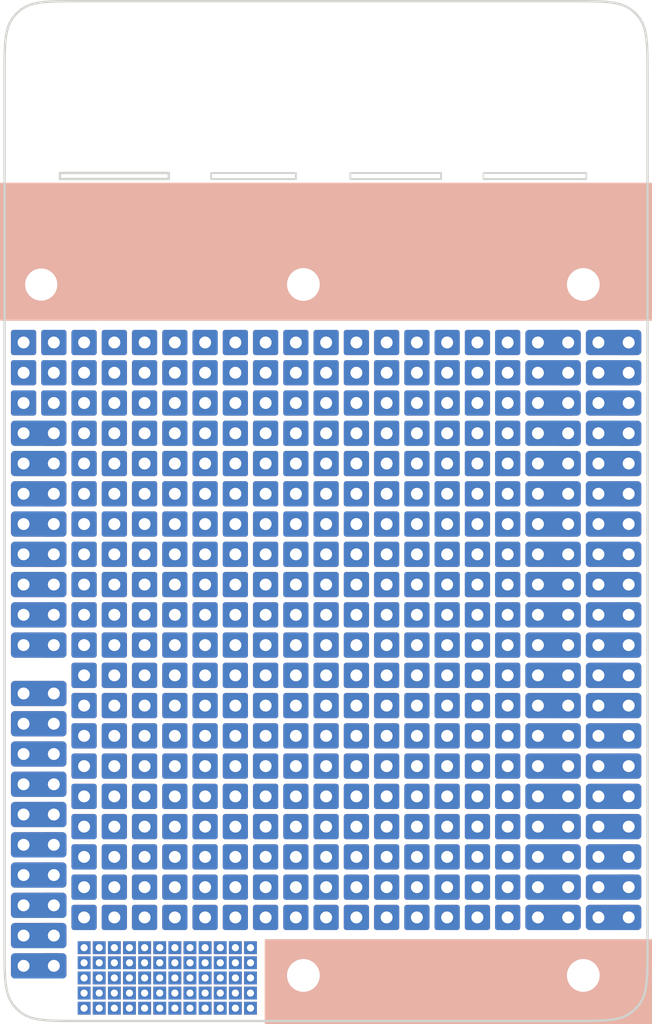
<source format=kicad_pcb>
(kicad_pcb (version 20171130) (host pcbnew 5.1.6-c6e7f7d~87~ubuntu18.04.1)
  (layers (0 F.Cu signal) (31 B.Cu signal) (34 B.Paste user) (35 F.Paste user) (36 B.SilkS user) (37 F.SilkS user) (38 B.Mask user) (39 F.Mask user) (44 Edge.Cuts user))
  (net 0 "")
  (module "Mine:Perfboard 50 mil square SMT" (layer F.Cu) (at 161.29 82.55)
    (fp_text reference REF** hide)
    (fp_text value "Perfboard 50 mil square SMT" hide)
    (pad 1 smd rect (at 0 0) (size 1.08 1.08) (layers F.Cu F.Paste F.Mask))
  )
  (module "Mine:Perfboard 50 mil square SMT" (layer F.Cu) (at 167.64 83.82)
    (fp_text reference REF** hide)
    (fp_text value "Perfboard 50 mil square SMT" hide)
    (pad 1 smd rect (at 0 0) (size 1.08 1.08) (layers F.Cu F.Paste F.Mask))
  )
  (module "Mine:Perfboard 50 mil square SMT" (layer F.Cu) (at 156.21 83.82)
    (fp_text reference REF** hide)
    (fp_text value "Perfboard 50 mil square SMT" hide)
    (pad 1 smd rect (at 0 0) (size 1.08 1.08) (layers F.Cu F.Paste F.Mask))
  )
  (module "Mine:Perfboard 50 mil square SMT" (layer F.Cu) (at 162.56 83.82)
    (fp_text reference REF** hide)
    (fp_text value "Perfboard 50 mil square SMT" hide)
    (pad 1 smd rect (at 0 0) (size 1.08 1.08) (layers F.Cu F.Paste F.Mask))
  )
  (module "Mine:Perfboard 50 mil square SMT" (layer F.Cu) (at 154.94 82.55)
    (fp_text reference REF** hide)
    (fp_text value "Perfboard 50 mil square SMT" hide)
    (pad 1 smd rect (at 0 0) (size 1.08 1.08) (layers F.Cu F.Paste F.Mask))
  )
  (module "Mine:Perfboard 50 mil square SMT" (layer F.Cu) (at 167.64 81.28)
    (fp_text reference REF** hide)
    (fp_text value "Perfboard 50 mil square SMT" hide)
    (pad 1 smd rect (at 0 0) (size 1.08 1.08) (layers F.Cu F.Paste F.Mask))
  )
  (module "Mine:Perfboard 50 mil square SMT" (layer F.Cu) (at 156.21 81.28)
    (fp_text reference REF** hide)
    (fp_text value "Perfboard 50 mil square SMT" hide)
    (pad 1 smd rect (at 0 0) (size 1.08 1.08) (layers F.Cu F.Paste F.Mask))
  )
  (module "Mine:Perfboard 50 mil square SMT" (layer F.Cu) (at 162.56 81.28)
    (fp_text reference REF** hide)
    (fp_text value "Perfboard 50 mil square SMT" hide)
    (pad 1 smd rect (at 0 0) (size 1.08 1.08) (layers F.Cu F.Paste F.Mask))
  )
  (module "Mine:Perfboard 50 mil square SMT" (layer F.Cu) (at 157.48 82.55)
    (fp_text reference REF** hide)
    (fp_text value "Perfboard 50 mil square SMT" hide)
    (pad 1 smd rect (at 0 0) (size 1.08 1.08) (layers F.Cu F.Paste F.Mask))
  )
  (module "Mine:Perfboard 50 mil square SMT" (layer F.Cu) (at 160.02 82.55)
    (fp_text reference REF** hide)
    (fp_text value "Perfboard 50 mil square SMT" hide)
    (pad 1 smd rect (at 0 0) (size 1.08 1.08) (layers F.Cu F.Paste F.Mask))
  )
  (module "Mine:Perfboard 50 mil square SMT" (layer F.Cu) (at 162.56 82.55)
    (fp_text reference REF** hide)
    (fp_text value "Perfboard 50 mil square SMT" hide)
    (pad 1 smd rect (at 0 0) (size 1.08 1.08) (layers F.Cu F.Paste F.Mask))
  )
  (module "Mine:Perfboard 50 mil square SMT" (layer F.Cu) (at 158.75 82.55)
    (fp_text reference REF** hide)
    (fp_text value "Perfboard 50 mil square SMT" hide)
    (pad 1 smd rect (at 0 0) (size 1.08 1.08) (layers F.Cu F.Paste F.Mask))
  )
  (module "Mine:Perfboard 50 mil square SMT" (layer F.Cu) (at 153.67 82.55)
    (fp_text reference REF** hide)
    (fp_text value "Perfboard 50 mil square SMT" hide)
    (pad 1 smd rect (at 0 0) (size 1.08 1.08) (layers F.Cu F.Paste F.Mask))
  )
  (module "Mine:Perfboard 50 mil square SMT" (layer F.Cu) (at 165.1 82.55)
    (fp_text reference REF** hide)
    (fp_text value "Perfboard 50 mil square SMT" hide)
    (pad 1 smd rect (at 0 0) (size 1.08 1.08) (layers F.Cu F.Paste F.Mask))
  )
  (module "Mine:Perfboard 50 mil square SMT" (layer F.Cu) (at 167.64 82.55)
    (fp_text reference REF** hide)
    (fp_text value "Perfboard 50 mil square SMT" hide)
    (pad 1 smd rect (at 0 0) (size 1.08 1.08) (layers F.Cu F.Paste F.Mask))
  )
  (module "Mine:Perfboard 50 mil square SMT" (layer F.Cu) (at 156.21 82.55)
    (fp_text reference REF** hide)
    (fp_text value "Perfboard 50 mil square SMT" hide)
    (pad 1 smd rect (at 0 0) (size 1.08 1.08) (layers F.Cu F.Paste F.Mask))
  )
  (module "Mine:Perfboard 50 mil square SMT" (layer F.Cu) (at 166.37 81.28)
    (fp_text reference REF** hide)
    (fp_text value "Perfboard 50 mil square SMT" hide)
    (pad 1 smd rect (at 0 0) (size 1.08 1.08) (layers F.Cu F.Paste F.Mask))
  )
  (module "Mine:Perfboard 50 mil square SMT" (layer F.Cu) (at 163.83 81.28)
    (fp_text reference REF** hide)
    (fp_text value "Perfboard 50 mil square SMT" hide)
    (pad 1 smd rect (at 0 0) (size 1.08 1.08) (layers F.Cu F.Paste F.Mask))
  )
  (module "Mine:Perfboard 50 mil square SMT" (layer F.Cu) (at 153.67 81.28)
    (fp_text reference REF** hide)
    (fp_text value "Perfboard 50 mil square SMT" hide)
    (pad 1 smd rect (at 0 0) (size 1.08 1.08) (layers F.Cu F.Paste F.Mask))
  )
  (module "Mine:Perfboard 50 mil square SMT" (layer F.Cu) (at 157.48 81.28)
    (fp_text reference REF** hide)
    (fp_text value "Perfboard 50 mil square SMT" hide)
    (pad 1 smd rect (at 0 0) (size 1.08 1.08) (layers F.Cu F.Paste F.Mask))
  )
  (module "Mine:Perfboard 50 mil square SMT" (layer F.Cu) (at 158.75 81.28)
    (fp_text reference REF** hide)
    (fp_text value "Perfboard 50 mil square SMT" hide)
    (pad 1 smd rect (at 0 0) (size 1.08 1.08) (layers F.Cu F.Paste F.Mask))
  )
  (module "Mine:Perfboard 50 mil square SMT" (layer F.Cu) (at 163.83 83.82)
    (fp_text reference REF** hide)
    (fp_text value "Perfboard 50 mil square SMT" hide)
    (pad 1 smd rect (at 0 0) (size 1.08 1.08) (layers F.Cu F.Paste F.Mask))
  )
  (module "Mine:Perfboard 50 mil square SMT" (layer F.Cu) (at 166.37 83.82)
    (fp_text reference REF** hide)
    (fp_text value "Perfboard 50 mil square SMT" hide)
    (pad 1 smd rect (at 0 0) (size 1.08 1.08) (layers F.Cu F.Paste F.Mask))
  )
  (module "Mine:Perfboard 50 mil square SMT" (layer F.Cu) (at 165.1 81.28)
    (fp_text reference REF** hide)
    (fp_text value "Perfboard 50 mil square SMT" hide)
    (pad 1 smd rect (at 0 0) (size 1.08 1.08) (layers F.Cu F.Paste F.Mask))
  )
  (module "Mine:Perfboard 50 mil square SMT" (layer F.Cu) (at 152.4 82.55)
    (fp_text reference REF** hide)
    (fp_text value "Perfboard 50 mil square SMT" hide)
    (pad 1 smd rect (at 0 0) (size 1.08 1.08) (layers F.Cu F.Paste F.Mask))
  )
  (module "Mine:Perfboard 50 mil square SMT" (layer F.Cu) (at 161.29 81.28)
    (fp_text reference REF** hide)
    (fp_text value "Perfboard 50 mil square SMT" hide)
    (pad 1 smd rect (at 0 0) (size 1.08 1.08) (layers F.Cu F.Paste F.Mask))
  )
  (module "Mine:Perfboard 50 mil square SMT" (layer F.Cu) (at 160.02 81.28)
    (fp_text reference REF** hide)
    (fp_text value "Perfboard 50 mil square SMT" hide)
    (pad 1 smd rect (at 0 0) (size 1.08 1.08) (layers F.Cu F.Paste F.Mask))
  )
  (module "Mine:Perfboard 50 mil square SMT" (layer F.Cu) (at 154.94 81.28)
    (fp_text reference REF** hide)
    (fp_text value "Perfboard 50 mil square SMT" hide)
    (pad 1 smd rect (at 0 0) (size 1.08 1.08) (layers F.Cu F.Paste F.Mask))
  )
  (module "Mine:Perfboard 50 mil square SMT" (layer F.Cu) (at 152.4 81.28)
    (fp_text reference REF** hide)
    (fp_text value "Perfboard 50 mil square SMT" hide)
    (pad 1 smd rect (at 0 0) (size 1.08 1.08) (layers F.Cu F.Paste F.Mask))
  )
  (module "Mine:Perfboard 50 mil square SMT" (layer F.Cu) (at 163.83 82.55)
    (fp_text reference REF** hide)
    (fp_text value "Perfboard 50 mil square SMT" hide)
    (pad 1 smd rect (at 0 0) (size 1.08 1.08) (layers F.Cu F.Paste F.Mask))
  )
  (module "Mine:Perfboard 50 mil square SMT" (layer F.Cu) (at 165.1 83.82)
    (fp_text reference REF** hide)
    (fp_text value "Perfboard 50 mil square SMT" hide)
    (pad 1 smd rect (at 0 0) (size 1.08 1.08) (layers F.Cu F.Paste F.Mask))
  )
  (module "Mine:Perfboard 50 mil square SMT" (layer F.Cu) (at 161.29 83.82)
    (fp_text reference REF** hide)
    (fp_text value "Perfboard 50 mil square SMT" hide)
    (pad 1 smd rect (at 0 0) (size 1.08 1.08) (layers F.Cu F.Paste F.Mask))
  )
  (module "Mine:Perfboard 50 mil square SMT" (layer F.Cu) (at 157.48 83.82)
    (fp_text reference REF** hide)
    (fp_text value "Perfboard 50 mil square SMT" hide)
    (pad 1 smd rect (at 0 0) (size 1.08 1.08) (layers F.Cu F.Paste F.Mask))
  )
  (module "Mine:Perfboard 50 mil square SMT" (layer F.Cu) (at 158.75 83.82)
    (fp_text reference REF** hide)
    (fp_text value "Perfboard 50 mil square SMT" hide)
    (pad 1 smd rect (at 0 0) (size 1.08 1.08) (layers F.Cu F.Paste F.Mask))
  )
  (module "Mine:Perfboard 50 mil square SMT" (layer F.Cu) (at 160.02 83.82)
    (fp_text reference REF** hide)
    (fp_text value "Perfboard 50 mil square SMT" hide)
    (pad 1 smd rect (at 0 0) (size 1.08 1.08) (layers F.Cu F.Paste F.Mask))
  )
  (module "Mine:Perfboard 50 mil square SMT" (layer F.Cu) (at 154.94 83.82)
    (fp_text reference REF** hide)
    (fp_text value "Perfboard 50 mil square SMT" hide)
    (pad 1 smd rect (at 0 0) (size 1.08 1.08) (layers F.Cu F.Paste F.Mask))
  )
  (module "Mine:Perfboard 50 mil square SMT" (layer F.Cu) (at 152.4 83.82)
    (fp_text reference REF** hide)
    (fp_text value "Perfboard 50 mil square SMT" hide)
    (pad 1 smd rect (at 0 0) (size 1.08 1.08) (layers F.Cu F.Paste F.Mask))
  )
  (module "Mine:Perfboard 50 mil square SMT" (layer F.Cu) (at 153.67 83.82)
    (fp_text reference REF** hide)
    (fp_text value "Perfboard 50 mil square SMT" hide)
    (pad 1 smd rect (at 0 0) (size 1.08 1.08) (layers F.Cu F.Paste F.Mask))
  )
  (module "Mine:Perfboard 50 mil square SMT" (layer F.Cu) (at 166.37 82.55)
    (fp_text reference REF** hide)
    (fp_text value "Perfboard 50 mil square SMT" hide)
    (pad 1 smd rect (at 0 0) (size 1.08 1.08) (layers F.Cu F.Paste F.Mask))
  )
  (module "Mine:Perfboard 50 mil square SMT" (layer F.Cu) (at 167.64 80.01)
    (fp_text reference REF** hide)
    (fp_text value "Perfboard 50 mil square SMT" hide)
    (pad 1 smd rect (at 0 0) (size 1.08 1.08) (layers F.Cu F.Paste F.Mask))
  )
  (module "Mine:Perfboard 50 mil square SMT" (layer F.Cu) (at 156.21 80.01)
    (fp_text reference REF** hide)
    (fp_text value "Perfboard 50 mil square SMT" hide)
    (pad 1 smd rect (at 0 0) (size 1.08 1.08) (layers F.Cu F.Paste F.Mask))
  )
  (module "Mine:Perfboard 50 mil square SMT" (layer F.Cu) (at 162.56 80.01)
    (fp_text reference REF** hide)
    (fp_text value "Perfboard 50 mil square SMT" hide)
    (pad 1 smd rect (at 0 0) (size 1.08 1.08) (layers F.Cu F.Paste F.Mask))
  )
  (module "Mine:Perfboard 50 mil square SMT" (layer F.Cu) (at 154.94 78.74)
    (fp_text reference REF** hide)
    (fp_text value "Perfboard 50 mil square SMT" hide)
    (pad 1 smd rect (at 0 0) (size 1.08 1.08) (layers F.Cu F.Paste F.Mask))
  )
  (module "Mine:Perfboard 50 mil square SMT" (layer F.Cu) (at 167.64 77.47)
    (fp_text reference REF** hide)
    (fp_text value "Perfboard 50 mil square SMT" hide)
    (pad 1 smd rect (at 0 0) (size 1.08 1.08) (layers F.Cu F.Paste F.Mask))
  )
  (module "Mine:Perfboard 50 mil square SMT" (layer F.Cu) (at 156.21 77.47)
    (fp_text reference REF** hide)
    (fp_text value "Perfboard 50 mil square SMT" hide)
    (pad 1 smd rect (at 0 0) (size 1.08 1.08) (layers F.Cu F.Paste F.Mask))
  )
  (module "Mine:Perfboard 50 mil square SMT" (layer F.Cu) (at 162.56 77.47)
    (fp_text reference REF** hide)
    (fp_text value "Perfboard 50 mil square SMT" hide)
    (pad 1 smd rect (at 0 0) (size 1.08 1.08) (layers F.Cu F.Paste F.Mask))
  )
  (module "Mine:Perfboard 50 mil square SMT" (layer F.Cu) (at 157.48 78.74)
    (fp_text reference REF** hide)
    (fp_text value "Perfboard 50 mil square SMT" hide)
    (pad 1 smd rect (at 0 0) (size 1.08 1.08) (layers F.Cu F.Paste F.Mask))
  )
  (module "Mine:Perfboard 50 mil square SMT" (layer F.Cu) (at 160.02 78.74)
    (fp_text reference REF** hide)
    (fp_text value "Perfboard 50 mil square SMT" hide)
    (pad 1 smd rect (at 0 0) (size 1.08 1.08) (layers F.Cu F.Paste F.Mask))
  )
  (module "Mine:Perfboard 50 mil square SMT" (layer F.Cu) (at 162.56 78.74)
    (fp_text reference REF** hide)
    (fp_text value "Perfboard 50 mil square SMT" hide)
    (pad 1 smd rect (at 0 0) (size 1.08 1.08) (layers F.Cu F.Paste F.Mask))
  )
  (module "Mine:Perfboard 50 mil square SMT" (layer F.Cu) (at 158.75 78.74)
    (fp_text reference REF** hide)
    (fp_text value "Perfboard 50 mil square SMT" hide)
    (pad 1 smd rect (at 0 0) (size 1.08 1.08) (layers F.Cu F.Paste F.Mask))
  )
  (module "Mine:Perfboard 50 mil square SMT" (layer F.Cu) (at 161.29 78.74)
    (fp_text reference REF** hide)
    (fp_text value "Perfboard 50 mil square SMT" hide)
    (pad 1 smd rect (at 0 0) (size 1.08 1.08) (layers F.Cu F.Paste F.Mask))
  )
  (module "Mine:Perfboard 50 mil square SMT" (layer F.Cu) (at 156.21 78.74)
    (fp_text reference REF** hide)
    (fp_text value "Perfboard 50 mil square SMT" hide)
    (pad 1 smd rect (at 0 0) (size 1.08 1.08) (layers F.Cu F.Paste F.Mask))
  )
  (module "Mine:Perfboard 50 mil square SMT" (layer F.Cu) (at 166.37 77.47)
    (fp_text reference REF** hide)
    (fp_text value "Perfboard 50 mil square SMT" hide)
    (pad 1 smd rect (at 0 0) (size 1.08 1.08) (layers F.Cu F.Paste F.Mask))
  )
  (module "Mine:Perfboard 50 mil square SMT" (layer F.Cu) (at 163.83 77.47)
    (fp_text reference REF** hide)
    (fp_text value "Perfboard 50 mil square SMT" hide)
    (pad 1 smd rect (at 0 0) (size 1.08 1.08) (layers F.Cu F.Paste F.Mask))
  )
  (module "Mine:Perfboard 50 mil square SMT" (layer F.Cu) (at 168.91 77.47)
    (fp_text reference REF** hide)
    (fp_text value "Perfboard 50 mil square SMT" hide)
    (pad 1 smd rect (at 0 0) (size 1.08 1.08) (layers F.Cu F.Paste F.Mask))
  )
  (module "Mine:Perfboard 50 mil square SMT" (layer F.Cu) (at 165.1 77.47)
    (fp_text reference REF** hide)
    (fp_text value "Perfboard 50 mil square SMT" hide)
    (pad 1 smd rect (at 0 0) (size 1.08 1.08) (layers F.Cu F.Paste F.Mask))
  )
  (module "Mine:Perfboard 50 mil square SMT" (layer F.Cu) (at 152.4 78.74)
    (fp_text reference REF** hide)
    (fp_text value "Perfboard 50 mil square SMT" hide)
    (pad 1 smd rect (at 0 0) (size 1.08 1.08) (layers F.Cu F.Paste F.Mask))
  )
  (module "Mine:Perfboard 50 mil square SMT" (layer F.Cu) (at 161.29 77.47)
    (fp_text reference REF** hide)
    (fp_text value "Perfboard 50 mil square SMT" hide)
    (pad 1 smd rect (at 0 0) (size 1.08 1.08) (layers F.Cu F.Paste F.Mask))
  )
  (module "Mine:Perfboard 50 mil square SMT" (layer F.Cu) (at 157.48 77.47)
    (fp_text reference REF** hide)
    (fp_text value "Perfboard 50 mil square SMT" hide)
    (pad 1 smd rect (at 0 0) (size 1.08 1.08) (layers F.Cu F.Paste F.Mask))
  )
  (module "Mine:Perfboard 50 mil square SMT" (layer F.Cu) (at 158.75 77.47)
    (fp_text reference REF** hide)
    (fp_text value "Perfboard 50 mil square SMT" hide)
    (pad 1 smd rect (at 0 0) (size 1.08 1.08) (layers F.Cu F.Paste F.Mask))
  )
  (module "Mine:Perfboard 50 mil square SMT" (layer F.Cu) (at 160.02 77.47)
    (fp_text reference REF** hide)
    (fp_text value "Perfboard 50 mil square SMT" hide)
    (pad 1 smd rect (at 0 0) (size 1.08 1.08) (layers F.Cu F.Paste F.Mask))
  )
  (module "Mine:Perfboard 50 mil square SMT" (layer F.Cu) (at 154.94 77.47)
    (fp_text reference REF** hide)
    (fp_text value "Perfboard 50 mil square SMT" hide)
    (pad 1 smd rect (at 0 0) (size 1.08 1.08) (layers F.Cu F.Paste F.Mask))
  )
  (module "Mine:Perfboard 50 mil square SMT" (layer F.Cu) (at 152.4 77.47)
    (fp_text reference REF** hide)
    (fp_text value "Perfboard 50 mil square SMT" hide)
    (pad 1 smd rect (at 0 0) (size 1.08 1.08) (layers F.Cu F.Paste F.Mask))
  )
  (module "Mine:Perfboard 50 mil square SMT" (layer F.Cu) (at 153.67 77.47)
    (fp_text reference REF** hide)
    (fp_text value "Perfboard 50 mil square SMT" hide)
    (pad 1 smd rect (at 0 0) (size 1.08 1.08) (layers F.Cu F.Paste F.Mask))
  )
  (module "Mine:Perfboard 50 mil square SMT" (layer F.Cu) (at 153.67 78.74)
    (fp_text reference REF** hide)
    (fp_text value "Perfboard 50 mil square SMT" hide)
    (pad 1 smd rect (at 0 0) (size 1.08 1.08) (layers F.Cu F.Paste F.Mask))
  )
  (module "Mine:Perfboard 50 mil square SMT" (layer F.Cu) (at 163.83 78.74)
    (fp_text reference REF** hide)
    (fp_text value "Perfboard 50 mil square SMT" hide)
    (pad 1 smd rect (at 0 0) (size 1.08 1.08) (layers F.Cu F.Paste F.Mask))
  )
  (module "Mine:Perfboard 50 mil square SMT" (layer F.Cu) (at 166.37 78.74)
    (fp_text reference REF** hide)
    (fp_text value "Perfboard 50 mil square SMT" hide)
    (pad 1 smd rect (at 0 0) (size 1.08 1.08) (layers F.Cu F.Paste F.Mask))
  )
  (module "Mine:Perfboard 50 mil square SMT" (layer F.Cu) (at 166.37 80.01)
    (fp_text reference REF** hide)
    (fp_text value "Perfboard 50 mil square SMT" hide)
    (pad 1 smd rect (at 0 0) (size 1.08 1.08) (layers F.Cu F.Paste F.Mask))
  )
  (module "Mine:Perfboard 50 mil square SMT" (layer F.Cu) (at 163.83 80.01)
    (fp_text reference REF** hide)
    (fp_text value "Perfboard 50 mil square SMT" hide)
    (pad 1 smd rect (at 0 0) (size 1.08 1.08) (layers F.Cu F.Paste F.Mask))
  )
  (module "Mine:Perfboard 50 mil square SMT" (layer F.Cu) (at 165.1 80.01)
    (fp_text reference REF** hide)
    (fp_text value "Perfboard 50 mil square SMT" hide)
    (pad 1 smd rect (at 0 0) (size 1.08 1.08) (layers F.Cu F.Paste F.Mask))
  )
  (module "Mine:Perfboard 50 mil square SMT" (layer F.Cu) (at 161.29 80.01)
    (fp_text reference REF** hide)
    (fp_text value "Perfboard 50 mil square SMT" hide)
    (pad 1 smd rect (at 0 0) (size 1.08 1.08) (layers F.Cu F.Paste F.Mask))
  )
  (module "Mine:Perfboard 50 mil square SMT" (layer F.Cu) (at 157.48 80.01)
    (fp_text reference REF** hide)
    (fp_text value "Perfboard 50 mil square SMT" hide)
    (pad 1 smd rect (at 0 0) (size 1.08 1.08) (layers F.Cu F.Paste F.Mask))
  )
  (module "Mine:Perfboard 50 mil square SMT" (layer F.Cu) (at 158.75 80.01)
    (fp_text reference REF** hide)
    (fp_text value "Perfboard 50 mil square SMT" hide)
    (pad 1 smd rect (at 0 0) (size 1.08 1.08) (layers F.Cu F.Paste F.Mask))
  )
  (module "Mine:Perfboard 50 mil square SMT" (layer F.Cu) (at 160.02 80.01)
    (fp_text reference REF** hide)
    (fp_text value "Perfboard 50 mil square SMT" hide)
    (pad 1 smd rect (at 0 0) (size 1.08 1.08) (layers F.Cu F.Paste F.Mask))
  )
  (module "Mine:Perfboard 50 mil square SMT" (layer F.Cu) (at 154.94 80.01)
    (fp_text reference REF** hide)
    (fp_text value "Perfboard 50 mil square SMT" hide)
    (pad 1 smd rect (at 0 0) (size 1.08 1.08) (layers F.Cu F.Paste F.Mask))
  )
  (module "Mine:Perfboard 50 mil square SMT" (layer F.Cu) (at 152.4 80.01)
    (fp_text reference REF** hide)
    (fp_text value "Perfboard 50 mil square SMT" hide)
    (pad 1 smd rect (at 0 0) (size 1.08 1.08) (layers F.Cu F.Paste F.Mask))
  )
  (module "Mine:Perfboard 50 mil square SMT" (layer F.Cu) (at 153.67 80.01)
    (fp_text reference REF** hide)
    (fp_text value "Perfboard 50 mil square SMT" hide)
    (pad 1 smd rect (at 0 0) (size 1.08 1.08) (layers F.Cu F.Paste F.Mask))
  )
  (module "Mine:Perfboard 50 mil square SMT" (layer F.Cu) (at 165.1 78.74)
    (fp_text reference REF** hide)
    (fp_text value "Perfboard 50 mil square SMT" hide)
    (pad 1 smd rect (at 0 0) (size 1.08 1.08) (layers F.Cu F.Paste F.Mask))
  )
  (module "Mine:Perfboard 50 mil square SMT" (layer F.Cu) (at 167.64 78.74)
    (fp_text reference REF** hide)
    (fp_text value "Perfboard 50 mil square SMT" hide)
    (pad 1 smd rect (at 0 0) (size 1.08 1.08) (layers F.Cu F.Paste F.Mask))
  )
  (module "Mine:Perfboard 50 mil square SMT" (layer F.Cu) (at 172.72 73.66)
    (fp_text reference REF** hide)
    (fp_text value "Perfboard 50 mil square SMT" hide)
    (pad 1 smd rect (at 0 0) (size 1.08 1.08) (layers F.Cu F.Paste F.Mask))
  )
  (module "Mine:Perfboard 50 mil square SMT" (layer F.Cu) (at 167.64 73.66)
    (fp_text reference REF** hide)
    (fp_text value "Perfboard 50 mil square SMT" hide)
    (pad 1 smd rect (at 0 0) (size 1.08 1.08) (layers F.Cu F.Paste F.Mask))
  )
  (module "Mine:Perfboard 50 mil square SMT" (layer F.Cu) (at 156.21 73.66)
    (fp_text reference REF** hide)
    (fp_text value "Perfboard 50 mil square SMT" hide)
    (pad 1 smd rect (at 0 0) (size 1.08 1.08) (layers F.Cu F.Paste F.Mask))
  )
  (module "Mine:Perfboard 50 mil square SMT" (layer F.Cu) (at 162.56 73.66)
    (fp_text reference REF** hide)
    (fp_text value "Perfboard 50 mil square SMT" hide)
    (pad 1 smd rect (at 0 0) (size 1.08 1.08) (layers F.Cu F.Paste F.Mask))
  )
  (module "Mine:Perfboard 50 mil square SMT" (layer F.Cu) (at 157.48 74.93)
    (fp_text reference REF** hide)
    (fp_text value "Perfboard 50 mil square SMT" hide)
    (pad 1 smd rect (at 0 0) (size 1.08 1.08) (layers F.Cu F.Paste F.Mask))
  )
  (module "Mine:Perfboard 50 mil square SMT" (layer F.Cu) (at 124.46 74.93)
    (fp_text reference REF** hide)
    (fp_text value "Perfboard 50 mil square SMT" hide)
    (pad 1 smd rect (at 0 0) (size 1.08 1.08) (layers F.Cu F.Paste F.Mask))
  )
  (module "Mine:Perfboard 50 mil square SMT" (layer F.Cu) (at 124.46 73.66)
    (fp_text reference REF** hide)
    (fp_text value "Perfboard 50 mil square SMT" hide)
    (pad 1 smd rect (at 0 0) (size 1.08 1.08) (layers F.Cu F.Paste F.Mask))
  )
  (module "Mine:Perfboard 50 mil square SMT" (layer F.Cu) (at 144.78 74.93)
    (fp_text reference REF** hide)
    (fp_text value "Perfboard 50 mil square SMT" hide)
    (pad 1 smd rect (at 0 0) (size 1.08 1.08) (layers F.Cu F.Paste F.Mask))
  )
  (module "Mine:Perfboard 50 mil square SMT" (layer F.Cu) (at 146.05 74.93)
    (fp_text reference REF** hide)
    (fp_text value "Perfboard 50 mil square SMT" hide)
    (pad 1 smd rect (at 0 0) (size 1.08 1.08) (layers F.Cu F.Paste F.Mask))
  )
  (module "Mine:Perfboard 50 mil square SMT" (layer F.Cu) (at 147.32 74.93)
    (fp_text reference REF** hide)
    (fp_text value "Perfboard 50 mil square SMT" hide)
    (pad 1 smd rect (at 0 0) (size 1.08 1.08) (layers F.Cu F.Paste F.Mask))
  )
  (module "Mine:Perfboard 50 mil square SMT" (layer F.Cu) (at 149.86 74.93)
    (fp_text reference REF** hide)
    (fp_text value "Perfboard 50 mil square SMT" hide)
    (pad 1 smd rect (at 0 0) (size 1.08 1.08) (layers F.Cu F.Paste F.Mask))
  )
  (module "Mine:Perfboard 50 mil square SMT" (layer F.Cu) (at 148.59 74.93)
    (fp_text reference REF** hide)
    (fp_text value "Perfboard 50 mil square SMT" hide)
    (pad 1 smd rect (at 0 0) (size 1.08 1.08) (layers F.Cu F.Paste F.Mask))
  )
  (module "Mine:Perfboard 50 mil square SMT" (layer F.Cu) (at 153.67 74.93)
    (fp_text reference REF** hide)
    (fp_text value "Perfboard 50 mil square SMT" hide)
    (pad 1 smd rect (at 0 0) (size 1.08 1.08) (layers F.Cu F.Paste F.Mask))
  )
  (module "Mine:Perfboard 50 mil square SMT" (layer F.Cu) (at 149.86 73.66)
    (fp_text reference REF** hide)
    (fp_text value "Perfboard 50 mil square SMT" hide)
    (pad 1 smd rect (at 0 0) (size 1.08 1.08) (layers F.Cu F.Paste F.Mask))
  )
  (module "Mine:Perfboard 50 mil square SMT" (layer F.Cu) (at 148.59 73.66)
    (fp_text reference REF** hide)
    (fp_text value "Perfboard 50 mil square SMT" hide)
    (pad 1 smd rect (at 0 0) (size 1.08 1.08) (layers F.Cu F.Paste F.Mask))
  )
  (module "Mine:Perfboard 50 mil square SMT" (layer F.Cu) (at 144.78 73.66)
    (fp_text reference REF** hide)
    (fp_text value "Perfboard 50 mil square SMT" hide)
    (pad 1 smd rect (at 0 0) (size 1.08 1.08) (layers F.Cu F.Paste F.Mask))
  )
  (module "Mine:Perfboard 50 mil square SMT" (layer F.Cu) (at 146.05 73.66)
    (fp_text reference REF** hide)
    (fp_text value "Perfboard 50 mil square SMT" hide)
    (pad 1 smd rect (at 0 0) (size 1.08 1.08) (layers F.Cu F.Paste F.Mask))
  )
  (module "Mine:Perfboard 50 mil square SMT" (layer F.Cu) (at 147.32 73.66)
    (fp_text reference REF** hide)
    (fp_text value "Perfboard 50 mil square SMT" hide)
    (pad 1 smd rect (at 0 0) (size 1.08 1.08) (layers F.Cu F.Paste F.Mask))
  )
  (module "Mine:Perfboard 50 mil square SMT" (layer F.Cu) (at 163.83 74.93)
    (fp_text reference REF** hide)
    (fp_text value "Perfboard 50 mil square SMT" hide)
    (pad 1 smd rect (at 0 0) (size 1.08 1.08) (layers F.Cu F.Paste F.Mask))
  )
  (module "Mine:Perfboard 50 mil square SMT" (layer F.Cu) (at 166.37 74.93)
    (fp_text reference REF** hide)
    (fp_text value "Perfboard 50 mil square SMT" hide)
    (pad 1 smd rect (at 0 0) (size 1.08 1.08) (layers F.Cu F.Paste F.Mask))
  )
  (module "Mine:Perfboard 50 mil square SMT" (layer F.Cu) (at 168.91 74.93)
    (fp_text reference REF** hide)
    (fp_text value "Perfboard 50 mil square SMT" hide)
    (pad 1 smd rect (at 0 0) (size 1.08 1.08) (layers F.Cu F.Paste F.Mask))
  )
  (module "Mine:Perfboard 50 mil square SMT" (layer F.Cu) (at 165.1 74.93)
    (fp_text reference REF** hide)
    (fp_text value "Perfboard 50 mil square SMT" hide)
    (pad 1 smd rect (at 0 0) (size 1.08 1.08) (layers F.Cu F.Paste F.Mask))
  )
  (module "Mine:Perfboard 50 mil square SMT" (layer F.Cu) (at 167.64 74.93)
    (fp_text reference REF** hide)
    (fp_text value "Perfboard 50 mil square SMT" hide)
    (pad 1 smd rect (at 0 0) (size 1.08 1.08) (layers F.Cu F.Paste F.Mask))
  )
  (module "Mine:Perfboard 50 mil square SMT" (layer F.Cu) (at 160.02 74.93)
    (fp_text reference REF** hide)
    (fp_text value "Perfboard 50 mil square SMT" hide)
    (pad 1 smd rect (at 0 0) (size 1.08 1.08) (layers F.Cu F.Paste F.Mask))
  )
  (module "Mine:Perfboard 50 mil square SMT" (layer F.Cu) (at 162.56 74.93)
    (fp_text reference REF** hide)
    (fp_text value "Perfboard 50 mil square SMT" hide)
    (pad 1 smd rect (at 0 0) (size 1.08 1.08) (layers F.Cu F.Paste F.Mask))
  )
  (module "Mine:Perfboard 50 mil square SMT" (layer F.Cu) (at 158.75 74.93)
    (fp_text reference REF** hide)
    (fp_text value "Perfboard 50 mil square SMT" hide)
    (pad 1 smd rect (at 0 0) (size 1.08 1.08) (layers F.Cu F.Paste F.Mask))
  )
  (module "Mine:Perfboard 50 mil square SMT" (layer F.Cu) (at 161.29 74.93)
    (fp_text reference REF** hide)
    (fp_text value "Perfboard 50 mil square SMT" hide)
    (pad 1 smd rect (at 0 0) (size 1.08 1.08) (layers F.Cu F.Paste F.Mask))
  )
  (module "Mine:Perfboard 50 mil square SMT" (layer F.Cu) (at 156.21 74.93)
    (fp_text reference REF** hide)
    (fp_text value "Perfboard 50 mil square SMT" hide)
    (pad 1 smd rect (at 0 0) (size 1.08 1.08) (layers F.Cu F.Paste F.Mask))
  )
  (module "Mine:Perfboard 50 mil square SMT" (layer F.Cu) (at 166.37 73.66)
    (fp_text reference REF** hide)
    (fp_text value "Perfboard 50 mil square SMT" hide)
    (pad 1 smd rect (at 0 0) (size 1.08 1.08) (layers F.Cu F.Paste F.Mask))
  )
  (module "Mine:Perfboard 50 mil square SMT" (layer F.Cu) (at 163.83 73.66)
    (fp_text reference REF** hide)
    (fp_text value "Perfboard 50 mil square SMT" hide)
    (pad 1 smd rect (at 0 0) (size 1.08 1.08) (layers F.Cu F.Paste F.Mask))
  )
  (module "Mine:Perfboard 50 mil square SMT" (layer F.Cu) (at 168.91 73.66)
    (fp_text reference REF** hide)
    (fp_text value "Perfboard 50 mil square SMT" hide)
    (pad 1 smd rect (at 0 0) (size 1.08 1.08) (layers F.Cu F.Paste F.Mask))
  )
  (module "Mine:Perfboard 50 mil square SMT" (layer F.Cu) (at 165.1 73.66)
    (fp_text reference REF** hide)
    (fp_text value "Perfboard 50 mil square SMT" hide)
    (pad 1 smd rect (at 0 0) (size 1.08 1.08) (layers F.Cu F.Paste F.Mask))
  )
  (module "Mine:Perfboard 50 mil square SMT" (layer F.Cu) (at 125.73 74.93)
    (fp_text reference REF** hide)
    (fp_text value "Perfboard 50 mil square SMT" hide)
    (pad 1 smd rect (at 0 0) (size 1.08 1.08) (layers F.Cu F.Paste F.Mask))
  )
  (module "Mine:Perfboard 50 mil square SMT" (layer F.Cu) (at 127 74.93)
    (fp_text reference REF** hide)
    (fp_text value "Perfboard 50 mil square SMT" hide)
    (pad 1 smd rect (at 0 0) (size 1.08 1.08) (layers F.Cu F.Paste F.Mask))
  )
  (module "Mine:Perfboard 50 mil square SMT" (layer F.Cu) (at 128.27 74.93)
    (fp_text reference REF** hide)
    (fp_text value "Perfboard 50 mil square SMT" hide)
    (pad 1 smd rect (at 0 0) (size 1.08 1.08) (layers F.Cu F.Paste F.Mask))
  )
  (module "Mine:Perfboard 50 mil square SMT" (layer F.Cu) (at 130.81 74.93)
    (fp_text reference REF** hide)
    (fp_text value "Perfboard 50 mil square SMT" hide)
    (pad 1 smd rect (at 0 0) (size 1.08 1.08) (layers F.Cu F.Paste F.Mask))
  )
  (module "Mine:Perfboard 50 mil square SMT" (layer F.Cu) (at 129.54 74.93)
    (fp_text reference REF** hide)
    (fp_text value "Perfboard 50 mil square SMT" hide)
    (pad 1 smd rect (at 0 0) (size 1.08 1.08) (layers F.Cu F.Paste F.Mask))
  )
  (module "Mine:Perfboard 50 mil square SMT" (layer F.Cu) (at 132.08 74.93)
    (fp_text reference REF** hide)
    (fp_text value "Perfboard 50 mil square SMT" hide)
    (pad 1 smd rect (at 0 0) (size 1.08 1.08) (layers F.Cu F.Paste F.Mask))
  )
  (module "Mine:Perfboard 50 mil square SMT" (layer F.Cu) (at 133.35 74.93)
    (fp_text reference REF** hide)
    (fp_text value "Perfboard 50 mil square SMT" hide)
    (pad 1 smd rect (at 0 0) (size 1.08 1.08) (layers F.Cu F.Paste F.Mask))
  )
  (module "Mine:Perfboard 50 mil square SMT" (layer F.Cu) (at 134.62 74.93)
    (fp_text reference REF** hide)
    (fp_text value "Perfboard 50 mil square SMT" hide)
    (pad 1 smd rect (at 0 0) (size 1.08 1.08) (layers F.Cu F.Paste F.Mask))
  )
  (module "Mine:Perfboard 50 mil square SMT" (layer F.Cu) (at 137.16 74.93)
    (fp_text reference REF** hide)
    (fp_text value "Perfboard 50 mil square SMT" hide)
    (pad 1 smd rect (at 0 0) (size 1.08 1.08) (layers F.Cu F.Paste F.Mask))
  )
  (module "Mine:Perfboard 50 mil square SMT" (layer F.Cu) (at 135.89 74.93)
    (fp_text reference REF** hide)
    (fp_text value "Perfboard 50 mil square SMT" hide)
    (pad 1 smd rect (at 0 0) (size 1.08 1.08) (layers F.Cu F.Paste F.Mask))
  )
  (module "Mine:Perfboard 50 mil square SMT" (layer F.Cu) (at 152.4 74.93)
    (fp_text reference REF** hide)
    (fp_text value "Perfboard 50 mil square SMT" hide)
    (pad 1 smd rect (at 0 0) (size 1.08 1.08) (layers F.Cu F.Paste F.Mask))
  )
  (module "Mine:Perfboard 50 mil square SMT" (layer F.Cu) (at 161.29 73.66)
    (fp_text reference REF** hide)
    (fp_text value "Perfboard 50 mil square SMT" hide)
    (pad 1 smd rect (at 0 0) (size 1.08 1.08) (layers F.Cu F.Paste F.Mask))
  )
  (module "Mine:Perfboard 50 mil square SMT" (layer F.Cu) (at 125.73 73.66)
    (fp_text reference REF** hide)
    (fp_text value "Perfboard 50 mil square SMT" hide)
    (pad 1 smd rect (at 0 0) (size 1.08 1.08) (layers F.Cu F.Paste F.Mask))
  )
  (module "Mine:Perfboard 50 mil square SMT" (layer F.Cu) (at 127 73.66)
    (fp_text reference REF** hide)
    (fp_text value "Perfboard 50 mil square SMT" hide)
    (pad 1 smd rect (at 0 0) (size 1.08 1.08) (layers F.Cu F.Paste F.Mask))
  )
  (module "Mine:Perfboard 50 mil square SMT" (layer F.Cu) (at 128.27 73.66)
    (fp_text reference REF** hide)
    (fp_text value "Perfboard 50 mil square SMT" hide)
    (pad 1 smd rect (at 0 0) (size 1.08 1.08) (layers F.Cu F.Paste F.Mask))
  )
  (module "Mine:Perfboard 50 mil square SMT" (layer F.Cu) (at 130.81 73.66)
    (fp_text reference REF** hide)
    (fp_text value "Perfboard 50 mil square SMT" hide)
    (pad 1 smd rect (at 0 0) (size 1.08 1.08) (layers F.Cu F.Paste F.Mask))
  )
  (module "Mine:Perfboard 50 mil square SMT" (layer F.Cu) (at 129.54 73.66)
    (fp_text reference REF** hide)
    (fp_text value "Perfboard 50 mil square SMT" hide)
    (pad 1 smd rect (at 0 0) (size 1.08 1.08) (layers F.Cu F.Paste F.Mask))
  )
  (module "Mine:Perfboard 50 mil square SMT" (layer F.Cu) (at 157.48 73.66)
    (fp_text reference REF** hide)
    (fp_text value "Perfboard 50 mil square SMT" hide)
    (pad 1 smd rect (at 0 0) (size 1.08 1.08) (layers F.Cu F.Paste F.Mask))
  )
  (module "Mine:Perfboard 50 mil square SMT" (layer F.Cu) (at 170.18 73.66)
    (fp_text reference REF** hide)
    (fp_text value "Perfboard 50 mil square SMT" hide)
    (pad 1 smd rect (at 0 0) (size 1.08 1.08) (layers F.Cu F.Paste F.Mask))
  )
  (module "Mine:Perfboard 50 mil square SMT" (layer F.Cu) (at 158.75 73.66)
    (fp_text reference REF** hide)
    (fp_text value "Perfboard 50 mil square SMT" hide)
    (pad 1 smd rect (at 0 0) (size 1.08 1.08) (layers F.Cu F.Paste F.Mask))
  )
  (module "Mine:Perfboard 50 mil square SMT" (layer F.Cu) (at 160.02 73.66)
    (fp_text reference REF** hide)
    (fp_text value "Perfboard 50 mil square SMT" hide)
    (pad 1 smd rect (at 0 0) (size 1.08 1.08) (layers F.Cu F.Paste F.Mask))
  )
  (module "Mine:Perfboard 50 mil square SMT" (layer F.Cu) (at 154.94 73.66)
    (fp_text reference REF** hide)
    (fp_text value "Perfboard 50 mil square SMT" hide)
    (pad 1 smd rect (at 0 0) (size 1.08 1.08) (layers F.Cu F.Paste F.Mask))
  )
  (module "Mine:Perfboard 50 mil square SMT" (layer F.Cu) (at 151.13 73.66)
    (fp_text reference REF** hide)
    (fp_text value "Perfboard 50 mil square SMT" hide)
    (pad 1 smd rect (at 0 0) (size 1.08 1.08) (layers F.Cu F.Paste F.Mask))
  )
  (module "Mine:Perfboard 50 mil square SMT" (layer F.Cu) (at 152.4 73.66)
    (fp_text reference REF** hide)
    (fp_text value "Perfboard 50 mil square SMT" hide)
    (pad 1 smd rect (at 0 0) (size 1.08 1.08) (layers F.Cu F.Paste F.Mask))
  )
  (module "Mine:Perfboard 50 mil square SMT" (layer F.Cu) (at 153.67 73.66)
    (fp_text reference REF** hide)
    (fp_text value "Perfboard 50 mil square SMT" hide)
    (pad 1 smd rect (at 0 0) (size 1.08 1.08) (layers F.Cu F.Paste F.Mask))
  )
  (module "Mine:Perfboard 50 mil square SMT" (layer F.Cu) (at 175.26 73.66)
    (fp_text reference REF** hide)
    (fp_text value "Perfboard 50 mil square SMT" hide)
    (pad 1 smd rect (at 0 0) (size 1.08 1.08) (layers F.Cu F.Paste F.Mask))
  )
  (module "Mine:Perfboard 50 mil square SMT" (layer F.Cu) (at 171.45 73.66)
    (fp_text reference REF** hide)
    (fp_text value "Perfboard 50 mil square SMT" hide)
    (pad 1 smd rect (at 0 0) (size 1.08 1.08) (layers F.Cu F.Paste F.Mask))
  )
  (module "Mine:Perfboard 50 mil square SMT" (layer F.Cu) (at 173.99 73.66)
    (fp_text reference REF** hide)
    (fp_text value "Perfboard 50 mil square SMT" hide)
    (pad 1 smd rect (at 0 0) (size 1.08 1.08) (layers F.Cu F.Paste F.Mask))
  )
  (module "Mine:Perfboard 50 mil square SMT" (layer F.Cu) (at 138.43 73.66)
    (fp_text reference REF** hide)
    (fp_text value "Perfboard 50 mil square SMT" hide)
    (pad 1 smd rect (at 0 0) (size 1.08 1.08) (layers F.Cu F.Paste F.Mask))
  )
  (module "Mine:Perfboard 50 mil square SMT" (layer F.Cu) (at 139.7 73.66)
    (fp_text reference REF** hide)
    (fp_text value "Perfboard 50 mil square SMT" hide)
    (pad 1 smd rect (at 0 0) (size 1.08 1.08) (layers F.Cu F.Paste F.Mask))
  )
  (module "Mine:Perfboard 50 mil square SMT" (layer F.Cu) (at 140.97 73.66)
    (fp_text reference REF** hide)
    (fp_text value "Perfboard 50 mil square SMT" hide)
    (pad 1 smd rect (at 0 0) (size 1.08 1.08) (layers F.Cu F.Paste F.Mask))
  )
  (module "Mine:Perfboard 50 mil square SMT" (layer F.Cu) (at 154.94 74.93)
    (fp_text reference REF** hide)
    (fp_text value "Perfboard 50 mil square SMT" hide)
    (pad 1 smd rect (at 0 0) (size 1.08 1.08) (layers F.Cu F.Paste F.Mask))
  )
  (module "Mine:Perfboard 50 mil square SMT" (layer F.Cu) (at 151.13 74.93)
    (fp_text reference REF** hide)
    (fp_text value "Perfboard 50 mil square SMT" hide)
    (pad 1 smd rect (at 0 0) (size 1.08 1.08) (layers F.Cu F.Paste F.Mask))
  )
  (module "Mine:Perfboard 50 mil square SMT" (layer F.Cu) (at 138.43 74.93)
    (fp_text reference REF** hide)
    (fp_text value "Perfboard 50 mil square SMT" hide)
    (pad 1 smd rect (at 0 0) (size 1.08 1.08) (layers F.Cu F.Paste F.Mask))
  )
  (module "Mine:Perfboard 50 mil square SMT" (layer F.Cu) (at 170.18 74.93)
    (fp_text reference REF** hide)
    (fp_text value "Perfboard 50 mil square SMT" hide)
    (pad 1 smd rect (at 0 0) (size 1.08 1.08) (layers F.Cu F.Paste F.Mask))
  )
  (module "Mine:Perfboard 50 mil square SMT" (layer F.Cu) (at 172.72 74.93)
    (fp_text reference REF** hide)
    (fp_text value "Perfboard 50 mil square SMT" hide)
    (pad 1 smd rect (at 0 0) (size 1.08 1.08) (layers F.Cu F.Paste F.Mask))
  )
  (module "Mine:Perfboard 50 mil square SMT" (layer F.Cu) (at 175.26 74.93)
    (fp_text reference REF** hide)
    (fp_text value "Perfboard 50 mil square SMT" hide)
    (pad 1 smd rect (at 0 0) (size 1.08 1.08) (layers F.Cu F.Paste F.Mask))
  )
  (module "Mine:Perfboard 50 mil square SMT" (layer F.Cu) (at 171.45 74.93)
    (fp_text reference REF** hide)
    (fp_text value "Perfboard 50 mil square SMT" hide)
    (pad 1 smd rect (at 0 0) (size 1.08 1.08) (layers F.Cu F.Paste F.Mask))
  )
  (module "Mine:Perfboard 50 mil square SMT" (layer F.Cu) (at 173.99 74.93)
    (fp_text reference REF** hide)
    (fp_text value "Perfboard 50 mil square SMT" hide)
    (pad 1 smd rect (at 0 0) (size 1.08 1.08) (layers F.Cu F.Paste F.Mask))
  )
  (module "Mine:Perfboard 50 mil square SMT" (layer F.Cu) (at 139.7 74.93)
    (fp_text reference REF** hide)
    (fp_text value "Perfboard 50 mil square SMT" hide)
    (pad 1 smd rect (at 0 0) (size 1.08 1.08) (layers F.Cu F.Paste F.Mask))
  )
  (module "Mine:Perfboard 50 mil square SMT" (layer F.Cu) (at 140.97 74.93)
    (fp_text reference REF** hide)
    (fp_text value "Perfboard 50 mil square SMT" hide)
    (pad 1 smd rect (at 0 0) (size 1.08 1.08) (layers F.Cu F.Paste F.Mask))
  )
  (module "Mine:Perfboard 50 mil square SMT" (layer F.Cu) (at 143.51 74.93)
    (fp_text reference REF** hide)
    (fp_text value "Perfboard 50 mil square SMT" hide)
    (pad 1 smd rect (at 0 0) (size 1.08 1.08) (layers F.Cu F.Paste F.Mask))
  )
  (module "Mine:Perfboard 50 mil square SMT" (layer F.Cu) (at 142.24 74.93)
    (fp_text reference REF** hide)
    (fp_text value "Perfboard 50 mil square SMT" hide)
    (pad 1 smd rect (at 0 0) (size 1.08 1.08) (layers F.Cu F.Paste F.Mask))
  )
  (module "Mine:Perfboard 50 mil square SMT" (layer F.Cu) (at 132.08 73.66)
    (fp_text reference REF** hide)
    (fp_text value "Perfboard 50 mil square SMT" hide)
    (pad 1 smd rect (at 0 0) (size 1.08 1.08) (layers F.Cu F.Paste F.Mask))
  )
  (module "Mine:Perfboard 50 mil square SMT" (layer F.Cu) (at 133.35 73.66)
    (fp_text reference REF** hide)
    (fp_text value "Perfboard 50 mil square SMT" hide)
    (pad 1 smd rect (at 0 0) (size 1.08 1.08) (layers F.Cu F.Paste F.Mask))
  )
  (module "Mine:Perfboard 50 mil square SMT" (layer F.Cu) (at 134.62 73.66)
    (fp_text reference REF** hide)
    (fp_text value "Perfboard 50 mil square SMT" hide)
    (pad 1 smd rect (at 0 0) (size 1.08 1.08) (layers F.Cu F.Paste F.Mask))
  )
  (module "Mine:Perfboard 50 mil square SMT" (layer F.Cu) (at 137.16 73.66)
    (fp_text reference REF** hide)
    (fp_text value "Perfboard 50 mil square SMT" hide)
    (pad 1 smd rect (at 0 0) (size 1.08 1.08) (layers F.Cu F.Paste F.Mask))
  )
  (module "Mine:Perfboard 50 mil square SMT" (layer F.Cu) (at 135.89 73.66)
    (fp_text reference REF** hide)
    (fp_text value "Perfboard 50 mil square SMT" hide)
    (pad 1 smd rect (at 0 0) (size 1.08 1.08) (layers F.Cu F.Paste F.Mask))
  )
  (module "Mine:Perfboard 50 mil square SMT" (layer F.Cu) (at 143.51 73.66)
    (fp_text reference REF** hide)
    (fp_text value "Perfboard 50 mil square SMT" hide)
    (pad 1 smd rect (at 0 0) (size 1.08 1.08) (layers F.Cu F.Paste F.Mask))
  )
  (module "Mine:Perfboard 50 mil square SMT" (layer F.Cu) (at 142.24 73.66)
    (fp_text reference REF** hide)
    (fp_text value "Perfboard 50 mil square SMT" hide)
    (pad 1 smd rect (at 0 0) (size 1.08 1.08) (layers F.Cu F.Paste F.Mask))
  )
  (module "Mine:Perfboard 50 mil square SMT" (layer F.Cu) (at 124.46 77.47)
    (fp_text reference REF** hide)
    (fp_text value "Perfboard 50 mil square SMT" hide)
    (pad 1 smd rect (at 0 0) (size 1.08 1.08) (layers F.Cu F.Paste F.Mask))
  )
  (module "Mine:Perfboard 50 mil square SMT" (layer F.Cu) (at 124.46 76.2)
    (fp_text reference REF** hide)
    (fp_text value "Perfboard 50 mil square SMT" hide)
    (pad 1 smd rect (at 0 0) (size 1.08 1.08) (layers F.Cu F.Paste F.Mask))
  )
  (module "Mine:Perfboard 50 mil square SMT" (layer F.Cu) (at 132.08 83.82)
    (fp_text reference REF** hide)
    (fp_text value "Perfboard 50 mil square SMT" hide)
    (pad 1 smd rect (at 0 0) (size 1.08 1.08) (layers F.Cu F.Paste F.Mask))
  )
  (module "Mine:Perfboard 50 mil square SMT" (layer F.Cu) (at 129.54 78.74)
    (fp_text reference REF** hide)
    (fp_text value "Perfboard 50 mil square SMT" hide)
    (pad 1 smd rect (at 0 0) (size 1.08 1.08) (layers F.Cu F.Paste F.Mask))
  )
  (module "Mine:Perfboard 50 mil square SMT" (layer F.Cu) (at 129.54 81.28)
    (fp_text reference REF** hide)
    (fp_text value "Perfboard 50 mil square SMT" hide)
    (pad 1 smd rect (at 0 0) (size 1.08 1.08) (layers F.Cu F.Paste F.Mask))
  )
  (module "Mine:Perfboard 50 mil square SMT" (layer F.Cu) (at 129.54 80.01)
    (fp_text reference REF** hide)
    (fp_text value "Perfboard 50 mil square SMT" hide)
    (pad 1 smd rect (at 0 0) (size 1.08 1.08) (layers F.Cu F.Paste F.Mask))
  )
  (module "Mine:Perfboard 50 mil square SMT" (layer F.Cu) (at 129.54 82.55)
    (fp_text reference REF** hide)
    (fp_text value "Perfboard 50 mil square SMT" hide)
    (pad 1 smd rect (at 0 0) (size 1.08 1.08) (layers F.Cu F.Paste F.Mask))
  )
  (module "Mine:Perfboard 50 mil square SMT" (layer F.Cu) (at 129.54 83.82)
    (fp_text reference REF** hide)
    (fp_text value "Perfboard 50 mil square SMT" hide)
    (pad 1 smd rect (at 0 0) (size 1.08 1.08) (layers F.Cu F.Paste F.Mask))
  )
  (module "Mine:Perfboard 50 mil square SMT" (layer F.Cu) (at 130.81 83.82)
    (fp_text reference REF** hide)
    (fp_text value "Perfboard 50 mil square SMT" hide)
    (pad 1 smd rect (at 0 0) (size 1.08 1.08) (layers F.Cu F.Paste F.Mask))
  )
  (module "Mine:Perfboard 50 mil square SMT" (layer F.Cu) (at 130.81 78.74)
    (fp_text reference REF** hide)
    (fp_text value "Perfboard 50 mil square SMT" hide)
    (pad 1 smd rect (at 0 0) (size 1.08 1.08) (layers F.Cu F.Paste F.Mask))
  )
  (module "Mine:Perfboard 50 mil square SMT" (layer F.Cu) (at 130.81 81.28)
    (fp_text reference REF** hide)
    (fp_text value "Perfboard 50 mil square SMT" hide)
    (pad 1 smd rect (at 0 0) (size 1.08 1.08) (layers F.Cu F.Paste F.Mask))
  )
  (module "Mine:Perfboard 50 mil square SMT" (layer F.Cu) (at 130.81 80.01)
    (fp_text reference REF** hide)
    (fp_text value "Perfboard 50 mil square SMT" hide)
    (pad 1 smd rect (at 0 0) (size 1.08 1.08) (layers F.Cu F.Paste F.Mask))
  )
  (module "Mine:Perfboard 50 mil square SMT" (layer F.Cu) (at 130.81 82.55)
    (fp_text reference REF** hide)
    (fp_text value "Perfboard 50 mil square SMT" hide)
    (pad 1 smd rect (at 0 0) (size 1.08 1.08) (layers F.Cu F.Paste F.Mask))
  )
  (module "Mine:Perfboard 50 mil square SMT" (layer F.Cu) (at 132.08 81.28)
    (fp_text reference REF** hide)
    (fp_text value "Perfboard 50 mil square SMT" hide)
    (pad 1 smd rect (at 0 0) (size 1.08 1.08) (layers F.Cu F.Paste F.Mask))
  )
  (module "Mine:Perfboard 50 mil square SMT" (layer F.Cu) (at 132.08 82.55)
    (fp_text reference REF** hide)
    (fp_text value "Perfboard 50 mil square SMT" hide)
    (pad 1 smd rect (at 0 0) (size 1.08 1.08) (layers F.Cu F.Paste F.Mask))
  )
  (module "Mine:Perfboard 50 mil square SMT" (layer F.Cu) (at 132.08 80.01)
    (fp_text reference REF** hide)
    (fp_text value "Perfboard 50 mil square SMT" hide)
    (pad 1 smd rect (at 0 0) (size 1.08 1.08) (layers F.Cu F.Paste F.Mask))
  )
  (module "Mine:Perfboard 50 mil square SMT" (layer F.Cu) (at 133.35 80.01)
    (fp_text reference REF** hide)
    (fp_text value "Perfboard 50 mil square SMT" hide)
    (pad 1 smd rect (at 0 0) (size 1.08 1.08) (layers F.Cu F.Paste F.Mask))
  )
  (module "Mine:Perfboard 50 mil square SMT" (layer F.Cu) (at 138.43 80.01)
    (fp_text reference REF** hide)
    (fp_text value "Perfboard 50 mil square SMT" hide)
    (pad 1 smd rect (at 0 0) (size 1.08 1.08) (layers F.Cu F.Paste F.Mask))
  )
  (module "Mine:Perfboard 50 mil square SMT" (layer F.Cu) (at 134.62 80.01)
    (fp_text reference REF** hide)
    (fp_text value "Perfboard 50 mil square SMT" hide)
    (pad 1 smd rect (at 0 0) (size 1.08 1.08) (layers F.Cu F.Paste F.Mask))
  )
  (module "Mine:Perfboard 50 mil square SMT" (layer F.Cu) (at 137.16 80.01)
    (fp_text reference REF** hide)
    (fp_text value "Perfboard 50 mil square SMT" hide)
    (pad 1 smd rect (at 0 0) (size 1.08 1.08) (layers F.Cu F.Paste F.Mask))
  )
  (module "Mine:Perfboard 50 mil square SMT" (layer F.Cu) (at 135.89 80.01)
    (fp_text reference REF** hide)
    (fp_text value "Perfboard 50 mil square SMT" hide)
    (pad 1 smd rect (at 0 0) (size 1.08 1.08) (layers F.Cu F.Paste F.Mask))
  )
  (module "Mine:Perfboard 50 mil square SMT" (layer F.Cu) (at 133.35 81.28)
    (fp_text reference REF** hide)
    (fp_text value "Perfboard 50 mil square SMT" hide)
    (pad 1 smd rect (at 0 0) (size 1.08 1.08) (layers F.Cu F.Paste F.Mask))
  )
  (module "Mine:Perfboard 50 mil square SMT" (layer F.Cu) (at 138.43 81.28)
    (fp_text reference REF** hide)
    (fp_text value "Perfboard 50 mil square SMT" hide)
    (pad 1 smd rect (at 0 0) (size 1.08 1.08) (layers F.Cu F.Paste F.Mask))
  )
  (module "Mine:Perfboard 50 mil square SMT" (layer F.Cu) (at 134.62 81.28)
    (fp_text reference REF** hide)
    (fp_text value "Perfboard 50 mil square SMT" hide)
    (pad 1 smd rect (at 0 0) (size 1.08 1.08) (layers F.Cu F.Paste F.Mask))
  )
  (module "Mine:Perfboard 50 mil square SMT" (layer F.Cu) (at 137.16 81.28)
    (fp_text reference REF** hide)
    (fp_text value "Perfboard 50 mil square SMT" hide)
    (pad 1 smd rect (at 0 0) (size 1.08 1.08) (layers F.Cu F.Paste F.Mask))
  )
  (module "Mine:Perfboard 50 mil square SMT" (layer F.Cu) (at 135.89 81.28)
    (fp_text reference REF** hide)
    (fp_text value "Perfboard 50 mil square SMT" hide)
    (pad 1 smd rect (at 0 0) (size 1.08 1.08) (layers F.Cu F.Paste F.Mask))
  )
  (module "Mine:Perfboard 50 mil square SMT" (layer F.Cu) (at 133.35 82.55)
    (fp_text reference REF** hide)
    (fp_text value "Perfboard 50 mil square SMT" hide)
    (pad 1 smd rect (at 0 0) (size 1.08 1.08) (layers F.Cu F.Paste F.Mask))
  )
  (module "Mine:Perfboard 50 mil square SMT" (layer F.Cu) (at 138.43 82.55)
    (fp_text reference REF** hide)
    (fp_text value "Perfboard 50 mil square SMT" hide)
    (pad 1 smd rect (at 0 0) (size 1.08 1.08) (layers F.Cu F.Paste F.Mask))
  )
  (module "Mine:Perfboard 50 mil square SMT" (layer F.Cu) (at 134.62 82.55)
    (fp_text reference REF** hide)
    (fp_text value "Perfboard 50 mil square SMT" hide)
    (pad 1 smd rect (at 0 0) (size 1.08 1.08) (layers F.Cu F.Paste F.Mask))
  )
  (module "Mine:Perfboard 50 mil square SMT" (layer F.Cu) (at 137.16 82.55)
    (fp_text reference REF** hide)
    (fp_text value "Perfboard 50 mil square SMT" hide)
    (pad 1 smd rect (at 0 0) (size 1.08 1.08) (layers F.Cu F.Paste F.Mask))
  )
  (module "Mine:Perfboard 50 mil square SMT" (layer F.Cu) (at 135.89 82.55)
    (fp_text reference REF** hide)
    (fp_text value "Perfboard 50 mil square SMT" hide)
    (pad 1 smd rect (at 0 0) (size 1.08 1.08) (layers F.Cu F.Paste F.Mask))
  )
  (module "Mine:Perfboard 50 mil square SMT" (layer F.Cu) (at 137.16 83.82)
    (fp_text reference REF** hide)
    (fp_text value "Perfboard 50 mil square SMT" hide)
    (pad 1 smd rect (at 0 0) (size 1.08 1.08) (layers F.Cu F.Paste F.Mask))
  )
  (module "Mine:Perfboard 50 mil square SMT" (layer F.Cu) (at 135.89 83.82)
    (fp_text reference REF** hide)
    (fp_text value "Perfboard 50 mil square SMT" hide)
    (pad 1 smd rect (at 0 0) (size 1.08 1.08) (layers F.Cu F.Paste F.Mask))
  )
  (module "Mine:Perfboard 50 mil square SMT" (layer F.Cu) (at 134.62 83.82)
    (fp_text reference REF** hide)
    (fp_text value "Perfboard 50 mil square SMT" hide)
    (pad 1 smd rect (at 0 0) (size 1.08 1.08) (layers F.Cu F.Paste F.Mask))
  )
  (module "Mine:Perfboard 50 mil square SMT" (layer F.Cu) (at 133.35 83.82)
    (fp_text reference REF** hide)
    (fp_text value "Perfboard 50 mil square SMT" hide)
    (pad 1 smd rect (at 0 0) (size 1.08 1.08) (layers F.Cu F.Paste F.Mask))
  )
  (module "Mine:Perfboard 50 mil square SMT" (layer F.Cu) (at 138.43 83.82)
    (fp_text reference REF** hide)
    (fp_text value "Perfboard 50 mil square SMT" hide)
    (pad 1 smd rect (at 0 0) (size 1.08 1.08) (layers F.Cu F.Paste F.Mask))
  )
  (module "Mine:Perfboard 50 mil square SMT" (layer F.Cu) (at 143.51 83.82)
    (fp_text reference REF** hide)
    (fp_text value "Perfboard 50 mil square SMT" hide)
    (pad 1 smd rect (at 0 0) (size 1.08 1.08) (layers F.Cu F.Paste F.Mask))
  )
  (module "Mine:Perfboard 50 mil square SMT" (layer F.Cu) (at 142.24 83.82)
    (fp_text reference REF** hide)
    (fp_text value "Perfboard 50 mil square SMT" hide)
    (pad 1 smd rect (at 0 0) (size 1.08 1.08) (layers F.Cu F.Paste F.Mask))
  )
  (module "Mine:Perfboard 50 mil square SMT" (layer F.Cu) (at 140.97 83.82)
    (fp_text reference REF** hide)
    (fp_text value "Perfboard 50 mil square SMT" hide)
    (pad 1 smd rect (at 0 0) (size 1.08 1.08) (layers F.Cu F.Paste F.Mask))
  )
  (module "Mine:Perfboard 50 mil square SMT" (layer F.Cu) (at 139.7 83.82)
    (fp_text reference REF** hide)
    (fp_text value "Perfboard 50 mil square SMT" hide)
    (pad 1 smd rect (at 0 0) (size 1.08 1.08) (layers F.Cu F.Paste F.Mask))
  )
  (module "Mine:Perfboard 50 mil square SMT" (layer F.Cu) (at 140.97 82.55)
    (fp_text reference REF** hide)
    (fp_text value "Perfboard 50 mil square SMT" hide)
    (pad 1 smd rect (at 0 0) (size 1.08 1.08) (layers F.Cu F.Paste F.Mask))
  )
  (module "Mine:Perfboard 50 mil square SMT" (layer F.Cu) (at 139.7 82.55)
    (fp_text reference REF** hide)
    (fp_text value "Perfboard 50 mil square SMT" hide)
    (pad 1 smd rect (at 0 0) (size 1.08 1.08) (layers F.Cu F.Paste F.Mask))
  )
  (module "Mine:Perfboard 50 mil square SMT" (layer F.Cu) (at 143.51 82.55)
    (fp_text reference REF** hide)
    (fp_text value "Perfboard 50 mil square SMT" hide)
    (pad 1 smd rect (at 0 0) (size 1.08 1.08) (layers F.Cu F.Paste F.Mask))
  )
  (module "Mine:Perfboard 50 mil square SMT" (layer F.Cu) (at 142.24 82.55)
    (fp_text reference REF** hide)
    (fp_text value "Perfboard 50 mil square SMT" hide)
    (pad 1 smd rect (at 0 0) (size 1.08 1.08) (layers F.Cu F.Paste F.Mask))
  )
  (module "Mine:Perfboard 50 mil square SMT" (layer F.Cu) (at 140.97 81.28)
    (fp_text reference REF** hide)
    (fp_text value "Perfboard 50 mil square SMT" hide)
    (pad 1 smd rect (at 0 0) (size 1.08 1.08) (layers F.Cu F.Paste F.Mask))
  )
  (module "Mine:Perfboard 50 mil square SMT" (layer F.Cu) (at 142.24 81.28)
    (fp_text reference REF** hide)
    (fp_text value "Perfboard 50 mil square SMT" hide)
    (pad 1 smd rect (at 0 0) (size 1.08 1.08) (layers F.Cu F.Paste F.Mask))
  )
  (module "Mine:Perfboard 50 mil square SMT" (layer F.Cu) (at 143.51 81.28)
    (fp_text reference REF** hide)
    (fp_text value "Perfboard 50 mil square SMT" hide)
    (pad 1 smd rect (at 0 0) (size 1.08 1.08) (layers F.Cu F.Paste F.Mask))
  )
  (module "Mine:Perfboard 50 mil square SMT" (layer F.Cu) (at 139.7 81.28)
    (fp_text reference REF** hide)
    (fp_text value "Perfboard 50 mil square SMT" hide)
    (pad 1 smd rect (at 0 0) (size 1.08 1.08) (layers F.Cu F.Paste F.Mask))
  )
  (module "Mine:Perfboard 50 mil square SMT" (layer F.Cu) (at 140.97 80.01)
    (fp_text reference REF** hide)
    (fp_text value "Perfboard 50 mil square SMT" hide)
    (pad 1 smd rect (at 0 0) (size 1.08 1.08) (layers F.Cu F.Paste F.Mask))
  )
  (module "Mine:Perfboard 50 mil square SMT" (layer F.Cu) (at 142.24 80.01)
    (fp_text reference REF** hide)
    (fp_text value "Perfboard 50 mil square SMT" hide)
    (pad 1 smd rect (at 0 0) (size 1.08 1.08) (layers F.Cu F.Paste F.Mask))
  )
  (module "Mine:Perfboard 50 mil square SMT" (layer F.Cu) (at 143.51 80.01)
    (fp_text reference REF** hide)
    (fp_text value "Perfboard 50 mil square SMT" hide)
    (pad 1 smd rect (at 0 0) (size 1.08 1.08) (layers F.Cu F.Paste F.Mask))
  )
  (module "Mine:Perfboard 50 mil square SMT" (layer F.Cu) (at 139.7 80.01)
    (fp_text reference REF** hide)
    (fp_text value "Perfboard 50 mil square SMT" hide)
    (pad 1 smd rect (at 0 0) (size 1.08 1.08) (layers F.Cu F.Paste F.Mask))
  )
  (module "Mine:Perfboard 50 mil square SMT" (layer F.Cu) (at 132.08 78.74)
    (fp_text reference REF** hide)
    (fp_text value "Perfboard 50 mil square SMT" hide)
    (pad 1 smd rect (at 0 0) (size 1.08 1.08) (layers F.Cu F.Paste F.Mask))
  )
  (module "Mine:Perfboard 50 mil square SMT" (layer F.Cu) (at 133.35 78.74)
    (fp_text reference REF** hide)
    (fp_text value "Perfboard 50 mil square SMT" hide)
    (pad 1 smd rect (at 0 0) (size 1.08 1.08) (layers F.Cu F.Paste F.Mask))
  )
  (module "Mine:Perfboard 50 mil square SMT" (layer F.Cu) (at 134.62 78.74)
    (fp_text reference REF** hide)
    (fp_text value "Perfboard 50 mil square SMT" hide)
    (pad 1 smd rect (at 0 0) (size 1.08 1.08) (layers F.Cu F.Paste F.Mask))
  )
  (module "Mine:Perfboard 50 mil square SMT" (layer F.Cu) (at 137.16 78.74)
    (fp_text reference REF** hide)
    (fp_text value "Perfboard 50 mil square SMT" hide)
    (pad 1 smd rect (at 0 0) (size 1.08 1.08) (layers F.Cu F.Paste F.Mask))
  )
  (module "Mine:Perfboard 50 mil square SMT" (layer F.Cu) (at 135.89 78.74)
    (fp_text reference REF** hide)
    (fp_text value "Perfboard 50 mil square SMT" hide)
    (pad 1 smd rect (at 0 0) (size 1.08 1.08) (layers F.Cu F.Paste F.Mask))
  )
  (module "Mine:Perfboard 50 mil square SMT" (layer F.Cu) (at 138.43 78.74)
    (fp_text reference REF** hide)
    (fp_text value "Perfboard 50 mil square SMT" hide)
    (pad 1 smd rect (at 0 0) (size 1.08 1.08) (layers F.Cu F.Paste F.Mask))
  )
  (module "Mine:Perfboard 50 mil square SMT" (layer F.Cu) (at 139.7 78.74)
    (fp_text reference REF** hide)
    (fp_text value "Perfboard 50 mil square SMT" hide)
    (pad 1 smd rect (at 0 0) (size 1.08 1.08) (layers F.Cu F.Paste F.Mask))
  )
  (module "Mine:Perfboard 50 mil square SMT" (layer F.Cu) (at 140.97 78.74)
    (fp_text reference REF** hide)
    (fp_text value "Perfboard 50 mil square SMT" hide)
    (pad 1 smd rect (at 0 0) (size 1.08 1.08) (layers F.Cu F.Paste F.Mask))
  )
  (module "Mine:Perfboard 50 mil square SMT" (layer F.Cu) (at 143.51 78.74)
    (fp_text reference REF** hide)
    (fp_text value "Perfboard 50 mil square SMT" hide)
    (pad 1 smd rect (at 0 0) (size 1.08 1.08) (layers F.Cu F.Paste F.Mask))
  )
  (module "Mine:Perfboard 50 mil square SMT" (layer F.Cu) (at 142.24 78.74)
    (fp_text reference REF** hide)
    (fp_text value "Perfboard 50 mil square SMT" hide)
    (pad 1 smd rect (at 0 0) (size 1.08 1.08) (layers F.Cu F.Paste F.Mask))
  )
  (module "Mine:Perfboard 50 mil square SMT" (layer F.Cu) (at 144.78 77.47)
    (fp_text reference REF** hide)
    (fp_text value "Perfboard 50 mil square SMT" hide)
    (pad 1 smd rect (at 0 0) (size 1.08 1.08) (layers F.Cu F.Paste F.Mask))
  )
  (module "Mine:Perfboard 50 mil square SMT" (layer F.Cu) (at 146.05 77.47)
    (fp_text reference REF** hide)
    (fp_text value "Perfboard 50 mil square SMT" hide)
    (pad 1 smd rect (at 0 0) (size 1.08 1.08) (layers F.Cu F.Paste F.Mask))
  )
  (module "Mine:Perfboard 50 mil square SMT" (layer F.Cu) (at 147.32 77.47)
    (fp_text reference REF** hide)
    (fp_text value "Perfboard 50 mil square SMT" hide)
    (pad 1 smd rect (at 0 0) (size 1.08 1.08) (layers F.Cu F.Paste F.Mask))
  )
  (module "Mine:Perfboard 50 mil square SMT" (layer F.Cu) (at 149.86 77.47)
    (fp_text reference REF** hide)
    (fp_text value "Perfboard 50 mil square SMT" hide)
    (pad 1 smd rect (at 0 0) (size 1.08 1.08) (layers F.Cu F.Paste F.Mask))
  )
  (module "Mine:Perfboard 50 mil square SMT" (layer F.Cu) (at 148.59 77.47)
    (fp_text reference REF** hide)
    (fp_text value "Perfboard 50 mil square SMT" hide)
    (pad 1 smd rect (at 0 0) (size 1.08 1.08) (layers F.Cu F.Paste F.Mask))
  )
  (module "Mine:Perfboard 50 mil square SMT" (layer F.Cu) (at 138.43 77.47)
    (fp_text reference REF** hide)
    (fp_text value "Perfboard 50 mil square SMT" hide)
    (pad 1 smd rect (at 0 0) (size 1.08 1.08) (layers F.Cu F.Paste F.Mask))
  )
  (module "Mine:Perfboard 50 mil square SMT" (layer F.Cu) (at 139.7 77.47)
    (fp_text reference REF** hide)
    (fp_text value "Perfboard 50 mil square SMT" hide)
    (pad 1 smd rect (at 0 0) (size 1.08 1.08) (layers F.Cu F.Paste F.Mask))
  )
  (module "Mine:Perfboard 50 mil square SMT" (layer F.Cu) (at 140.97 77.47)
    (fp_text reference REF** hide)
    (fp_text value "Perfboard 50 mil square SMT" hide)
    (pad 1 smd rect (at 0 0) (size 1.08 1.08) (layers F.Cu F.Paste F.Mask))
  )
  (module "Mine:Perfboard 50 mil square SMT" (layer F.Cu) (at 143.51 77.47)
    (fp_text reference REF** hide)
    (fp_text value "Perfboard 50 mil square SMT" hide)
    (pad 1 smd rect (at 0 0) (size 1.08 1.08) (layers F.Cu F.Paste F.Mask))
  )
  (module "Mine:Perfboard 50 mil square SMT" (layer F.Cu) (at 142.24 77.47)
    (fp_text reference REF** hide)
    (fp_text value "Perfboard 50 mil square SMT" hide)
    (pad 1 smd rect (at 0 0) (size 1.08 1.08) (layers F.Cu F.Paste F.Mask))
  )
  (module "Mine:Perfboard 50 mil square SMT" (layer F.Cu) (at 132.08 77.47)
    (fp_text reference REF** hide)
    (fp_text value "Perfboard 50 mil square SMT" hide)
    (pad 1 smd rect (at 0 0) (size 1.08 1.08) (layers F.Cu F.Paste F.Mask))
  )
  (module "Mine:Perfboard 50 mil square SMT" (layer F.Cu) (at 133.35 77.47)
    (fp_text reference REF** hide)
    (fp_text value "Perfboard 50 mil square SMT" hide)
    (pad 1 smd rect (at 0 0) (size 1.08 1.08) (layers F.Cu F.Paste F.Mask))
  )
  (module "Mine:Perfboard 50 mil square SMT" (layer F.Cu) (at 134.62 77.47)
    (fp_text reference REF** hide)
    (fp_text value "Perfboard 50 mil square SMT" hide)
    (pad 1 smd rect (at 0 0) (size 1.08 1.08) (layers F.Cu F.Paste F.Mask))
  )
  (module "Mine:Perfboard 50 mil square SMT" (layer F.Cu) (at 137.16 77.47)
    (fp_text reference REF** hide)
    (fp_text value "Perfboard 50 mil square SMT" hide)
    (pad 1 smd rect (at 0 0) (size 1.08 1.08) (layers F.Cu F.Paste F.Mask))
  )
  (module "Mine:Perfboard 50 mil square SMT" (layer F.Cu) (at 135.89 77.47)
    (fp_text reference REF** hide)
    (fp_text value "Perfboard 50 mil square SMT" hide)
    (pad 1 smd rect (at 0 0) (size 1.08 1.08) (layers F.Cu F.Paste F.Mask))
  )
  (module "Mine:Perfboard 50 mil square SMT" (layer F.Cu) (at 125.73 77.47)
    (fp_text reference REF** hide)
    (fp_text value "Perfboard 50 mil square SMT" hide)
    (pad 1 smd rect (at 0 0) (size 1.08 1.08) (layers F.Cu F.Paste F.Mask))
  )
  (module "Mine:Perfboard 50 mil square SMT" (layer F.Cu) (at 127 77.47)
    (fp_text reference REF** hide)
    (fp_text value "Perfboard 50 mil square SMT" hide)
    (pad 1 smd rect (at 0 0) (size 1.08 1.08) (layers F.Cu F.Paste F.Mask))
  )
  (module "Mine:Perfboard 50 mil square SMT" (layer F.Cu) (at 128.27 77.47)
    (fp_text reference REF** hide)
    (fp_text value "Perfboard 50 mil square SMT" hide)
    (pad 1 smd rect (at 0 0) (size 1.08 1.08) (layers F.Cu F.Paste F.Mask))
  )
  (module "Mine:Perfboard 50 mil square SMT" (layer F.Cu) (at 130.81 77.47)
    (fp_text reference REF** hide)
    (fp_text value "Perfboard 50 mil square SMT" hide)
    (pad 1 smd rect (at 0 0) (size 1.08 1.08) (layers F.Cu F.Paste F.Mask))
  )
  (module "Mine:Perfboard 50 mil square SMT" (layer F.Cu) (at 129.54 77.47)
    (fp_text reference REF** hide)
    (fp_text value "Perfboard 50 mil square SMT" hide)
    (pad 1 smd rect (at 0 0) (size 1.08 1.08) (layers F.Cu F.Paste F.Mask))
  )
  (module "Mine:Perfboard 50 mil square SMT" (layer F.Cu) (at 125.73 76.2)
    (fp_text reference REF** hide)
    (fp_text value "Perfboard 50 mil square SMT" hide)
    (pad 1 smd rect (at 0 0) (size 1.08 1.08) (layers F.Cu F.Paste F.Mask))
  )
  (module "Mine:Perfboard 50 mil square SMT" (layer F.Cu) (at 127 76.2)
    (fp_text reference REF** hide)
    (fp_text value "Perfboard 50 mil square SMT" hide)
    (pad 1 smd rect (at 0 0) (size 1.08 1.08) (layers F.Cu F.Paste F.Mask))
  )
  (module "Mine:Perfboard 50 mil square SMT" (layer F.Cu) (at 128.27 76.2)
    (fp_text reference REF** hide)
    (fp_text value "Perfboard 50 mil square SMT" hide)
    (pad 1 smd rect (at 0 0) (size 1.08 1.08) (layers F.Cu F.Paste F.Mask))
  )
  (module "Mine:Perfboard 50 mil square SMT" (layer F.Cu) (at 130.81 76.2)
    (fp_text reference REF** hide)
    (fp_text value "Perfboard 50 mil square SMT" hide)
    (pad 1 smd rect (at 0 0) (size 1.08 1.08) (layers F.Cu F.Paste F.Mask))
  )
  (module "Mine:Perfboard 50 mil square SMT" (layer F.Cu) (at 129.54 76.2)
    (fp_text reference REF** hide)
    (fp_text value "Perfboard 50 mil square SMT" hide)
    (pad 1 smd rect (at 0 0) (size 1.08 1.08) (layers F.Cu F.Paste F.Mask))
  )
  (module "Mine:Perfboard 50 mil square SMT" (layer F.Cu) (at 132.08 76.2)
    (fp_text reference REF** hide)
    (fp_text value "Perfboard 50 mil square SMT" hide)
    (pad 1 smd rect (at 0 0) (size 1.08 1.08) (layers F.Cu F.Paste F.Mask))
  )
  (module "Mine:Perfboard 50 mil square SMT" (layer F.Cu) (at 133.35 76.2)
    (fp_text reference REF** hide)
    (fp_text value "Perfboard 50 mil square SMT" hide)
    (pad 1 smd rect (at 0 0) (size 1.08 1.08) (layers F.Cu F.Paste F.Mask))
  )
  (module "Mine:Perfboard 50 mil square SMT" (layer F.Cu) (at 134.62 76.2)
    (fp_text reference REF** hide)
    (fp_text value "Perfboard 50 mil square SMT" hide)
    (pad 1 smd rect (at 0 0) (size 1.08 1.08) (layers F.Cu F.Paste F.Mask))
  )
  (module "Mine:Perfboard 50 mil square SMT" (layer F.Cu) (at 137.16 76.2)
    (fp_text reference REF** hide)
    (fp_text value "Perfboard 50 mil square SMT" hide)
    (pad 1 smd rect (at 0 0) (size 1.08 1.08) (layers F.Cu F.Paste F.Mask))
  )
  (module "Mine:Perfboard 50 mil square SMT" (layer F.Cu) (at 135.89 76.2)
    (fp_text reference REF** hide)
    (fp_text value "Perfboard 50 mil square SMT" hide)
    (pad 1 smd rect (at 0 0) (size 1.08 1.08) (layers F.Cu F.Paste F.Mask))
  )
  (module "Mine:Perfboard 50 mil square SMT" (layer F.Cu) (at 143.51 76.2)
    (fp_text reference REF** hide)
    (fp_text value "Perfboard 50 mil square SMT" hide)
    (pad 1 smd rect (at 0 0) (size 1.08 1.08) (layers F.Cu F.Paste F.Mask))
  )
  (module "Mine:Perfboard 50 mil square SMT" (layer F.Cu) (at 142.24 76.2)
    (fp_text reference REF** hide)
    (fp_text value "Perfboard 50 mil square SMT" hide)
    (pad 1 smd rect (at 0 0) (size 1.08 1.08) (layers F.Cu F.Paste F.Mask))
  )
  (module "Mine:Perfboard 50 mil square SMT" (layer F.Cu) (at 138.43 76.2)
    (fp_text reference REF** hide)
    (fp_text value "Perfboard 50 mil square SMT" hide)
    (pad 1 smd rect (at 0 0) (size 1.08 1.08) (layers F.Cu F.Paste F.Mask))
  )
  (module "Mine:Perfboard 50 mil square SMT" (layer F.Cu) (at 139.7 76.2)
    (fp_text reference REF** hide)
    (fp_text value "Perfboard 50 mil square SMT" hide)
    (pad 1 smd rect (at 0 0) (size 1.08 1.08) (layers F.Cu F.Paste F.Mask))
  )
  (module "Mine:Perfboard 50 mil square SMT" (layer F.Cu) (at 140.97 76.2)
    (fp_text reference REF** hide)
    (fp_text value "Perfboard 50 mil square SMT" hide)
    (pad 1 smd rect (at 0 0) (size 1.08 1.08) (layers F.Cu F.Paste F.Mask))
  )
  (module "Mine:Perfboard 50 mil square SMT" (layer F.Cu) (at 149.86 76.2)
    (fp_text reference REF** hide)
    (fp_text value "Perfboard 50 mil square SMT" hide)
    (pad 1 smd rect (at 0 0) (size 1.08 1.08) (layers F.Cu F.Paste F.Mask))
  )
  (module "Mine:Perfboard 50 mil square SMT" (layer F.Cu) (at 148.59 76.2)
    (fp_text reference REF** hide)
    (fp_text value "Perfboard 50 mil square SMT" hide)
    (pad 1 smd rect (at 0 0) (size 1.08 1.08) (layers F.Cu F.Paste F.Mask))
  )
  (module "Mine:Perfboard 50 mil square SMT" (layer F.Cu) (at 144.78 76.2)
    (fp_text reference REF** hide)
    (fp_text value "Perfboard 50 mil square SMT" hide)
    (pad 1 smd rect (at 0 0) (size 1.08 1.08) (layers F.Cu F.Paste F.Mask))
  )
  (module "Mine:Perfboard 50 mil square SMT" (layer F.Cu) (at 146.05 76.2)
    (fp_text reference REF** hide)
    (fp_text value "Perfboard 50 mil square SMT" hide)
    (pad 1 smd rect (at 0 0) (size 1.08 1.08) (layers F.Cu F.Paste F.Mask))
  )
  (module "Mine:Perfboard 50 mil square SMT" (layer F.Cu) (at 147.32 76.2)
    (fp_text reference REF** hide)
    (fp_text value "Perfboard 50 mil square SMT" hide)
    (pad 1 smd rect (at 0 0) (size 1.08 1.08) (layers F.Cu F.Paste F.Mask))
  )
  (module "Mine:Perfboard 50 mil square SMT" (layer F.Cu) (at 156.21 76.2)
    (fp_text reference REF** hide)
    (fp_text value "Perfboard 50 mil square SMT" hide)
    (pad 1 smd rect (at 0 0) (size 1.08 1.08) (layers F.Cu F.Paste F.Mask))
  )
  (module "Mine:Perfboard 50 mil square SMT" (layer F.Cu) (at 154.94 76.2)
    (fp_text reference REF** hide)
    (fp_text value "Perfboard 50 mil square SMT" hide)
    (pad 1 smd rect (at 0 0) (size 1.08 1.08) (layers F.Cu F.Paste F.Mask))
  )
  (module "Mine:Perfboard 50 mil square SMT" (layer F.Cu) (at 151.13 76.2)
    (fp_text reference REF** hide)
    (fp_text value "Perfboard 50 mil square SMT" hide)
    (pad 1 smd rect (at 0 0) (size 1.08 1.08) (layers F.Cu F.Paste F.Mask))
  )
  (module "Mine:Perfboard 50 mil square SMT" (layer F.Cu) (at 152.4 76.2)
    (fp_text reference REF** hide)
    (fp_text value "Perfboard 50 mil square SMT" hide)
    (pad 1 smd rect (at 0 0) (size 1.08 1.08) (layers F.Cu F.Paste F.Mask))
  )
  (module "Mine:Perfboard 50 mil square SMT" (layer F.Cu) (at 153.67 76.2)
    (fp_text reference REF** hide)
    (fp_text value "Perfboard 50 mil square SMT" hide)
    (pad 1 smd rect (at 0 0) (size 1.08 1.08) (layers F.Cu F.Paste F.Mask))
  )
  (module "Mine:Perfboard 50 mil square SMT" (layer F.Cu) (at 161.29 76.2)
    (fp_text reference REF** hide)
    (fp_text value "Perfboard 50 mil square SMT" hide)
    (pad 1 smd rect (at 0 0) (size 1.08 1.08) (layers F.Cu F.Paste F.Mask))
  )
  (module "Mine:Perfboard 50 mil square SMT" (layer F.Cu) (at 160.02 76.2)
    (fp_text reference REF** hide)
    (fp_text value "Perfboard 50 mil square SMT" hide)
    (pad 1 smd rect (at 0 0) (size 1.08 1.08) (layers F.Cu F.Paste F.Mask))
  )
  (module "Mine:Perfboard 50 mil square SMT" (layer F.Cu) (at 157.48 76.2)
    (fp_text reference REF** hide)
    (fp_text value "Perfboard 50 mil square SMT" hide)
    (pad 1 smd rect (at 0 0) (size 1.08 1.08) (layers F.Cu F.Paste F.Mask))
  )
  (module "Mine:Perfboard 50 mil square SMT" (layer F.Cu) (at 162.56 76.2)
    (fp_text reference REF** hide)
    (fp_text value "Perfboard 50 mil square SMT" hide)
    (pad 1 smd rect (at 0 0) (size 1.08 1.08) (layers F.Cu F.Paste F.Mask))
  )
  (module "Mine:Perfboard 50 mil square SMT" (layer F.Cu) (at 158.75 76.2)
    (fp_text reference REF** hide)
    (fp_text value "Perfboard 50 mil square SMT" hide)
    (pad 1 smd rect (at 0 0) (size 1.08 1.08) (layers F.Cu F.Paste F.Mask))
  )
  (module "Mine:Perfboard 50 mil square SMT" (layer F.Cu) (at 166.37 76.2)
    (fp_text reference REF** hide)
    (fp_text value "Perfboard 50 mil square SMT" hide)
    (pad 1 smd rect (at 0 0) (size 1.08 1.08) (layers F.Cu F.Paste F.Mask))
  )
  (module "Mine:Perfboard 50 mil square SMT" (layer F.Cu) (at 163.83 76.2)
    (fp_text reference REF** hide)
    (fp_text value "Perfboard 50 mil square SMT" hide)
    (pad 1 smd rect (at 0 0) (size 1.08 1.08) (layers F.Cu F.Paste F.Mask))
  )
  (module "Mine:Perfboard 50 mil square SMT" (layer F.Cu) (at 168.91 76.2)
    (fp_text reference REF** hide)
    (fp_text value "Perfboard 50 mil square SMT" hide)
    (pad 1 smd rect (at 0 0) (size 1.08 1.08) (layers F.Cu F.Paste F.Mask))
  )
  (module "Mine:Perfboard 50 mil square SMT" (layer F.Cu) (at 165.1 76.2)
    (fp_text reference REF** hide)
    (fp_text value "Perfboard 50 mil square SMT" hide)
    (pad 1 smd rect (at 0 0) (size 1.08 1.08) (layers F.Cu F.Paste F.Mask))
  )
  (module "Mine:Perfboard 50 mil square SMT" (layer F.Cu) (at 167.64 76.2)
    (fp_text reference REF** hide)
    (fp_text value "Perfboard 50 mil square SMT" hide)
    (pad 1 smd rect (at 0 0) (size 1.08 1.08) (layers F.Cu F.Paste F.Mask))
  )
  (module "Mine:Perfboard 50 mil square SMT" (layer F.Cu) (at 170.18 76.2)
    (fp_text reference REF** hide)
    (fp_text value "Perfboard 50 mil square SMT" hide)
    (pad 1 smd rect (at 0 0) (size 1.08 1.08) (layers F.Cu F.Paste F.Mask))
  )
  (module "Mine:Perfboard 50 mil square SMT" (layer F.Cu) (at 172.72 76.2)
    (fp_text reference REF** hide)
    (fp_text value "Perfboard 50 mil square SMT" hide)
    (pad 1 smd rect (at 0 0) (size 1.08 1.08) (layers F.Cu F.Paste F.Mask))
  )
  (module "Mine:Perfboard 50 mil square SMT" (layer F.Cu) (at 175.26 76.2)
    (fp_text reference REF** hide)
    (fp_text value "Perfboard 50 mil square SMT" hide)
    (pad 1 smd rect (at 0 0) (size 1.08 1.08) (layers F.Cu F.Paste F.Mask))
  )
  (module "Mine:Perfboard 50 mil square SMT" (layer F.Cu) (at 171.45 76.2)
    (fp_text reference REF** hide)
    (fp_text value "Perfboard 50 mil square SMT" hide)
    (pad 1 smd rect (at 0 0) (size 1.08 1.08) (layers F.Cu F.Paste F.Mask))
  )
  (module "Mine:Perfboard 50 mil square SMT" (layer F.Cu) (at 173.99 76.2)
    (fp_text reference REF** hide)
    (fp_text value "Perfboard 50 mil square SMT" hide)
    (pad 1 smd rect (at 0 0) (size 1.08 1.08) (layers F.Cu F.Paste F.Mask))
  )
  (module "Mine:Perfboard 50 mil square SMT" (layer F.Cu) (at 170.18 77.47)
    (fp_text reference REF** hide)
    (fp_text value "Perfboard 50 mil square SMT" hide)
    (pad 1 smd rect (at 0 0) (size 1.08 1.08) (layers F.Cu F.Paste F.Mask))
  )
  (module "Mine:Perfboard 50 mil square SMT" (layer F.Cu) (at 172.72 77.47)
    (fp_text reference REF** hide)
    (fp_text value "Perfboard 50 mil square SMT" hide)
    (pad 1 smd rect (at 0 0) (size 1.08 1.08) (layers F.Cu F.Paste F.Mask))
  )
  (module "Mine:Perfboard 50 mil square SMT" (layer F.Cu) (at 175.26 77.47)
    (fp_text reference REF** hide)
    (fp_text value "Perfboard 50 mil square SMT" hide)
    (pad 1 smd rect (at 0 0) (size 1.08 1.08) (layers F.Cu F.Paste F.Mask))
  )
  (module "Mine:Perfboard 50 mil square SMT" (layer F.Cu) (at 171.45 77.47)
    (fp_text reference REF** hide)
    (fp_text value "Perfboard 50 mil square SMT" hide)
    (pad 1 smd rect (at 0 0) (size 1.08 1.08) (layers F.Cu F.Paste F.Mask))
  )
  (module "Mine:Perfboard 50 mil square SMT" (layer F.Cu) (at 173.99 77.47)
    (fp_text reference REF** hide)
    (fp_text value "Perfboard 50 mil square SMT" hide)
    (pad 1 smd rect (at 0 0) (size 1.08 1.08) (layers F.Cu F.Paste F.Mask))
  )
  (module "Mine:Perfboard 100 mil square" (layer F.Cu) (at 144.78 86.36)
    (fp_text reference REF** hide)
    (fp_text value "Perfboard 100 mil square" hide)
    (pad 1 thru_hole roundrect (at 0 0) (size 2.12 2.12) (drill 1) (layers *.Cu *.Mask) (roundrect_rratio 0.1))
  )
  (module "Mine:Perfboard 100 mil square" (layer F.Cu) (at 149.86 86.36)
    (fp_text reference REF** hide)
    (fp_text value "Perfboard 100 mil square" hide)
    (pad 1 thru_hole roundrect (at 0 0) (size 2.12 2.12) (drill 1) (layers *.Cu *.Mask) (roundrect_rratio 0.1))
  )
  (module "Mine:Perfboard 100 mil square" (layer F.Cu) (at 142.24 86.36)
    (fp_text reference REF** hide)
    (fp_text value "Perfboard 100 mil square" hide)
    (pad 1 thru_hole roundrect (at 0 0) (size 2.12 2.12) (drill 1) (layers *.Cu *.Mask) (roundrect_rratio 0.1))
  )
  (module "Mine:Perfboard 100 mil square" (layer F.Cu) (at 162.56 86.36)
    (fp_text reference REF** hide)
    (fp_text value "Perfboard 100 mil square" hide)
    (pad 1 thru_hole roundrect (at 0 0) (size 2.12 2.12) (drill 1) (layers *.Cu *.Mask) (roundrect_rratio 0.1))
  )
  (module "Mine:Perfboard 100 mil square" (layer F.Cu) (at 129.54 86.36)
    (fp_text reference REF** hide)
    (fp_text value "Perfboard 100 mil square" hide)
    (pad 1 thru_hole roundrect (at 0 0) (size 2.12 2.12) (drill 1) (layers *.Cu *.Mask) (roundrect_rratio 0.1))
  )
  (module "Mine:Perfboard 100 mil square" (layer F.Cu) (at 127 86.36)
    (fp_text reference REF** hide)
    (fp_text value "Perfboard 100 mil square" hide)
    (pad 1 thru_hole roundrect (at 0 0) (size 2.12 2.12) (drill 1) (layers *.Cu *.Mask) (roundrect_rratio 0.1))
  )
  (module "Mine:Perfboard 100 mil square" (layer F.Cu) (at 147.32 86.36)
    (fp_text reference REF** hide)
    (fp_text value "Perfboard 100 mil square" hide)
    (pad 1 thru_hole roundrect (at 0 0) (size 2.12 2.12) (drill 1) (layers *.Cu *.Mask) (roundrect_rratio 0.1))
  )
  (module "Mine:Perfboard 100 mil square" (layer F.Cu) (at 157.48 86.36)
    (fp_text reference REF** hide)
    (fp_text value "Perfboard 100 mil square" hide)
    (pad 1 thru_hole roundrect (at 0 0) (size 2.12 2.12) (drill 1) (layers *.Cu *.Mask) (roundrect_rratio 0.1))
  )
  (module "Mine:Perfboard 100 mil square" (layer F.Cu) (at 139.7 86.36)
    (fp_text reference REF** hide)
    (fp_text value "Perfboard 100 mil square" hide)
    (pad 1 thru_hole roundrect (at 0 0) (size 2.12 2.12) (drill 1) (layers *.Cu *.Mask) (roundrect_rratio 0.1))
  )
  (module "Mine:Perfboard 100 mil square" (layer F.Cu) (at 154.94 86.36)
    (fp_text reference REF** hide)
    (fp_text value "Perfboard 100 mil square" hide)
    (pad 1 thru_hole roundrect (at 0 0) (size 2.12 2.12) (drill 1) (layers *.Cu *.Mask) (roundrect_rratio 0.1))
  )
  (module "Mine:Perfboard 100 mil square" (layer F.Cu) (at 152.4 86.36)
    (fp_text reference REF** hide)
    (fp_text value "Perfboard 100 mil square" hide)
    (pad 1 thru_hole roundrect (at 0 0) (size 2.12 2.12) (drill 1) (layers *.Cu *.Mask) (roundrect_rratio 0.1))
  )
  (module "Mine:Perfboard 100 mil square" (layer F.Cu) (at 160.02 86.36)
    (fp_text reference REF** hide)
    (fp_text value "Perfboard 100 mil square" hide)
    (pad 1 thru_hole roundrect (at 0 0) (size 2.12 2.12) (drill 1) (layers *.Cu *.Mask) (roundrect_rratio 0.1))
  )
  (module "Mine:Perfboard 100 mil square" (layer F.Cu) (at 134.62 86.36)
    (fp_text reference REF** hide)
    (fp_text value "Perfboard 100 mil square" hide)
    (pad 1 thru_hole roundrect (at 0 0) (size 2.12 2.12) (drill 1) (layers *.Cu *.Mask) (roundrect_rratio 0.1))
  )
  (module "Mine:Perfboard 100 mil square" (layer F.Cu) (at 137.16 86.36)
    (fp_text reference REF** hide)
    (fp_text value "Perfboard 100 mil square" hide)
    (pad 1 thru_hole roundrect (at 0 0) (size 2.12 2.12) (drill 1) (layers *.Cu *.Mask) (roundrect_rratio 0.1))
  )
  (module "Mine:Perfboard 100 mil square" (layer F.Cu) (at 132.08 86.36)
    (fp_text reference REF** hide)
    (fp_text value "Perfboard 100 mil square" hide)
    (pad 1 thru_hole roundrect (at 0 0) (size 2.12 2.12) (drill 1) (layers *.Cu *.Mask) (roundrect_rratio 0.1))
  )
  (module "Mine:Perfboard 100 mil square" (layer F.Cu) (at 165.1 86.36)
    (fp_text reference REF** hide)
    (fp_text value "Perfboard 100 mil square" hide)
    (pad 1 thru_hole roundrect (at 0 0) (size 2.12 2.12) (drill 1) (layers *.Cu *.Mask) (roundrect_rratio 0.1))
  )
  (module "Mine:Perfboard 100 mil square" (layer F.Cu) (at 124.46 86.36)
    (fp_text reference REF** hide)
    (fp_text value "Perfboard 100 mil square" hide)
    (pad 1 thru_hole roundrect (at 0 0) (size 2.12 2.12) (drill 1) (layers *.Cu *.Mask) (roundrect_rratio 0.1))
  )
  (module "Mine:Perfboard 100 mil square" (layer F.Cu) (at 124.46 88.9)
    (fp_text reference REF** hide)
    (fp_text value "Perfboard 100 mil square" hide)
    (pad 1 thru_hole roundrect (at 0 0) (size 2.12 2.12) (drill 1) (layers *.Cu *.Mask) (roundrect_rratio 0.1))
  )
  (module "Mine:Perfboard 100 mil square" (layer F.Cu) (at 124.46 91.44)
    (fp_text reference REF** hide)
    (fp_text value "Perfboard 100 mil square" hide)
    (pad 1 thru_hole roundrect (at 0 0) (size 2.12 2.12) (drill 1) (layers *.Cu *.Mask) (roundrect_rratio 0.1))
  )
  (module "Mine:Perfboard 100 mil square" (layer F.Cu) (at 127 91.44)
    (fp_text reference REF** hide)
    (fp_text value "Perfboard 100 mil square" hide)
    (pad 1 thru_hole roundrect (at 0 0) (size 2.12 2.12) (drill 1) (layers *.Cu *.Mask) (roundrect_rratio 0.1))
  )
  (module "Mine:Perfboard 100 mil square" (layer F.Cu) (at 127 88.9)
    (fp_text reference REF** hide)
    (fp_text value "Perfboard 100 mil square" hide)
    (pad 1 thru_hole roundrect (at 0 0) (size 2.12 2.12) (drill 1) (layers *.Cu *.Mask) (roundrect_rratio 0.1))
  )
  (module "Mine:Perfboard 100 mil square" (layer F.Cu) (at 142.24 88.9)
    (fp_text reference REF** hide)
    (fp_text value "Perfboard 100 mil square" hide)
    (pad 1 thru_hole roundrect (at 0 0) (size 2.12 2.12) (drill 1) (layers *.Cu *.Mask) (roundrect_rratio 0.1))
  )
  (module "Mine:Perfboard 100 mil square" (layer F.Cu) (at 162.56 88.9)
    (fp_text reference REF** hide)
    (fp_text value "Perfboard 100 mil square" hide)
    (pad 1 thru_hole roundrect (at 0 0) (size 2.12 2.12) (drill 1) (layers *.Cu *.Mask) (roundrect_rratio 0.1))
  )
  (module "Mine:Perfboard 100 mil square" (layer F.Cu) (at 129.54 88.9)
    (fp_text reference REF** hide)
    (fp_text value "Perfboard 100 mil square" hide)
    (pad 1 thru_hole roundrect (at 0 0) (size 2.12 2.12) (drill 1) (layers *.Cu *.Mask) (roundrect_rratio 0.1))
  )
  (module "Mine:Perfboard 100 mil square" (layer F.Cu) (at 144.78 88.9)
    (fp_text reference REF** hide)
    (fp_text value "Perfboard 100 mil square" hide)
    (pad 1 thru_hole roundrect (at 0 0) (size 2.12 2.12) (drill 1) (layers *.Cu *.Mask) (roundrect_rratio 0.1))
  )
  (module "Mine:Perfboard 100 mil square" (layer F.Cu) (at 149.86 88.9)
    (fp_text reference REF** hide)
    (fp_text value "Perfboard 100 mil square" hide)
    (pad 1 thru_hole roundrect (at 0 0) (size 2.12 2.12) (drill 1) (layers *.Cu *.Mask) (roundrect_rratio 0.1))
  )
  (module "Mine:Perfboard 100 mil square" (layer F.Cu) (at 165.1 88.9)
    (fp_text reference REF** hide)
    (fp_text value "Perfboard 100 mil square" hide)
    (pad 1 thru_hole roundrect (at 0 0) (size 2.12 2.12) (drill 1) (layers *.Cu *.Mask) (roundrect_rratio 0.1))
  )
  (module "Mine:Perfboard 100 mil square" (layer F.Cu) (at 137.16 88.9)
    (fp_text reference REF** hide)
    (fp_text value "Perfboard 100 mil square" hide)
    (pad 1 thru_hole roundrect (at 0 0) (size 2.12 2.12) (drill 1) (layers *.Cu *.Mask) (roundrect_rratio 0.1))
  )
  (module "Mine:Perfboard 100 mil square" (layer F.Cu) (at 147.32 88.9)
    (fp_text reference REF** hide)
    (fp_text value "Perfboard 100 mil square" hide)
    (pad 1 thru_hole roundrect (at 0 0) (size 2.12 2.12) (drill 1) (layers *.Cu *.Mask) (roundrect_rratio 0.1))
  )
  (module "Mine:Perfboard 100 mil square" (layer F.Cu) (at 157.48 88.9)
    (fp_text reference REF** hide)
    (fp_text value "Perfboard 100 mil square" hide)
    (pad 1 thru_hole roundrect (at 0 0) (size 2.12 2.12) (drill 1) (layers *.Cu *.Mask) (roundrect_rratio 0.1))
  )
  (module "Mine:Perfboard 100 mil square" (layer F.Cu) (at 132.08 88.9)
    (fp_text reference REF** hide)
    (fp_text value "Perfboard 100 mil square" hide)
    (pad 1 thru_hole roundrect (at 0 0) (size 2.12 2.12) (drill 1) (layers *.Cu *.Mask) (roundrect_rratio 0.1))
  )
  (module "Mine:Perfboard 100 mil square" (layer F.Cu) (at 152.4 88.9)
    (fp_text reference REF** hide)
    (fp_text value "Perfboard 100 mil square" hide)
    (pad 1 thru_hole roundrect (at 0 0) (size 2.12 2.12) (drill 1) (layers *.Cu *.Mask) (roundrect_rratio 0.1))
  )
  (module "Mine:Perfboard 100 mil square" (layer F.Cu) (at 139.7 88.9)
    (fp_text reference REF** hide)
    (fp_text value "Perfboard 100 mil square" hide)
    (pad 1 thru_hole roundrect (at 0 0) (size 2.12 2.12) (drill 1) (layers *.Cu *.Mask) (roundrect_rratio 0.1))
  )
  (module "Mine:Perfboard 100 mil square" (layer F.Cu) (at 154.94 88.9)
    (fp_text reference REF** hide)
    (fp_text value "Perfboard 100 mil square" hide)
    (pad 1 thru_hole roundrect (at 0 0) (size 2.12 2.12) (drill 1) (layers *.Cu *.Mask) (roundrect_rratio 0.1))
  )
  (module "Mine:Perfboard 100 mil square" (layer F.Cu) (at 160.02 88.9)
    (fp_text reference REF** hide)
    (fp_text value "Perfboard 100 mil square" hide)
    (pad 1 thru_hole roundrect (at 0 0) (size 2.12 2.12) (drill 1) (layers *.Cu *.Mask) (roundrect_rratio 0.1))
  )
  (module "Mine:Perfboard 100 mil square" (layer F.Cu) (at 134.62 88.9)
    (fp_text reference REF** hide)
    (fp_text value "Perfboard 100 mil square" hide)
    (pad 1 thru_hole roundrect (at 0 0) (size 2.12 2.12) (drill 1) (layers *.Cu *.Mask) (roundrect_rratio 0.1))
  )
  (module "Mine:Perfboard 100 mil square" (layer F.Cu) (at 142.24 91.44)
    (fp_text reference REF** hide)
    (fp_text value "Perfboard 100 mil square" hide)
    (pad 1 thru_hole roundrect (at 0 0) (size 2.12 2.12) (drill 1) (layers *.Cu *.Mask) (roundrect_rratio 0.1))
  )
  (module "Mine:Perfboard 100 mil square" (layer F.Cu) (at 162.56 91.44)
    (fp_text reference REF** hide)
    (fp_text value "Perfboard 100 mil square" hide)
    (pad 1 thru_hole roundrect (at 0 0) (size 2.12 2.12) (drill 1) (layers *.Cu *.Mask) (roundrect_rratio 0.1))
  )
  (module "Mine:Perfboard 100 mil square" (layer F.Cu) (at 129.54 91.44)
    (fp_text reference REF** hide)
    (fp_text value "Perfboard 100 mil square" hide)
    (pad 1 thru_hole roundrect (at 0 0) (size 2.12 2.12) (drill 1) (layers *.Cu *.Mask) (roundrect_rratio 0.1))
  )
  (module "Mine:Perfboard 100 mil square" (layer F.Cu) (at 144.78 91.44)
    (fp_text reference REF** hide)
    (fp_text value "Perfboard 100 mil square" hide)
    (pad 1 thru_hole roundrect (at 0 0) (size 2.12 2.12) (drill 1) (layers *.Cu *.Mask) (roundrect_rratio 0.1))
  )
  (module "Mine:Perfboard 100 mil square" (layer F.Cu) (at 149.86 91.44)
    (fp_text reference REF** hide)
    (fp_text value "Perfboard 100 mil square" hide)
    (pad 1 thru_hole roundrect (at 0 0) (size 2.12 2.12) (drill 1) (layers *.Cu *.Mask) (roundrect_rratio 0.1))
  )
  (module "Mine:Perfboard 100 mil square" (layer F.Cu) (at 137.16 91.44)
    (fp_text reference REF** hide)
    (fp_text value "Perfboard 100 mil square" hide)
    (pad 1 thru_hole roundrect (at 0 0) (size 2.12 2.12) (drill 1) (layers *.Cu *.Mask) (roundrect_rratio 0.1))
  )
  (module "Mine:Perfboard 100 mil square" (layer F.Cu) (at 147.32 91.44)
    (fp_text reference REF** hide)
    (fp_text value "Perfboard 100 mil square" hide)
    (pad 1 thru_hole roundrect (at 0 0) (size 2.12 2.12) (drill 1) (layers *.Cu *.Mask) (roundrect_rratio 0.1))
  )
  (module "Mine:Perfboard 100 mil square" (layer F.Cu) (at 157.48 91.44)
    (fp_text reference REF** hide)
    (fp_text value "Perfboard 100 mil square" hide)
    (pad 1 thru_hole roundrect (at 0 0) (size 2.12 2.12) (drill 1) (layers *.Cu *.Mask) (roundrect_rratio 0.1))
  )
  (module "Mine:Perfboard 100 mil square" (layer F.Cu) (at 132.08 91.44)
    (fp_text reference REF** hide)
    (fp_text value "Perfboard 100 mil square" hide)
    (pad 1 thru_hole roundrect (at 0 0) (size 2.12 2.12) (drill 1) (layers *.Cu *.Mask) (roundrect_rratio 0.1))
  )
  (module "Mine:Perfboard 100 mil square" (layer F.Cu) (at 152.4 91.44)
    (fp_text reference REF** hide)
    (fp_text value "Perfboard 100 mil square" hide)
    (pad 1 thru_hole roundrect (at 0 0) (size 2.12 2.12) (drill 1) (layers *.Cu *.Mask) (roundrect_rratio 0.1))
  )
  (module "Mine:Perfboard 100 mil square" (layer F.Cu) (at 139.7 91.44)
    (fp_text reference REF** hide)
    (fp_text value "Perfboard 100 mil square" hide)
    (pad 1 thru_hole roundrect (at 0 0) (size 2.12 2.12) (drill 1) (layers *.Cu *.Mask) (roundrect_rratio 0.1))
  )
  (module "Mine:Perfboard 100 mil square" (layer F.Cu) (at 154.94 91.44)
    (fp_text reference REF** hide)
    (fp_text value "Perfboard 100 mil square" hide)
    (pad 1 thru_hole roundrect (at 0 0) (size 2.12 2.12) (drill 1) (layers *.Cu *.Mask) (roundrect_rratio 0.1))
  )
  (module "Mine:Perfboard 100 mil square" (layer F.Cu) (at 160.02 91.44)
    (fp_text reference REF** hide)
    (fp_text value "Perfboard 100 mil square" hide)
    (pad 1 thru_hole roundrect (at 0 0) (size 2.12 2.12) (drill 1) (layers *.Cu *.Mask) (roundrect_rratio 0.1))
  )
  (module "Mine:Perfboard 100 mil square" (layer F.Cu) (at 134.62 91.44)
    (fp_text reference REF** hide)
    (fp_text value "Perfboard 100 mil square" hide)
    (pad 1 thru_hole roundrect (at 0 0) (size 2.12 2.12) (drill 1) (layers *.Cu *.Mask) (roundrect_rratio 0.1))
  )
  (module "Mine:Perfboard 100 mil square" (layer F.Cu) (at 165.1 91.44)
    (fp_text reference REF** hide)
    (fp_text value "Perfboard 100 mil square" hide)
    (pad 1 thru_hole roundrect (at 0 0) (size 2.12 2.12) (drill 1) (layers *.Cu *.Mask) (roundrect_rratio 0.1))
  )
  (module "Mine:Perfboard 50 mil square" (layer F.Cu) (at 129.54 137.16)
    (fp_text reference REF** hide)
    (fp_text value "Perfboard 50 mil square" hide)
    (pad "" thru_hole rect (at 0 0) (size 1.08 1.08) (drill 0.6) (layers *.Cu *.Mask))
  )
  (module "Mine:Perfboard 50 mil square" (layer F.Cu) (at 129.54 142.24)
    (fp_text reference REF** hide)
    (fp_text value "Perfboard 50 mil square" hide)
    (pad "" thru_hole rect (at 0 0) (size 1.08 1.08) (drill 0.6) (layers *.Cu *.Mask))
  )
  (module "Mine:Perfboard 50 mil square" (layer F.Cu) (at 129.54 139.7)
    (fp_text reference REF** hide)
    (fp_text value "Perfboard 50 mil square" hide)
    (pad "" thru_hole rect (at 0 0) (size 1.08 1.08) (drill 0.6) (layers *.Cu *.Mask))
  )
  (module "Mine:Perfboard 50 mil square" (layer F.Cu) (at 129.54 138.43)
    (fp_text reference REF** hide)
    (fp_text value "Perfboard 50 mil square" hide)
    (pad "" thru_hole rect (at 0 0) (size 1.08 1.08) (drill 0.6) (layers *.Cu *.Mask))
  )
  (module "Mine:Perfboard 50 mil square" (layer F.Cu) (at 129.54 140.97)
    (fp_text reference REF** hide)
    (fp_text value "Perfboard 50 mil square" hide)
    (pad "" thru_hole rect (at 0 0) (size 1.08 1.08) (drill 0.6) (layers *.Cu *.Mask))
  )
  (module "Mine:Perfboard 50 mil square" (layer F.Cu) (at 133.35 137.16)
    (fp_text reference REF** hide)
    (fp_text value "Perfboard 50 mil square" hide)
    (pad "" thru_hole rect (at 0 0) (size 1.08 1.08) (drill 0.6) (layers *.Cu *.Mask))
  )
  (module "Mine:Perfboard 50 mil square" (layer F.Cu) (at 130.81 137.16)
    (fp_text reference REF** hide)
    (fp_text value "Perfboard 50 mil square" hide)
    (pad "" thru_hole rect (at 0 0) (size 1.08 1.08) (drill 0.6) (layers *.Cu *.Mask))
  )
  (module "Mine:Perfboard 50 mil square" (layer F.Cu) (at 130.81 142.24)
    (fp_text reference REF** hide)
    (fp_text value "Perfboard 50 mil square" hide)
    (pad "" thru_hole rect (at 0 0) (size 1.08 1.08) (drill 0.6) (layers *.Cu *.Mask))
  )
  (module "Mine:Perfboard 50 mil square" (layer F.Cu) (at 133.35 142.24)
    (fp_text reference REF** hide)
    (fp_text value "Perfboard 50 mil square" hide)
    (pad "" thru_hole rect (at 0 0) (size 1.08 1.08) (drill 0.6) (layers *.Cu *.Mask))
  )
  (module "Mine:Perfboard 50 mil square" (layer F.Cu) (at 134.62 142.24)
    (fp_text reference REF** hide)
    (fp_text value "Perfboard 50 mil square" hide)
    (pad "" thru_hole rect (at 0 0) (size 1.08 1.08) (drill 0.6) (layers *.Cu *.Mask))
  )
  (module "Mine:Perfboard 50 mil square" (layer F.Cu) (at 133.35 139.7)
    (fp_text reference REF** hide)
    (fp_text value "Perfboard 50 mil square" hide)
    (pad "" thru_hole rect (at 0 0) (size 1.08 1.08) (drill 0.6) (layers *.Cu *.Mask))
  )
  (module "Mine:Perfboard 50 mil square" (layer F.Cu) (at 130.81 139.7)
    (fp_text reference REF** hide)
    (fp_text value "Perfboard 50 mil square" hide)
    (pad "" thru_hole rect (at 0 0) (size 1.08 1.08) (drill 0.6) (layers *.Cu *.Mask))
  )
  (module "Mine:Perfboard 50 mil square" (layer F.Cu) (at 134.62 139.7)
    (fp_text reference REF** hide)
    (fp_text value "Perfboard 50 mil square" hide)
    (pad "" thru_hole rect (at 0 0) (size 1.08 1.08) (drill 0.6) (layers *.Cu *.Mask))
  )
  (module "Mine:Perfboard 50 mil square" (layer F.Cu) (at 132.08 139.7)
    (fp_text reference REF** hide)
    (fp_text value "Perfboard 50 mil square" hide)
    (pad "" thru_hole rect (at 0 0) (size 1.08 1.08) (drill 0.6) (layers *.Cu *.Mask))
  )
  (module "Mine:Perfboard 50 mil square" (layer F.Cu) (at 132.08 138.43)
    (fp_text reference REF** hide)
    (fp_text value "Perfboard 50 mil square" hide)
    (pad "" thru_hole rect (at 0 0) (size 1.08 1.08) (drill 0.6) (layers *.Cu *.Mask))
  )
  (module "Mine:Perfboard 50 mil square" (layer F.Cu) (at 133.35 138.43)
    (fp_text reference REF** hide)
    (fp_text value "Perfboard 50 mil square" hide)
    (pad "" thru_hole rect (at 0 0) (size 1.08 1.08) (drill 0.6) (layers *.Cu *.Mask))
  )
  (module "Mine:Perfboard 50 mil square" (layer F.Cu) (at 130.81 138.43)
    (fp_text reference REF** hide)
    (fp_text value "Perfboard 50 mil square" hide)
    (pad "" thru_hole rect (at 0 0) (size 1.08 1.08) (drill 0.6) (layers *.Cu *.Mask))
  )
  (module "Mine:Perfboard 50 mil square" (layer F.Cu) (at 133.35 140.97)
    (fp_text reference REF** hide)
    (fp_text value "Perfboard 50 mil square" hide)
    (pad "" thru_hole rect (at 0 0) (size 1.08 1.08) (drill 0.6) (layers *.Cu *.Mask))
  )
  (module "Mine:Perfboard 50 mil square" (layer F.Cu) (at 132.08 142.24)
    (fp_text reference REF** hide)
    (fp_text value "Perfboard 50 mil square" hide)
    (pad "" thru_hole rect (at 0 0) (size 1.08 1.08) (drill 0.6) (layers *.Cu *.Mask))
  )
  (module "Mine:Perfboard 50 mil square" (layer F.Cu) (at 130.81 140.97)
    (fp_text reference REF** hide)
    (fp_text value "Perfboard 50 mil square" hide)
    (pad "" thru_hole rect (at 0 0) (size 1.08 1.08) (drill 0.6) (layers *.Cu *.Mask))
  )
  (module "Mine:Perfboard 50 mil square" (layer F.Cu) (at 134.62 138.43)
    (fp_text reference REF** hide)
    (fp_text value "Perfboard 50 mil square" hide)
    (pad "" thru_hole rect (at 0 0) (size 1.08 1.08) (drill 0.6) (layers *.Cu *.Mask))
  )
  (module "Mine:Perfboard 50 mil square" (layer F.Cu) (at 134.62 140.97)
    (fp_text reference REF** hide)
    (fp_text value "Perfboard 50 mil square" hide)
    (pad "" thru_hole rect (at 0 0) (size 1.08 1.08) (drill 0.6) (layers *.Cu *.Mask))
  )
  (module "Mine:Perfboard 50 mil square" (layer F.Cu) (at 132.08 140.97)
    (fp_text reference REF** hide)
    (fp_text value "Perfboard 50 mil square" hide)
    (pad "" thru_hole rect (at 0 0) (size 1.08 1.08) (drill 0.6) (layers *.Cu *.Mask))
  )
  (module "Mine:Perfboard 50 mil square" (layer F.Cu) (at 132.08 137.16)
    (fp_text reference REF** hide)
    (fp_text value "Perfboard 50 mil square" hide)
    (pad "" thru_hole rect (at 0 0) (size 1.08 1.08) (drill 0.6) (layers *.Cu *.Mask))
  )
  (module "Mine:Perfboard 50 mil square" (layer F.Cu) (at 134.62 137.16)
    (fp_text reference REF** hide)
    (fp_text value "Perfboard 50 mil square" hide)
    (pad "" thru_hole rect (at 0 0) (size 1.08 1.08) (drill 0.6) (layers *.Cu *.Mask))
  )
  (module "Mine:Perfboard 50 mil square" (layer F.Cu) (at 135.89 142.24)
    (fp_text reference REF** hide)
    (fp_text value "Perfboard 50 mil square" hide)
    (pad "" thru_hole rect (at 0 0) (size 1.08 1.08) (drill 0.6) (layers *.Cu *.Mask))
  )
  (module "Mine:Perfboard 50 mil square" (layer F.Cu) (at 138.43 142.24)
    (fp_text reference REF** hide)
    (fp_text value "Perfboard 50 mil square" hide)
    (pad "" thru_hole rect (at 0 0) (size 1.08 1.08) (drill 0.6) (layers *.Cu *.Mask))
  )
  (module "Mine:Perfboard 50 mil square" (layer F.Cu) (at 139.7 142.24)
    (fp_text reference REF** hide)
    (fp_text value "Perfboard 50 mil square" hide)
    (pad "" thru_hole rect (at 0 0) (size 1.08 1.08) (drill 0.6) (layers *.Cu *.Mask))
  )
  (module "Mine:Perfboard 50 mil square" (layer F.Cu) (at 138.43 139.7)
    (fp_text reference REF** hide)
    (fp_text value "Perfboard 50 mil square" hide)
    (pad "" thru_hole rect (at 0 0) (size 1.08 1.08) (drill 0.6) (layers *.Cu *.Mask))
  )
  (module "Mine:Perfboard 50 mil square" (layer F.Cu) (at 135.89 139.7)
    (fp_text reference REF** hide)
    (fp_text value "Perfboard 50 mil square" hide)
    (pad "" thru_hole rect (at 0 0) (size 1.08 1.08) (drill 0.6) (layers *.Cu *.Mask))
  )
  (module "Mine:Perfboard 50 mil square" (layer F.Cu) (at 139.7 139.7)
    (fp_text reference REF** hide)
    (fp_text value "Perfboard 50 mil square" hide)
    (pad "" thru_hole rect (at 0 0) (size 1.08 1.08) (drill 0.6) (layers *.Cu *.Mask))
  )
  (module "Mine:Perfboard 50 mil square" (layer F.Cu) (at 137.16 139.7)
    (fp_text reference REF** hide)
    (fp_text value "Perfboard 50 mil square" hide)
    (pad "" thru_hole rect (at 0 0) (size 1.08 1.08) (drill 0.6) (layers *.Cu *.Mask))
  )
  (module "Mine:Perfboard 50 mil square" (layer F.Cu) (at 137.16 138.43)
    (fp_text reference REF** hide)
    (fp_text value "Perfboard 50 mil square" hide)
    (pad "" thru_hole rect (at 0 0) (size 1.08 1.08) (drill 0.6) (layers *.Cu *.Mask))
  )
  (module "Mine:Perfboard 50 mil square" (layer F.Cu) (at 138.43 138.43)
    (fp_text reference REF** hide)
    (fp_text value "Perfboard 50 mil square" hide)
    (pad "" thru_hole rect (at 0 0) (size 1.08 1.08) (drill 0.6) (layers *.Cu *.Mask))
  )
  (module "Mine:Perfboard 50 mil square" (layer F.Cu) (at 135.89 138.43)
    (fp_text reference REF** hide)
    (fp_text value "Perfboard 50 mil square" hide)
    (pad "" thru_hole rect (at 0 0) (size 1.08 1.08) (drill 0.6) (layers *.Cu *.Mask))
  )
  (module "Mine:Perfboard 50 mil square" (layer F.Cu) (at 138.43 140.97)
    (fp_text reference REF** hide)
    (fp_text value "Perfboard 50 mil square" hide)
    (pad "" thru_hole rect (at 0 0) (size 1.08 1.08) (drill 0.6) (layers *.Cu *.Mask))
  )
  (module "Mine:Perfboard 50 mil square" (layer F.Cu) (at 137.16 142.24)
    (fp_text reference REF** hide)
    (fp_text value "Perfboard 50 mil square" hide)
    (pad "" thru_hole rect (at 0 0) (size 1.08 1.08) (drill 0.6) (layers *.Cu *.Mask))
  )
  (module "Mine:Perfboard 50 mil square" (layer F.Cu) (at 135.89 140.97)
    (fp_text reference REF** hide)
    (fp_text value "Perfboard 50 mil square" hide)
    (pad "" thru_hole rect (at 0 0) (size 1.08 1.08) (drill 0.6) (layers *.Cu *.Mask))
  )
  (module "Mine:Perfboard 50 mil square" (layer F.Cu) (at 139.7 138.43)
    (fp_text reference REF** hide)
    (fp_text value "Perfboard 50 mil square" hide)
    (pad "" thru_hole rect (at 0 0) (size 1.08 1.08) (drill 0.6) (layers *.Cu *.Mask))
  )
  (module "Mine:Perfboard 50 mil square" (layer F.Cu) (at 139.7 140.97)
    (fp_text reference REF** hide)
    (fp_text value "Perfboard 50 mil square" hide)
    (pad "" thru_hole rect (at 0 0) (size 1.08 1.08) (drill 0.6) (layers *.Cu *.Mask))
  )
  (module "Mine:Perfboard 50 mil square" (layer F.Cu) (at 137.16 140.97)
    (fp_text reference REF** hide)
    (fp_text value "Perfboard 50 mil square" hide)
    (pad "" thru_hole rect (at 0 0) (size 1.08 1.08) (drill 0.6) (layers *.Cu *.Mask))
  )
  (module "Mine:Perfboard 50 mil square" (layer F.Cu) (at 137.16 137.16)
    (fp_text reference REF** hide)
    (fp_text value "Perfboard 50 mil square" hide)
    (pad "" thru_hole rect (at 0 0) (size 1.08 1.08) (drill 0.6) (layers *.Cu *.Mask))
  )
  (module "Mine:Perfboard 50 mil square" (layer F.Cu) (at 138.43 137.16)
    (fp_text reference REF** hide)
    (fp_text value "Perfboard 50 mil square" hide)
    (pad "" thru_hole rect (at 0 0) (size 1.08 1.08) (drill 0.6) (layers *.Cu *.Mask))
  )
  (module "Mine:Perfboard 50 mil square" (layer F.Cu) (at 135.89 137.16)
    (fp_text reference REF** hide)
    (fp_text value "Perfboard 50 mil square" hide)
    (pad "" thru_hole rect (at 0 0) (size 1.08 1.08) (drill 0.6) (layers *.Cu *.Mask))
  )
  (module "Mine:Perfboard 50 mil square" (layer F.Cu) (at 139.7 137.16)
    (fp_text reference REF** hide)
    (fp_text value "Perfboard 50 mil square" hide)
    (pad "" thru_hole rect (at 0 0) (size 1.08 1.08) (drill 0.6) (layers *.Cu *.Mask))
  )
  (module "Mine:Perfboard 50 mil square" (layer F.Cu) (at 140.97 142.24)
    (fp_text reference REF** hide)
    (fp_text value "Perfboard 50 mil square" hide)
    (pad "" thru_hole rect (at 0 0) (size 1.08 1.08) (drill 0.6) (layers *.Cu *.Mask))
  )
  (module "Mine:Perfboard 50 mil square" (layer F.Cu) (at 142.24 137.16)
    (fp_text reference REF** hide)
    (fp_text value "Perfboard 50 mil square" hide)
    (pad "" thru_hole rect (at 0 0) (size 1.08 1.08) (drill 0.6) (layers *.Cu *.Mask))
  )
  (module "Mine:Perfboard 50 mil square" (layer F.Cu) (at 143.51 137.16)
    (fp_text reference REF** hide)
    (fp_text value "Perfboard 50 mil square" hide)
    (pad "" thru_hole rect (at 0 0) (size 1.08 1.08) (drill 0.6) (layers *.Cu *.Mask))
  )
  (module "Mine:Perfboard 50 mil square" (layer F.Cu) (at 140.97 137.16)
    (fp_text reference REF** hide)
    (fp_text value "Perfboard 50 mil square" hide)
    (pad "" thru_hole rect (at 0 0) (size 1.08 1.08) (drill 0.6) (layers *.Cu *.Mask))
  )
  (module "Mine:Perfboard 50 mil square" (layer F.Cu) (at 143.51 138.43)
    (fp_text reference REF** hide)
    (fp_text value "Perfboard 50 mil square" hide)
    (pad "" thru_hole rect (at 0 0) (size 1.08 1.08) (drill 0.6) (layers *.Cu *.Mask))
  )
  (module "Mine:Perfboard 50 mil square" (layer F.Cu) (at 140.97 138.43)
    (fp_text reference REF** hide)
    (fp_text value "Perfboard 50 mil square" hide)
    (pad "" thru_hole rect (at 0 0) (size 1.08 1.08) (drill 0.6) (layers *.Cu *.Mask))
  )
  (module "Mine:Perfboard 50 mil square" (layer F.Cu) (at 142.24 138.43)
    (fp_text reference REF** hide)
    (fp_text value "Perfboard 50 mil square" hide)
    (pad "" thru_hole rect (at 0 0) (size 1.08 1.08) (drill 0.6) (layers *.Cu *.Mask))
  )
  (module "Mine:Perfboard 50 mil square" (layer F.Cu) (at 143.51 139.7)
    (fp_text reference REF** hide)
    (fp_text value "Perfboard 50 mil square" hide)
    (pad "" thru_hole rect (at 0 0) (size 1.08 1.08) (drill 0.6) (layers *.Cu *.Mask))
  )
  (module "Mine:Perfboard 50 mil square" (layer F.Cu) (at 140.97 139.7)
    (fp_text reference REF** hide)
    (fp_text value "Perfboard 50 mil square" hide)
    (pad "" thru_hole rect (at 0 0) (size 1.08 1.08) (drill 0.6) (layers *.Cu *.Mask))
  )
  (module "Mine:Perfboard 50 mil square" (layer F.Cu) (at 142.24 139.7)
    (fp_text reference REF** hide)
    (fp_text value "Perfboard 50 mil square" hide)
    (pad "" thru_hole rect (at 0 0) (size 1.08 1.08) (drill 0.6) (layers *.Cu *.Mask))
  )
  (module "Mine:Perfboard 50 mil square" (layer F.Cu) (at 142.24 140.97)
    (fp_text reference REF** hide)
    (fp_text value "Perfboard 50 mil square" hide)
    (pad "" thru_hole rect (at 0 0) (size 1.08 1.08) (drill 0.6) (layers *.Cu *.Mask))
  )
  (module "Mine:Perfboard 50 mil square" (layer F.Cu) (at 143.51 140.97)
    (fp_text reference REF** hide)
    (fp_text value "Perfboard 50 mil square" hide)
    (pad "" thru_hole rect (at 0 0) (size 1.08 1.08) (drill 0.6) (layers *.Cu *.Mask))
  )
  (module "Mine:Perfboard 50 mil square" (layer F.Cu) (at 140.97 140.97)
    (fp_text reference REF** hide)
    (fp_text value "Perfboard 50 mil square" hide)
    (pad "" thru_hole rect (at 0 0) (size 1.08 1.08) (drill 0.6) (layers *.Cu *.Mask))
  )
  (module "Mine:Perfboard 50 mil square" (layer F.Cu) (at 142.24 142.24)
    (fp_text reference REF** hide)
    (fp_text value "Perfboard 50 mil square" hide)
    (pad "" thru_hole rect (at 0 0) (size 1.08 1.08) (drill 0.6) (layers *.Cu *.Mask))
  )
  (module "Mine:Perfboard 50 mil square" (layer F.Cu) (at 143.51 142.24)
    (fp_text reference REF** hide)
    (fp_text value "Perfboard 50 mil square" hide)
    (pad "" thru_hole rect (at 0 0) (size 1.08 1.08) (drill 0.6) (layers *.Cu *.Mask))
  )
  (module "Mine:Perfboard 100 mil square" (layer F.Cu) (at 144.78 129.54)
    (fp_text reference REF** hide)
    (fp_text value "Perfboard 100 mil square" hide)
    (pad 1 thru_hole roundrect (at 0 0) (size 2.12 2.12) (drill 1) (layers *.Cu *.Mask) (roundrect_rratio 0.1))
  )
  (module "Mine:Perfboard 100 mil square" (layer F.Cu) (at 144.78 134.62)
    (fp_text reference REF** hide)
    (fp_text value "Perfboard 100 mil square" hide)
    (pad 1 thru_hole roundrect (at 0 0) (size 2.12 2.12) (drill 1) (layers *.Cu *.Mask) (roundrect_rratio 0.1))
  )
  (module "Mine:Perfboard 100 mil square" (layer F.Cu) (at 144.78 132.08)
    (fp_text reference REF** hide)
    (fp_text value "Perfboard 100 mil square" hide)
    (pad 1 thru_hole roundrect (at 0 0) (size 2.12 2.12) (drill 1) (layers *.Cu *.Mask) (roundrect_rratio 0.1))
  )
  (module "Mine:Perfboard 100 mil square" (layer F.Cu) (at 149.86 129.54)
    (fp_text reference REF** hide)
    (fp_text value "Perfboard 100 mil square" hide)
    (pad 1 thru_hole roundrect (at 0 0) (size 2.12 2.12) (drill 1) (layers *.Cu *.Mask) (roundrect_rratio 0.1))
  )
  (module "Mine:Perfboard 100 mil square" (layer F.Cu) (at 149.86 134.62)
    (fp_text reference REF** hide)
    (fp_text value "Perfboard 100 mil square" hide)
    (pad 1 thru_hole roundrect (at 0 0) (size 2.12 2.12) (drill 1) (layers *.Cu *.Mask) (roundrect_rratio 0.1))
  )
  (module "Mine:Perfboard 100 mil square" (layer F.Cu) (at 149.86 132.08)
    (fp_text reference REF** hide)
    (fp_text value "Perfboard 100 mil square" hide)
    (pad 1 thru_hole roundrect (at 0 0) (size 2.12 2.12) (drill 1) (layers *.Cu *.Mask) (roundrect_rratio 0.1))
  )
  (module "Mine:Perfboard 100 mil square" (layer F.Cu) (at 154.94 134.62)
    (fp_text reference REF** hide)
    (fp_text value "Perfboard 100 mil square" hide)
    (pad 1 thru_hole roundrect (at 0 0) (size 2.12 2.12) (drill 1) (layers *.Cu *.Mask) (roundrect_rratio 0.1))
  )
  (module "Mine:Perfboard 100 mil square" (layer F.Cu) (at 154.94 132.08)
    (fp_text reference REF** hide)
    (fp_text value "Perfboard 100 mil square" hide)
    (pad 1 thru_hole roundrect (at 0 0) (size 2.12 2.12) (drill 1) (layers *.Cu *.Mask) (roundrect_rratio 0.1))
  )
  (module "Mine:Perfboard 100 mil square" (layer F.Cu) (at 154.94 129.54)
    (fp_text reference REF** hide)
    (fp_text value "Perfboard 100 mil square" hide)
    (pad 1 thru_hole roundrect (at 0 0) (size 2.12 2.12) (drill 1) (layers *.Cu *.Mask) (roundrect_rratio 0.1))
  )
  (module "Mine:Perfboard 100 mil square" (layer F.Cu) (at 142.24 129.54)
    (fp_text reference REF** hide)
    (fp_text value "Perfboard 100 mil square" hide)
    (pad 1 thru_hole roundrect (at 0 0) (size 2.12 2.12) (drill 1) (layers *.Cu *.Mask) (roundrect_rratio 0.1))
  )
  (module "Mine:Perfboard 100 mil square" (layer F.Cu) (at 134.62 129.54)
    (fp_text reference REF** hide)
    (fp_text value "Perfboard 100 mil square" hide)
    (pad 1 thru_hole roundrect (at 0 0) (size 2.12 2.12) (drill 1) (layers *.Cu *.Mask) (roundrect_rratio 0.1))
  )
  (module "Mine:Perfboard 100 mil square" (layer F.Cu) (at 134.62 134.62)
    (fp_text reference REF** hide)
    (fp_text value "Perfboard 100 mil square" hide)
    (pad 1 thru_hole roundrect (at 0 0) (size 2.12 2.12) (drill 1) (layers *.Cu *.Mask) (roundrect_rratio 0.1))
  )
  (module "Mine:Perfboard 100 mil square" (layer F.Cu) (at 165.1 132.08)
    (fp_text reference REF** hide)
    (fp_text value "Perfboard 100 mil square" hide)
    (pad 1 thru_hole roundrect (at 0 0) (size 2.12 2.12) (drill 1) (layers *.Cu *.Mask) (roundrect_rratio 0.1))
  )
  (module "Mine:Perfboard 100 mil square" (layer F.Cu) (at 165.1 129.54)
    (fp_text reference REF** hide)
    (fp_text value "Perfboard 100 mil square" hide)
    (pad 1 thru_hole roundrect (at 0 0) (size 2.12 2.12) (drill 1) (layers *.Cu *.Mask) (roundrect_rratio 0.1))
  )
  (module "Mine:Perfboard 100 mil square" (layer F.Cu) (at 165.1 134.62)
    (fp_text reference REF** hide)
    (fp_text value "Perfboard 100 mil square" hide)
    (pad 1 thru_hole roundrect (at 0 0) (size 2.12 2.12) (drill 1) (layers *.Cu *.Mask) (roundrect_rratio 0.1))
  )
  (module "Mine:Perfboard 100 mil square" (layer F.Cu) (at 137.16 129.54)
    (fp_text reference REF** hide)
    (fp_text value "Perfboard 100 mil square" hide)
    (pad 1 thru_hole roundrect (at 0 0) (size 2.12 2.12) (drill 1) (layers *.Cu *.Mask) (roundrect_rratio 0.1))
  )
  (module "Mine:Perfboard 100 mil square" (layer F.Cu) (at 157.48 134.62)
    (fp_text reference REF** hide)
    (fp_text value "Perfboard 100 mil square" hide)
    (pad 1 thru_hole roundrect (at 0 0) (size 2.12 2.12) (drill 1) (layers *.Cu *.Mask) (roundrect_rratio 0.1))
  )
  (module "Mine:Perfboard 100 mil square" (layer F.Cu) (at 157.48 132.08)
    (fp_text reference REF** hide)
    (fp_text value "Perfboard 100 mil square" hide)
    (pad 1 thru_hole roundrect (at 0 0) (size 2.12 2.12) (drill 1) (layers *.Cu *.Mask) (roundrect_rratio 0.1))
  )
  (module "Mine:Perfboard 100 mil square" (layer F.Cu) (at 157.48 129.54)
    (fp_text reference REF** hide)
    (fp_text value "Perfboard 100 mil square" hide)
    (pad 1 thru_hole roundrect (at 0 0) (size 2.12 2.12) (drill 1) (layers *.Cu *.Mask) (roundrect_rratio 0.1))
  )
  (module "Mine:Perfboard 100 mil square" (layer F.Cu) (at 137.16 134.62)
    (fp_text reference REF** hide)
    (fp_text value "Perfboard 100 mil square" hide)
    (pad 1 thru_hole roundrect (at 0 0) (size 2.12 2.12) (drill 1) (layers *.Cu *.Mask) (roundrect_rratio 0.1))
  )
  (module "Mine:Perfboard 100 mil square" (layer F.Cu) (at 137.16 132.08)
    (fp_text reference REF** hide)
    (fp_text value "Perfboard 100 mil square" hide)
    (pad 1 thru_hole roundrect (at 0 0) (size 2.12 2.12) (drill 1) (layers *.Cu *.Mask) (roundrect_rratio 0.1))
  )
  (module "Mine:Perfboard 100 mil square" (layer F.Cu) (at 147.32 129.54)
    (fp_text reference REF** hide)
    (fp_text value "Perfboard 100 mil square" hide)
    (pad 1 thru_hole roundrect (at 0 0) (size 2.12 2.12) (drill 1) (layers *.Cu *.Mask) (roundrect_rratio 0.1))
  )
  (module "Mine:Perfboard 100 mil square" (layer F.Cu) (at 147.32 134.62)
    (fp_text reference REF** hide)
    (fp_text value "Perfboard 100 mil square" hide)
    (pad 1 thru_hole roundrect (at 0 0) (size 2.12 2.12) (drill 1) (layers *.Cu *.Mask) (roundrect_rratio 0.1))
  )
  (module "Mine:Perfboard 100 mil square" (layer F.Cu) (at 147.32 132.08)
    (fp_text reference REF** hide)
    (fp_text value "Perfboard 100 mil square" hide)
    (pad 1 thru_hole roundrect (at 0 0) (size 2.12 2.12) (drill 1) (layers *.Cu *.Mask) (roundrect_rratio 0.1))
  )
  (module "Mine:Perfboard 100 mil square" (layer F.Cu) (at 160.02 134.62)
    (fp_text reference REF** hide)
    (fp_text value "Perfboard 100 mil square" hide)
    (pad 1 thru_hole roundrect (at 0 0) (size 2.12 2.12) (drill 1) (layers *.Cu *.Mask) (roundrect_rratio 0.1))
  )
  (module "Mine:Perfboard 100 mil square" (layer F.Cu) (at 160.02 132.08)
    (fp_text reference REF** hide)
    (fp_text value "Perfboard 100 mil square" hide)
    (pad 1 thru_hole roundrect (at 0 0) (size 2.12 2.12) (drill 1) (layers *.Cu *.Mask) (roundrect_rratio 0.1))
  )
  (module "Mine:Perfboard 100 mil square" (layer F.Cu) (at 160.02 129.54)
    (fp_text reference REF** hide)
    (fp_text value "Perfboard 100 mil square" hide)
    (pad 1 thru_hole roundrect (at 0 0) (size 2.12 2.12) (drill 1) (layers *.Cu *.Mask) (roundrect_rratio 0.1))
  )
  (module "Mine:Perfboard 100 mil square" (layer F.Cu) (at 162.56 132.08)
    (fp_text reference REF** hide)
    (fp_text value "Perfboard 100 mil square" hide)
    (pad 1 thru_hole roundrect (at 0 0) (size 2.12 2.12) (drill 1) (layers *.Cu *.Mask) (roundrect_rratio 0.1))
  )
  (module "Mine:Perfboard 100 mil square" (layer F.Cu) (at 162.56 129.54)
    (fp_text reference REF** hide)
    (fp_text value "Perfboard 100 mil square" hide)
    (pad 1 thru_hole roundrect (at 0 0) (size 2.12 2.12) (drill 1) (layers *.Cu *.Mask) (roundrect_rratio 0.1))
  )
  (module "Mine:Perfboard 100 mil square" (layer F.Cu) (at 162.56 134.62)
    (fp_text reference REF** hide)
    (fp_text value "Perfboard 100 mil square" hide)
    (pad 1 thru_hole roundrect (at 0 0) (size 2.12 2.12) (drill 1) (layers *.Cu *.Mask) (roundrect_rratio 0.1))
  )
  (module "Mine:Perfboard 100 mil square" (layer F.Cu) (at 134.62 132.08)
    (fp_text reference REF** hide)
    (fp_text value "Perfboard 100 mil square" hide)
    (pad 1 thru_hole roundrect (at 0 0) (size 2.12 2.12) (drill 1) (layers *.Cu *.Mask) (roundrect_rratio 0.1))
  )
  (module "Mine:Perfboard 100 mil square" (layer F.Cu) (at 132.08 134.62)
    (fp_text reference REF** hide)
    (fp_text value "Perfboard 100 mil square" hide)
    (pad 1 thru_hole roundrect (at 0 0) (size 2.12 2.12) (drill 1) (layers *.Cu *.Mask) (roundrect_rratio 0.1))
  )
  (module "Mine:Perfboard 100 mil square" (layer F.Cu) (at 142.24 134.62)
    (fp_text reference REF** hide)
    (fp_text value "Perfboard 100 mil square" hide)
    (pad 1 thru_hole roundrect (at 0 0) (size 2.12 2.12) (drill 1) (layers *.Cu *.Mask) (roundrect_rratio 0.1))
  )
  (module "Mine:Perfboard 100 mil square" (layer F.Cu) (at 142.24 132.08)
    (fp_text reference REF** hide)
    (fp_text value "Perfboard 100 mil square" hide)
    (pad 1 thru_hole roundrect (at 0 0) (size 2.12 2.12) (drill 1) (layers *.Cu *.Mask) (roundrect_rratio 0.1))
  )
  (module "Mine:Perfboard 100 mil square" (layer F.Cu) (at 132.08 132.08)
    (fp_text reference REF** hide)
    (fp_text value "Perfboard 100 mil square" hide)
    (pad 1 thru_hole roundrect (at 0 0) (size 2.12 2.12) (drill 1) (layers *.Cu *.Mask) (roundrect_rratio 0.1))
  )
  (module "Mine:Perfboard 100 mil square" (layer F.Cu) (at 139.7 129.54)
    (fp_text reference REF** hide)
    (fp_text value "Perfboard 100 mil square" hide)
    (pad 1 thru_hole roundrect (at 0 0) (size 2.12 2.12) (drill 1) (layers *.Cu *.Mask) (roundrect_rratio 0.1))
  )
  (module "Mine:Perfboard 100 mil square" (layer F.Cu) (at 132.08 129.54)
    (fp_text reference REF** hide)
    (fp_text value "Perfboard 100 mil square" hide)
    (pad 1 thru_hole roundrect (at 0 0) (size 2.12 2.12) (drill 1) (layers *.Cu *.Mask) (roundrect_rratio 0.1))
  )
  (module "Mine:Perfboard 100 mil square" (layer F.Cu) (at 129.54 134.62)
    (fp_text reference REF** hide)
    (fp_text value "Perfboard 100 mil square" hide)
    (pad 1 thru_hole roundrect (at 0 0) (size 2.12 2.12) (drill 1) (layers *.Cu *.Mask) (roundrect_rratio 0.1))
  )
  (module "Mine:Perfboard 100 mil square" (layer F.Cu) (at 129.54 132.08)
    (fp_text reference REF** hide)
    (fp_text value "Perfboard 100 mil square" hide)
    (pad 1 thru_hole roundrect (at 0 0) (size 2.12 2.12) (drill 1) (layers *.Cu *.Mask) (roundrect_rratio 0.1))
  )
  (module "Mine:Perfboard 100 mil square" (layer F.Cu) (at 129.54 129.54)
    (fp_text reference REF** hide)
    (fp_text value "Perfboard 100 mil square" hide)
    (pad 1 thru_hole roundrect (at 0 0) (size 2.12 2.12) (drill 1) (layers *.Cu *.Mask) (roundrect_rratio 0.1))
  )
  (module "Mine:Perfboard 100 mil square" (layer F.Cu) (at 139.7 134.62)
    (fp_text reference REF** hide)
    (fp_text value "Perfboard 100 mil square" hide)
    (pad 1 thru_hole roundrect (at 0 0) (size 2.12 2.12) (drill 1) (layers *.Cu *.Mask) (roundrect_rratio 0.1))
  )
  (module "Mine:Perfboard 100 mil square" (layer F.Cu) (at 152.4 129.54)
    (fp_text reference REF** hide)
    (fp_text value "Perfboard 100 mil square" hide)
    (pad 1 thru_hole roundrect (at 0 0) (size 2.12 2.12) (drill 1) (layers *.Cu *.Mask) (roundrect_rratio 0.1))
  )
  (module "Mine:Perfboard 100 mil square" (layer F.Cu) (at 139.7 132.08)
    (fp_text reference REF** hide)
    (fp_text value "Perfboard 100 mil square" hide)
    (pad 1 thru_hole roundrect (at 0 0) (size 2.12 2.12) (drill 1) (layers *.Cu *.Mask) (roundrect_rratio 0.1))
  )
  (module "Mine:Perfboard 100 mil square" (layer F.Cu) (at 152.4 134.62)
    (fp_text reference REF** hide)
    (fp_text value "Perfboard 100 mil square" hide)
    (pad 1 thru_hole roundrect (at 0 0) (size 2.12 2.12) (drill 1) (layers *.Cu *.Mask) (roundrect_rratio 0.1))
  )
  (module "Mine:Perfboard 100 mil square" (layer F.Cu) (at 152.4 132.08)
    (fp_text reference REF** hide)
    (fp_text value "Perfboard 100 mil square" hide)
    (pad 1 thru_hole roundrect (at 0 0) (size 2.12 2.12) (drill 1) (layers *.Cu *.Mask) (roundrect_rratio 0.1))
  )
  (module "Mine:Perfboard 100 mil square" (layer F.Cu) (at 129.54 96.52)
    (fp_text reference REF** hide)
    (fp_text value "Perfboard 100 mil square" hide)
    (pad 1 thru_hole roundrect (at 0 0) (size 2.12 2.12) (drill 1) (layers *.Cu *.Mask) (roundrect_rratio 0.1))
  )
  (module "Mine:Perfboard 100 mil square" (layer F.Cu) (at 129.54 93.98)
    (fp_text reference REF** hide)
    (fp_text value "Perfboard 100 mil square" hide)
    (pad 1 thru_hole roundrect (at 0 0) (size 2.12 2.12) (drill 1) (layers *.Cu *.Mask) (roundrect_rratio 0.1))
  )
  (module "Mine:Perfboard 100 mil square" (layer F.Cu) (at 129.54 104.14)
    (fp_text reference REF** hide)
    (fp_text value "Perfboard 100 mil square" hide)
    (pad 1 thru_hole roundrect (at 0 0) (size 2.12 2.12) (drill 1) (layers *.Cu *.Mask) (roundrect_rratio 0.1))
  )
  (module "Mine:Perfboard 100 mil square" (layer F.Cu) (at 129.54 101.6)
    (fp_text reference REF** hide)
    (fp_text value "Perfboard 100 mil square" hide)
    (pad 1 thru_hole roundrect (at 0 0) (size 2.12 2.12) (drill 1) (layers *.Cu *.Mask) (roundrect_rratio 0.1))
  )
  (module "Mine:Perfboard 100 mil square" (layer F.Cu) (at 129.54 99.06)
    (fp_text reference REF** hide)
    (fp_text value "Perfboard 100 mil square" hide)
    (pad 1 thru_hole roundrect (at 0 0) (size 2.12 2.12) (drill 1) (layers *.Cu *.Mask) (roundrect_rratio 0.1))
  )
  (module "Mine:Perfboard 100 mil square" (layer F.Cu) (at 129.54 111.76)
    (fp_text reference REF** hide)
    (fp_text value "Perfboard 100 mil square" hide)
    (pad 1 thru_hole roundrect (at 0 0) (size 2.12 2.12) (drill 1) (layers *.Cu *.Mask) (roundrect_rratio 0.1))
  )
  (module "Mine:Perfboard 100 mil square" (layer F.Cu) (at 129.54 109.22)
    (fp_text reference REF** hide)
    (fp_text value "Perfboard 100 mil square" hide)
    (pad 1 thru_hole roundrect (at 0 0) (size 2.12 2.12) (drill 1) (layers *.Cu *.Mask) (roundrect_rratio 0.1))
  )
  (module "Mine:Perfboard 100 mil square" (layer F.Cu) (at 129.54 106.68)
    (fp_text reference REF** hide)
    (fp_text value "Perfboard 100 mil square" hide)
    (pad 1 thru_hole roundrect (at 0 0) (size 2.12 2.12) (drill 1) (layers *.Cu *.Mask) (roundrect_rratio 0.1))
  )
  (module "Mine:Perfboard 100 mil square" (layer F.Cu) (at 129.54 116.84)
    (fp_text reference REF** hide)
    (fp_text value "Perfboard 100 mil square" hide)
    (pad 1 thru_hole roundrect (at 0 0) (size 2.12 2.12) (drill 1) (layers *.Cu *.Mask) (roundrect_rratio 0.1))
  )
  (module "Mine:Perfboard 100 mil square" (layer F.Cu) (at 129.54 119.38)
    (fp_text reference REF** hide)
    (fp_text value "Perfboard 100 mil square" hide)
    (pad 1 thru_hole roundrect (at 0 0) (size 2.12 2.12) (drill 1) (layers *.Cu *.Mask) (roundrect_rratio 0.1))
  )
  (module "Mine:Perfboard 100 mil square" (layer F.Cu) (at 129.54 114.3)
    (fp_text reference REF** hide)
    (fp_text value "Perfboard 100 mil square" hide)
    (pad 1 thru_hole roundrect (at 0 0) (size 2.12 2.12) (drill 1) (layers *.Cu *.Mask) (roundrect_rratio 0.1))
  )
  (module "Mine:Perfboard 100 mil square" (layer F.Cu) (at 129.54 127)
    (fp_text reference REF** hide)
    (fp_text value "Perfboard 100 mil square" hide)
    (pad 1 thru_hole roundrect (at 0 0) (size 2.12 2.12) (drill 1) (layers *.Cu *.Mask) (roundrect_rratio 0.1))
  )
  (module "Mine:Perfboard 100 mil square" (layer F.Cu) (at 129.54 124.46)
    (fp_text reference REF** hide)
    (fp_text value "Perfboard 100 mil square" hide)
    (pad 1 thru_hole roundrect (at 0 0) (size 2.12 2.12) (drill 1) (layers *.Cu *.Mask) (roundrect_rratio 0.1))
  )
  (module "Mine:Perfboard 100 mil square" (layer F.Cu) (at 129.54 121.92)
    (fp_text reference REF** hide)
    (fp_text value "Perfboard 100 mil square" hide)
    (pad 1 thru_hole roundrect (at 0 0) (size 2.12 2.12) (drill 1) (layers *.Cu *.Mask) (roundrect_rratio 0.1))
  )
  (module "Mine:Perfboard 100 mil square" (layer F.Cu) (at 132.08 121.92)
    (fp_text reference REF** hide)
    (fp_text value "Perfboard 100 mil square" hide)
    (pad 1 thru_hole roundrect (at 0 0) (size 2.12 2.12) (drill 1) (layers *.Cu *.Mask) (roundrect_rratio 0.1))
  )
  (module "Mine:Perfboard 100 mil square" (layer F.Cu) (at 132.08 116.84)
    (fp_text reference REF** hide)
    (fp_text value "Perfboard 100 mil square" hide)
    (pad 1 thru_hole roundrect (at 0 0) (size 2.12 2.12) (drill 1) (layers *.Cu *.Mask) (roundrect_rratio 0.1))
  )
  (module "Mine:Perfboard 100 mil square" (layer F.Cu) (at 132.08 127)
    (fp_text reference REF** hide)
    (fp_text value "Perfboard 100 mil square" hide)
    (pad 1 thru_hole roundrect (at 0 0) (size 2.12 2.12) (drill 1) (layers *.Cu *.Mask) (roundrect_rratio 0.1))
  )
  (module "Mine:Perfboard 100 mil square" (layer F.Cu) (at 132.08 119.38)
    (fp_text reference REF** hide)
    (fp_text value "Perfboard 100 mil square" hide)
    (pad 1 thru_hole roundrect (at 0 0) (size 2.12 2.12) (drill 1) (layers *.Cu *.Mask) (roundrect_rratio 0.1))
  )
  (module "Mine:Perfboard 100 mil square" (layer F.Cu) (at 132.08 124.46)
    (fp_text reference REF** hide)
    (fp_text value "Perfboard 100 mil square" hide)
    (pad 1 thru_hole roundrect (at 0 0) (size 2.12 2.12) (drill 1) (layers *.Cu *.Mask) (roundrect_rratio 0.1))
  )
  (module "Mine:Perfboard 100 mil square" (layer F.Cu) (at 132.08 114.3)
    (fp_text reference REF** hide)
    (fp_text value "Perfboard 100 mil square" hide)
    (pad 1 thru_hole roundrect (at 0 0) (size 2.12 2.12) (drill 1) (layers *.Cu *.Mask) (roundrect_rratio 0.1))
  )
  (module "Mine:Perfboard 100 mil square" (layer F.Cu) (at 134.62 121.92)
    (fp_text reference REF** hide)
    (fp_text value "Perfboard 100 mil square" hide)
    (pad 1 thru_hole roundrect (at 0 0) (size 2.12 2.12) (drill 1) (layers *.Cu *.Mask) (roundrect_rratio 0.1))
  )
  (module "Mine:Perfboard 100 mil square" (layer F.Cu) (at 134.62 116.84)
    (fp_text reference REF** hide)
    (fp_text value "Perfboard 100 mil square" hide)
    (pad 1 thru_hole roundrect (at 0 0) (size 2.12 2.12) (drill 1) (layers *.Cu *.Mask) (roundrect_rratio 0.1))
  )
  (module "Mine:Perfboard 100 mil square" (layer F.Cu) (at 134.62 127)
    (fp_text reference REF** hide)
    (fp_text value "Perfboard 100 mil square" hide)
    (pad 1 thru_hole roundrect (at 0 0) (size 2.12 2.12) (drill 1) (layers *.Cu *.Mask) (roundrect_rratio 0.1))
  )
  (module "Mine:Perfboard 100 mil square" (layer F.Cu) (at 134.62 119.38)
    (fp_text reference REF** hide)
    (fp_text value "Perfboard 100 mil square" hide)
    (pad 1 thru_hole roundrect (at 0 0) (size 2.12 2.12) (drill 1) (layers *.Cu *.Mask) (roundrect_rratio 0.1))
  )
  (module "Mine:Perfboard 100 mil square" (layer F.Cu) (at 134.62 124.46)
    (fp_text reference REF** hide)
    (fp_text value "Perfboard 100 mil square" hide)
    (pad 1 thru_hole roundrect (at 0 0) (size 2.12 2.12) (drill 1) (layers *.Cu *.Mask) (roundrect_rratio 0.1))
  )
  (module "Mine:Perfboard 100 mil square" (layer F.Cu) (at 134.62 114.3)
    (fp_text reference REF** hide)
    (fp_text value "Perfboard 100 mil square" hide)
    (pad 1 thru_hole roundrect (at 0 0) (size 2.12 2.12) (drill 1) (layers *.Cu *.Mask) (roundrect_rratio 0.1))
  )
  (module "Mine:Perfboard 100 mil square" (layer F.Cu) (at 137.16 121.92)
    (fp_text reference REF** hide)
    (fp_text value "Perfboard 100 mil square" hide)
    (pad 1 thru_hole roundrect (at 0 0) (size 2.12 2.12) (drill 1) (layers *.Cu *.Mask) (roundrect_rratio 0.1))
  )
  (module "Mine:Perfboard 100 mil square" (layer F.Cu) (at 137.16 114.3)
    (fp_text reference REF** hide)
    (fp_text value "Perfboard 100 mil square" hide)
    (pad 1 thru_hole roundrect (at 0 0) (size 2.12 2.12) (drill 1) (layers *.Cu *.Mask) (roundrect_rratio 0.1))
  )
  (module "Mine:Perfboard 100 mil square" (layer F.Cu) (at 137.16 116.84)
    (fp_text reference REF** hide)
    (fp_text value "Perfboard 100 mil square" hide)
    (pad 1 thru_hole roundrect (at 0 0) (size 2.12 2.12) (drill 1) (layers *.Cu *.Mask) (roundrect_rratio 0.1))
  )
  (module "Mine:Perfboard 100 mil square" (layer F.Cu) (at 137.16 127)
    (fp_text reference REF** hide)
    (fp_text value "Perfboard 100 mil square" hide)
    (pad 1 thru_hole roundrect (at 0 0) (size 2.12 2.12) (drill 1) (layers *.Cu *.Mask) (roundrect_rratio 0.1))
  )
  (module "Mine:Perfboard 100 mil square" (layer F.Cu) (at 137.16 119.38)
    (fp_text reference REF** hide)
    (fp_text value "Perfboard 100 mil square" hide)
    (pad 1 thru_hole roundrect (at 0 0) (size 2.12 2.12) (drill 1) (layers *.Cu *.Mask) (roundrect_rratio 0.1))
  )
  (module "Mine:Perfboard 100 mil square" (layer F.Cu) (at 137.16 124.46)
    (fp_text reference REF** hide)
    (fp_text value "Perfboard 100 mil square" hide)
    (pad 1 thru_hole roundrect (at 0 0) (size 2.12 2.12) (drill 1) (layers *.Cu *.Mask) (roundrect_rratio 0.1))
  )
  (module "Mine:Perfboard 100 mil square" (layer F.Cu) (at 139.7 121.92)
    (fp_text reference REF** hide)
    (fp_text value "Perfboard 100 mil square" hide)
    (pad 1 thru_hole roundrect (at 0 0) (size 2.12 2.12) (drill 1) (layers *.Cu *.Mask) (roundrect_rratio 0.1))
  )
  (module "Mine:Perfboard 100 mil square" (layer F.Cu) (at 139.7 114.3)
    (fp_text reference REF** hide)
    (fp_text value "Perfboard 100 mil square" hide)
    (pad 1 thru_hole roundrect (at 0 0) (size 2.12 2.12) (drill 1) (layers *.Cu *.Mask) (roundrect_rratio 0.1))
  )
  (module "Mine:Perfboard 100 mil square" (layer F.Cu) (at 139.7 116.84)
    (fp_text reference REF** hide)
    (fp_text value "Perfboard 100 mil square" hide)
    (pad 1 thru_hole roundrect (at 0 0) (size 2.12 2.12) (drill 1) (layers *.Cu *.Mask) (roundrect_rratio 0.1))
  )
  (module "Mine:Perfboard 100 mil square" (layer F.Cu) (at 139.7 127)
    (fp_text reference REF** hide)
    (fp_text value "Perfboard 100 mil square" hide)
    (pad 1 thru_hole roundrect (at 0 0) (size 2.12 2.12) (drill 1) (layers *.Cu *.Mask) (roundrect_rratio 0.1))
  )
  (module "Mine:Perfboard 100 mil square" (layer F.Cu) (at 139.7 119.38)
    (fp_text reference REF** hide)
    (fp_text value "Perfboard 100 mil square" hide)
    (pad 1 thru_hole roundrect (at 0 0) (size 2.12 2.12) (drill 1) (layers *.Cu *.Mask) (roundrect_rratio 0.1))
  )
  (module "Mine:Perfboard 100 mil square" (layer F.Cu) (at 139.7 124.46)
    (fp_text reference REF** hide)
    (fp_text value "Perfboard 100 mil square" hide)
    (pad 1 thru_hole roundrect (at 0 0) (size 2.12 2.12) (drill 1) (layers *.Cu *.Mask) (roundrect_rratio 0.1))
  )
  (module "Mine:Perfboard 100 mil square" (layer F.Cu) (at 142.24 121.92)
    (fp_text reference REF** hide)
    (fp_text value "Perfboard 100 mil square" hide)
    (pad 1 thru_hole roundrect (at 0 0) (size 2.12 2.12) (drill 1) (layers *.Cu *.Mask) (roundrect_rratio 0.1))
  )
  (module "Mine:Perfboard 100 mil square" (layer F.Cu) (at 142.24 114.3)
    (fp_text reference REF** hide)
    (fp_text value "Perfboard 100 mil square" hide)
    (pad 1 thru_hole roundrect (at 0 0) (size 2.12 2.12) (drill 1) (layers *.Cu *.Mask) (roundrect_rratio 0.1))
  )
  (module "Mine:Perfboard 100 mil square" (layer F.Cu) (at 142.24 116.84)
    (fp_text reference REF** hide)
    (fp_text value "Perfboard 100 mil square" hide)
    (pad 1 thru_hole roundrect (at 0 0) (size 2.12 2.12) (drill 1) (layers *.Cu *.Mask) (roundrect_rratio 0.1))
  )
  (module "Mine:Perfboard 100 mil square" (layer F.Cu) (at 142.24 127)
    (fp_text reference REF** hide)
    (fp_text value "Perfboard 100 mil square" hide)
    (pad 1 thru_hole roundrect (at 0 0) (size 2.12 2.12) (drill 1) (layers *.Cu *.Mask) (roundrect_rratio 0.1))
  )
  (module "Mine:Perfboard 100 mil square" (layer F.Cu) (at 142.24 119.38)
    (fp_text reference REF** hide)
    (fp_text value "Perfboard 100 mil square" hide)
    (pad 1 thru_hole roundrect (at 0 0) (size 2.12 2.12) (drill 1) (layers *.Cu *.Mask) (roundrect_rratio 0.1))
  )
  (module "Mine:Perfboard 100 mil square" (layer F.Cu) (at 142.24 124.46)
    (fp_text reference REF** hide)
    (fp_text value "Perfboard 100 mil square" hide)
    (pad 1 thru_hole roundrect (at 0 0) (size 2.12 2.12) (drill 1) (layers *.Cu *.Mask) (roundrect_rratio 0.1))
  )
  (module "Mine:Perfboard 100 mil square" (layer F.Cu) (at 144.78 121.92)
    (fp_text reference REF** hide)
    (fp_text value "Perfboard 100 mil square" hide)
    (pad 1 thru_hole roundrect (at 0 0) (size 2.12 2.12) (drill 1) (layers *.Cu *.Mask) (roundrect_rratio 0.1))
  )
  (module "Mine:Perfboard 100 mil square" (layer F.Cu) (at 144.78 114.3)
    (fp_text reference REF** hide)
    (fp_text value "Perfboard 100 mil square" hide)
    (pad 1 thru_hole roundrect (at 0 0) (size 2.12 2.12) (drill 1) (layers *.Cu *.Mask) (roundrect_rratio 0.1))
  )
  (module "Mine:Perfboard 100 mil square" (layer F.Cu) (at 144.78 116.84)
    (fp_text reference REF** hide)
    (fp_text value "Perfboard 100 mil square" hide)
    (pad 1 thru_hole roundrect (at 0 0) (size 2.12 2.12) (drill 1) (layers *.Cu *.Mask) (roundrect_rratio 0.1))
  )
  (module "Mine:Perfboard 100 mil square" (layer F.Cu) (at 144.78 127)
    (fp_text reference REF** hide)
    (fp_text value "Perfboard 100 mil square" hide)
    (pad 1 thru_hole roundrect (at 0 0) (size 2.12 2.12) (drill 1) (layers *.Cu *.Mask) (roundrect_rratio 0.1))
  )
  (module "Mine:Perfboard 100 mil square" (layer F.Cu) (at 144.78 119.38)
    (fp_text reference REF** hide)
    (fp_text value "Perfboard 100 mil square" hide)
    (pad 1 thru_hole roundrect (at 0 0) (size 2.12 2.12) (drill 1) (layers *.Cu *.Mask) (roundrect_rratio 0.1))
  )
  (module "Mine:Perfboard 100 mil square" (layer F.Cu) (at 144.78 124.46)
    (fp_text reference REF** hide)
    (fp_text value "Perfboard 100 mil square" hide)
    (pad 1 thru_hole roundrect (at 0 0) (size 2.12 2.12) (drill 1) (layers *.Cu *.Mask) (roundrect_rratio 0.1))
  )
  (module "Mine:Perfboard 100 mil square" (layer F.Cu) (at 147.32 121.92)
    (fp_text reference REF** hide)
    (fp_text value "Perfboard 100 mil square" hide)
    (pad 1 thru_hole roundrect (at 0 0) (size 2.12 2.12) (drill 1) (layers *.Cu *.Mask) (roundrect_rratio 0.1))
  )
  (module "Mine:Perfboard 100 mil square" (layer F.Cu) (at 147.32 114.3)
    (fp_text reference REF** hide)
    (fp_text value "Perfboard 100 mil square" hide)
    (pad 1 thru_hole roundrect (at 0 0) (size 2.12 2.12) (drill 1) (layers *.Cu *.Mask) (roundrect_rratio 0.1))
  )
  (module "Mine:Perfboard 100 mil square" (layer F.Cu) (at 147.32 116.84)
    (fp_text reference REF** hide)
    (fp_text value "Perfboard 100 mil square" hide)
    (pad 1 thru_hole roundrect (at 0 0) (size 2.12 2.12) (drill 1) (layers *.Cu *.Mask) (roundrect_rratio 0.1))
  )
  (module "Mine:Perfboard 100 mil square" (layer F.Cu) (at 147.32 127)
    (fp_text reference REF** hide)
    (fp_text value "Perfboard 100 mil square" hide)
    (pad 1 thru_hole roundrect (at 0 0) (size 2.12 2.12) (drill 1) (layers *.Cu *.Mask) (roundrect_rratio 0.1))
  )
  (module "Mine:Perfboard 100 mil square" (layer F.Cu) (at 147.32 119.38)
    (fp_text reference REF** hide)
    (fp_text value "Perfboard 100 mil square" hide)
    (pad 1 thru_hole roundrect (at 0 0) (size 2.12 2.12) (drill 1) (layers *.Cu *.Mask) (roundrect_rratio 0.1))
  )
  (module "Mine:Perfboard 100 mil square" (layer F.Cu) (at 147.32 124.46)
    (fp_text reference REF** hide)
    (fp_text value "Perfboard 100 mil square" hide)
    (pad 1 thru_hole roundrect (at 0 0) (size 2.12 2.12) (drill 1) (layers *.Cu *.Mask) (roundrect_rratio 0.1))
  )
  (module "Mine:Perfboard 100 mil square" (layer F.Cu) (at 149.86 121.92)
    (fp_text reference REF** hide)
    (fp_text value "Perfboard 100 mil square" hide)
    (pad 1 thru_hole roundrect (at 0 0) (size 2.12 2.12) (drill 1) (layers *.Cu *.Mask) (roundrect_rratio 0.1))
  )
  (module "Mine:Perfboard 100 mil square" (layer F.Cu) (at 149.86 114.3)
    (fp_text reference REF** hide)
    (fp_text value "Perfboard 100 mil square" hide)
    (pad 1 thru_hole roundrect (at 0 0) (size 2.12 2.12) (drill 1) (layers *.Cu *.Mask) (roundrect_rratio 0.1))
  )
  (module "Mine:Perfboard 100 mil square" (layer F.Cu) (at 149.86 116.84)
    (fp_text reference REF** hide)
    (fp_text value "Perfboard 100 mil square" hide)
    (pad 1 thru_hole roundrect (at 0 0) (size 2.12 2.12) (drill 1) (layers *.Cu *.Mask) (roundrect_rratio 0.1))
  )
  (module "Mine:Perfboard 100 mil square" (layer F.Cu) (at 149.86 127)
    (fp_text reference REF** hide)
    (fp_text value "Perfboard 100 mil square" hide)
    (pad 1 thru_hole roundrect (at 0 0) (size 2.12 2.12) (drill 1) (layers *.Cu *.Mask) (roundrect_rratio 0.1))
  )
  (module "Mine:Perfboard 100 mil square" (layer F.Cu) (at 149.86 119.38)
    (fp_text reference REF** hide)
    (fp_text value "Perfboard 100 mil square" hide)
    (pad 1 thru_hole roundrect (at 0 0) (size 2.12 2.12) (drill 1) (layers *.Cu *.Mask) (roundrect_rratio 0.1))
  )
  (module "Mine:Perfboard 100 mil square" (layer F.Cu) (at 149.86 124.46)
    (fp_text reference REF** hide)
    (fp_text value "Perfboard 100 mil square" hide)
    (pad 1 thru_hole roundrect (at 0 0) (size 2.12 2.12) (drill 1) (layers *.Cu *.Mask) (roundrect_rratio 0.1))
  )
  (module "Mine:Perfboard 100 mil square" (layer F.Cu) (at 152.4 127)
    (fp_text reference REF** hide)
    (fp_text value "Perfboard 100 mil square" hide)
    (pad 1 thru_hole roundrect (at 0 0) (size 2.12 2.12) (drill 1) (layers *.Cu *.Mask) (roundrect_rratio 0.1))
  )
  (module "Mine:Perfboard 100 mil square" (layer F.Cu) (at 152.4 119.38)
    (fp_text reference REF** hide)
    (fp_text value "Perfboard 100 mil square" hide)
    (pad 1 thru_hole roundrect (at 0 0) (size 2.12 2.12) (drill 1) (layers *.Cu *.Mask) (roundrect_rratio 0.1))
  )
  (module "Mine:Perfboard 100 mil square" (layer F.Cu) (at 152.4 124.46)
    (fp_text reference REF** hide)
    (fp_text value "Perfboard 100 mil square" hide)
    (pad 1 thru_hole roundrect (at 0 0) (size 2.12 2.12) (drill 1) (layers *.Cu *.Mask) (roundrect_rratio 0.1))
  )
  (module "Mine:Perfboard 100 mil square" (layer F.Cu) (at 152.4 121.92)
    (fp_text reference REF** hide)
    (fp_text value "Perfboard 100 mil square" hide)
    (pad 1 thru_hole roundrect (at 0 0) (size 2.12 2.12) (drill 1) (layers *.Cu *.Mask) (roundrect_rratio 0.1))
  )
  (module "Mine:Perfboard 100 mil square" (layer F.Cu) (at 152.4 114.3)
    (fp_text reference REF** hide)
    (fp_text value "Perfboard 100 mil square" hide)
    (pad 1 thru_hole roundrect (at 0 0) (size 2.12 2.12) (drill 1) (layers *.Cu *.Mask) (roundrect_rratio 0.1))
  )
  (module "Mine:Perfboard 100 mil square" (layer F.Cu) (at 152.4 116.84)
    (fp_text reference REF** hide)
    (fp_text value "Perfboard 100 mil square" hide)
    (pad 1 thru_hole roundrect (at 0 0) (size 2.12 2.12) (drill 1) (layers *.Cu *.Mask) (roundrect_rratio 0.1))
  )
  (module "Mine:Perfboard 100 mil square" (layer F.Cu) (at 154.94 127)
    (fp_text reference REF** hide)
    (fp_text value "Perfboard 100 mil square" hide)
    (pad 1 thru_hole roundrect (at 0 0) (size 2.12 2.12) (drill 1) (layers *.Cu *.Mask) (roundrect_rratio 0.1))
  )
  (module "Mine:Perfboard 100 mil square" (layer F.Cu) (at 154.94 119.38)
    (fp_text reference REF** hide)
    (fp_text value "Perfboard 100 mil square" hide)
    (pad 1 thru_hole roundrect (at 0 0) (size 2.12 2.12) (drill 1) (layers *.Cu *.Mask) (roundrect_rratio 0.1))
  )
  (module "Mine:Perfboard 100 mil square" (layer F.Cu) (at 154.94 124.46)
    (fp_text reference REF** hide)
    (fp_text value "Perfboard 100 mil square" hide)
    (pad 1 thru_hole roundrect (at 0 0) (size 2.12 2.12) (drill 1) (layers *.Cu *.Mask) (roundrect_rratio 0.1))
  )
  (module "Mine:Perfboard 100 mil square" (layer F.Cu) (at 154.94 121.92)
    (fp_text reference REF** hide)
    (fp_text value "Perfboard 100 mil square" hide)
    (pad 1 thru_hole roundrect (at 0 0) (size 2.12 2.12) (drill 1) (layers *.Cu *.Mask) (roundrect_rratio 0.1))
  )
  (module "Mine:Perfboard 100 mil square" (layer F.Cu) (at 154.94 114.3)
    (fp_text reference REF** hide)
    (fp_text value "Perfboard 100 mil square" hide)
    (pad 1 thru_hole roundrect (at 0 0) (size 2.12 2.12) (drill 1) (layers *.Cu *.Mask) (roundrect_rratio 0.1))
  )
  (module "Mine:Perfboard 100 mil square" (layer F.Cu) (at 154.94 116.84)
    (fp_text reference REF** hide)
    (fp_text value "Perfboard 100 mil square" hide)
    (pad 1 thru_hole roundrect (at 0 0) (size 2.12 2.12) (drill 1) (layers *.Cu *.Mask) (roundrect_rratio 0.1))
  )
  (module "Mine:Perfboard 100 mil square" (layer F.Cu) (at 157.48 127)
    (fp_text reference REF** hide)
    (fp_text value "Perfboard 100 mil square" hide)
    (pad 1 thru_hole roundrect (at 0 0) (size 2.12 2.12) (drill 1) (layers *.Cu *.Mask) (roundrect_rratio 0.1))
  )
  (module "Mine:Perfboard 100 mil square" (layer F.Cu) (at 157.48 119.38)
    (fp_text reference REF** hide)
    (fp_text value "Perfboard 100 mil square" hide)
    (pad 1 thru_hole roundrect (at 0 0) (size 2.12 2.12) (drill 1) (layers *.Cu *.Mask) (roundrect_rratio 0.1))
  )
  (module "Mine:Perfboard 100 mil square" (layer F.Cu) (at 157.48 124.46)
    (fp_text reference REF** hide)
    (fp_text value "Perfboard 100 mil square" hide)
    (pad 1 thru_hole roundrect (at 0 0) (size 2.12 2.12) (drill 1) (layers *.Cu *.Mask) (roundrect_rratio 0.1))
  )
  (module "Mine:Perfboard 100 mil square" (layer F.Cu) (at 157.48 121.92)
    (fp_text reference REF** hide)
    (fp_text value "Perfboard 100 mil square" hide)
    (pad 1 thru_hole roundrect (at 0 0) (size 2.12 2.12) (drill 1) (layers *.Cu *.Mask) (roundrect_rratio 0.1))
  )
  (module "Mine:Perfboard 100 mil square" (layer F.Cu) (at 157.48 114.3)
    (fp_text reference REF** hide)
    (fp_text value "Perfboard 100 mil square" hide)
    (pad 1 thru_hole roundrect (at 0 0) (size 2.12 2.12) (drill 1) (layers *.Cu *.Mask) (roundrect_rratio 0.1))
  )
  (module "Mine:Perfboard 100 mil square" (layer F.Cu) (at 157.48 116.84)
    (fp_text reference REF** hide)
    (fp_text value "Perfboard 100 mil square" hide)
    (pad 1 thru_hole roundrect (at 0 0) (size 2.12 2.12) (drill 1) (layers *.Cu *.Mask) (roundrect_rratio 0.1))
  )
  (module "Mine:Perfboard 100 mil square" (layer F.Cu) (at 160.02 124.46)
    (fp_text reference REF** hide)
    (fp_text value "Perfboard 100 mil square" hide)
    (pad 1 thru_hole roundrect (at 0 0) (size 2.12 2.12) (drill 1) (layers *.Cu *.Mask) (roundrect_rratio 0.1))
  )
  (module "Mine:Perfboard 100 mil square" (layer F.Cu) (at 160.02 121.92)
    (fp_text reference REF** hide)
    (fp_text value "Perfboard 100 mil square" hide)
    (pad 1 thru_hole roundrect (at 0 0) (size 2.12 2.12) (drill 1) (layers *.Cu *.Mask) (roundrect_rratio 0.1))
  )
  (module "Mine:Perfboard 100 mil square" (layer F.Cu) (at 160.02 127)
    (fp_text reference REF** hide)
    (fp_text value "Perfboard 100 mil square" hide)
    (pad 1 thru_hole roundrect (at 0 0) (size 2.12 2.12) (drill 1) (layers *.Cu *.Mask) (roundrect_rratio 0.1))
  )
  (module "Mine:Perfboard 100 mil square" (layer F.Cu) (at 160.02 119.38)
    (fp_text reference REF** hide)
    (fp_text value "Perfboard 100 mil square" hide)
    (pad 1 thru_hole roundrect (at 0 0) (size 2.12 2.12) (drill 1) (layers *.Cu *.Mask) (roundrect_rratio 0.1))
  )
  (module "Mine:Perfboard 100 mil square" (layer F.Cu) (at 160.02 114.3)
    (fp_text reference REF** hide)
    (fp_text value "Perfboard 100 mil square" hide)
    (pad 1 thru_hole roundrect (at 0 0) (size 2.12 2.12) (drill 1) (layers *.Cu *.Mask) (roundrect_rratio 0.1))
  )
  (module "Mine:Perfboard 100 mil square" (layer F.Cu) (at 160.02 116.84)
    (fp_text reference REF** hide)
    (fp_text value "Perfboard 100 mil square" hide)
    (pad 1 thru_hole roundrect (at 0 0) (size 2.12 2.12) (drill 1) (layers *.Cu *.Mask) (roundrect_rratio 0.1))
  )
  (module "Mine:Perfboard 100 mil square" (layer F.Cu) (at 162.56 124.46)
    (fp_text reference REF** hide)
    (fp_text value "Perfboard 100 mil square" hide)
    (pad 1 thru_hole roundrect (at 0 0) (size 2.12 2.12) (drill 1) (layers *.Cu *.Mask) (roundrect_rratio 0.1))
  )
  (module "Mine:Perfboard 100 mil square" (layer F.Cu) (at 162.56 121.92)
    (fp_text reference REF** hide)
    (fp_text value "Perfboard 100 mil square" hide)
    (pad 1 thru_hole roundrect (at 0 0) (size 2.12 2.12) (drill 1) (layers *.Cu *.Mask) (roundrect_rratio 0.1))
  )
  (module "Mine:Perfboard 100 mil square" (layer F.Cu) (at 162.56 127)
    (fp_text reference REF** hide)
    (fp_text value "Perfboard 100 mil square" hide)
    (pad 1 thru_hole roundrect (at 0 0) (size 2.12 2.12) (drill 1) (layers *.Cu *.Mask) (roundrect_rratio 0.1))
  )
  (module "Mine:Perfboard 100 mil square" (layer F.Cu) (at 162.56 119.38)
    (fp_text reference REF** hide)
    (fp_text value "Perfboard 100 mil square" hide)
    (pad 1 thru_hole roundrect (at 0 0) (size 2.12 2.12) (drill 1) (layers *.Cu *.Mask) (roundrect_rratio 0.1))
  )
  (module "Mine:Perfboard 100 mil square" (layer F.Cu) (at 162.56 114.3)
    (fp_text reference REF** hide)
    (fp_text value "Perfboard 100 mil square" hide)
    (pad 1 thru_hole roundrect (at 0 0) (size 2.12 2.12) (drill 1) (layers *.Cu *.Mask) (roundrect_rratio 0.1))
  )
  (module "Mine:Perfboard 100 mil square" (layer F.Cu) (at 162.56 116.84)
    (fp_text reference REF** hide)
    (fp_text value "Perfboard 100 mil square" hide)
    (pad 1 thru_hole roundrect (at 0 0) (size 2.12 2.12) (drill 1) (layers *.Cu *.Mask) (roundrect_rratio 0.1))
  )
  (module "Mine:Perfboard 100 mil square x 2" (layer F.Cu) (at 124.46 138.684)
    (fp_text reference REF** hide)
    (fp_text value "Perfboard 100 mil square x 2" hide)
    (pad 1 thru_hole roundrect (at 0 0) (size 4.24 2.12) (drill 1 (offset 1.06 0)) (layers *.Cu *.Mask) (roundrect_rratio 0.15))
    (pad 1 thru_hole roundrect (at 2.54 0) (size 2.12 2.12) (drill 1) (layers *.Cu *.Mask) (roundrect_rratio 0.15))
  )
  (module "Mine:Perfboard 100 mil square x 2" (layer F.Cu) (at 124.46 136.144)
    (fp_text reference REF** hide)
    (fp_text value "Perfboard 100 mil square x 2" hide)
    (pad 1 thru_hole roundrect (at 2.54 0) (size 2.12 2.12) (drill 1) (layers *.Cu *.Mask) (roundrect_rratio 0.15))
    (pad 1 thru_hole roundrect (at 0 0) (size 4.24 2.12) (drill 1 (offset 1.06 0)) (layers *.Cu *.Mask) (roundrect_rratio 0.15))
  )
  (module "Mine:Perfboard 100 mil square x 2" (layer F.Cu) (at 124.46 128.524)
    (fp_text reference REF** hide)
    (fp_text value "Perfboard 100 mil square x 2" hide)
    (pad 1 thru_hole roundrect (at 2.54 0) (size 2.12 2.12) (drill 1) (layers *.Cu *.Mask) (roundrect_rratio 0.15))
    (pad 1 thru_hole roundrect (at 0 0) (size 4.24 2.12) (drill 1 (offset 1.06 0)) (layers *.Cu *.Mask) (roundrect_rratio 0.15))
  )
  (module "Mine:Perfboard 100 mil square x 2" (layer F.Cu) (at 124.46 125.984)
    (fp_text reference REF** hide)
    (fp_text value "Perfboard 100 mil square x 2" hide)
    (pad 1 thru_hole roundrect (at 0 0) (size 4.24 2.12) (drill 1 (offset 1.06 0)) (layers *.Cu *.Mask) (roundrect_rratio 0.15))
    (pad 1 thru_hole roundrect (at 2.54 0) (size 2.12 2.12) (drill 1) (layers *.Cu *.Mask) (roundrect_rratio 0.15))
  )
  (module "Mine:Perfboard 100 mil square x 2" (layer F.Cu) (at 124.46 133.604)
    (fp_text reference REF** hide)
    (fp_text value "Perfboard 100 mil square x 2" hide)
    (pad 1 thru_hole roundrect (at 2.54 0) (size 2.12 2.12) (drill 1) (layers *.Cu *.Mask) (roundrect_rratio 0.15))
    (pad 1 thru_hole roundrect (at 0 0) (size 4.24 2.12) (drill 1 (offset 1.06 0)) (layers *.Cu *.Mask) (roundrect_rratio 0.15))
  )
  (module "Mine:Perfboard 100 mil square x 2" (layer F.Cu) (at 124.46 131.064)
    (fp_text reference REF** hide)
    (fp_text value "Perfboard 100 mil square x 2" hide)
    (pad 1 thru_hole roundrect (at 0 0) (size 4.24 2.12) (drill 1 (offset 1.06 0)) (layers *.Cu *.Mask) (roundrect_rratio 0.15))
    (pad 1 thru_hole roundrect (at 2.54 0) (size 2.12 2.12) (drill 1) (layers *.Cu *.Mask) (roundrect_rratio 0.15))
  )
  (module "Mine:Perfboard 100 mil square x 2" (layer F.Cu) (at 124.46 118.364)
    (fp_text reference REF** hide)
    (fp_text value "Perfboard 100 mil square x 2" hide)
    (pad 1 thru_hole roundrect (at 0 0) (size 4.24 2.12) (drill 1 (offset 1.06 0)) (layers *.Cu *.Mask) (roundrect_rratio 0.15))
    (pad 1 thru_hole roundrect (at 2.54 0) (size 2.12 2.12) (drill 1) (layers *.Cu *.Mask) (roundrect_rratio 0.15))
  )
  (module "Mine:Perfboard 100 mil square x 2" (layer F.Cu) (at 124.46 115.824)
    (fp_text reference REF** hide)
    (fp_text value "Perfboard 100 mil square x 2" hide)
    (pad 1 thru_hole roundrect (at 2.54 0) (size 2.12 2.12) (drill 1) (layers *.Cu *.Mask) (roundrect_rratio 0.15))
    (pad 1 thru_hole roundrect (at 0 0) (size 4.24 2.12) (drill 1 (offset 1.06 0)) (layers *.Cu *.Mask) (roundrect_rratio 0.15))
  )
  (module "Mine:Perfboard 100 mil square x 2" (layer F.Cu) (at 124.46 123.444)
    (fp_text reference REF** hide)
    (fp_text value "Perfboard 100 mil square x 2" hide)
    (pad 1 thru_hole roundrect (at 0 0) (size 4.24 2.12) (drill 1 (offset 1.06 0)) (layers *.Cu *.Mask) (roundrect_rratio 0.15))
    (pad 1 thru_hole roundrect (at 2.54 0) (size 2.12 2.12) (drill 1) (layers *.Cu *.Mask) (roundrect_rratio 0.15))
  )
  (module "Mine:Perfboard 100 mil square x 2" (layer F.Cu) (at 124.46 120.904)
    (fp_text reference REF** hide)
    (fp_text value "Perfboard 100 mil square x 2" hide)
    (pad 1 thru_hole roundrect (at 2.54 0) (size 2.12 2.12) (drill 1) (layers *.Cu *.Mask) (roundrect_rratio 0.15))
    (pad 1 thru_hole roundrect (at 0 0) (size 4.24 2.12) (drill 1 (offset 1.06 0)) (layers *.Cu *.Mask) (roundrect_rratio 0.15))
  )
  (module "Mine:Perfboard 100 mil square x 2" (layer F.Cu) (at 124.46 111.76)
    (fp_text reference REF** hide)
    (fp_text value "Perfboard 100 mil square x 2" hide)
    (pad 1 thru_hole roundrect (at 2.54 0) (size 2.12 2.12) (drill 1) (layers *.Cu *.Mask) (roundrect_rratio 0.15))
    (pad 1 thru_hole roundrect (at 0 0) (size 4.24 2.12) (drill 1 (offset 1.06 0)) (layers *.Cu *.Mask) (roundrect_rratio 0.15))
  )
  (module "Mine:Perfboard 100 mil square x 2" (layer F.Cu) (at 124.46 109.22)
    (fp_text reference REF** hide)
    (fp_text value "Perfboard 100 mil square x 2" hide)
    (pad 1 thru_hole roundrect (at 0 0) (size 4.24 2.12) (drill 1 (offset 1.06 0)) (layers *.Cu *.Mask) (roundrect_rratio 0.15))
    (pad 1 thru_hole roundrect (at 2.54 0) (size 2.12 2.12) (drill 1) (layers *.Cu *.Mask) (roundrect_rratio 0.15))
  )
  (module "Mine:Perfboard 100 mil square x 2" (layer F.Cu) (at 124.46 106.68)
    (fp_text reference REF** hide)
    (fp_text value "Perfboard 100 mil square x 2" hide)
    (pad 1 thru_hole roundrect (at 2.54 0) (size 2.12 2.12) (drill 1) (layers *.Cu *.Mask) (roundrect_rratio 0.15))
    (pad 1 thru_hole roundrect (at 0 0) (size 4.24 2.12) (drill 1 (offset 1.06 0)) (layers *.Cu *.Mask) (roundrect_rratio 0.15))
  )
  (module "Mine:Perfboard 100 mil square x 2" (layer F.Cu) (at 124.46 104.14)
    (fp_text reference REF** hide)
    (fp_text value "Perfboard 100 mil square x 2" hide)
    (pad 1 thru_hole roundrect (at 0 0) (size 4.24 2.12) (drill 1 (offset 1.06 0)) (layers *.Cu *.Mask) (roundrect_rratio 0.15))
    (pad 1 thru_hole roundrect (at 2.54 0) (size 2.12 2.12) (drill 1) (layers *.Cu *.Mask) (roundrect_rratio 0.15))
  )
  (module "Mine:Perfboard 100 mil square x 2" (layer F.Cu) (at 124.46 101.6)
    (fp_text reference REF** hide)
    (fp_text value "Perfboard 100 mil square x 2" hide)
    (pad 1 thru_hole roundrect (at 0 0) (size 4.24 2.12) (drill 1 (offset 1.06 0)) (layers *.Cu *.Mask) (roundrect_rratio 0.15))
    (pad 1 thru_hole roundrect (at 2.54 0) (size 2.12 2.12) (drill 1) (layers *.Cu *.Mask) (roundrect_rratio 0.15))
  )
  (module "Mine:Perfboard 100 mil square x 2" (layer F.Cu) (at 124.46 99.06)
    (fp_text reference REF** hide)
    (fp_text value "Perfboard 100 mil square x 2" hide)
    (pad 1 thru_hole roundrect (at 2.54 0) (size 2.12 2.12) (drill 1) (layers *.Cu *.Mask) (roundrect_rratio 0.15))
    (pad 1 thru_hole roundrect (at 0 0) (size 4.24 2.12) (drill 1 (offset 1.06 0)) (layers *.Cu *.Mask) (roundrect_rratio 0.15))
  )
  (module "Mine:Perfboard 100 mil square x 2" (layer F.Cu) (at 124.46 96.52)
    (fp_text reference REF** hide)
    (fp_text value "Perfboard 100 mil square x 2" hide)
    (pad 1 thru_hole roundrect (at 0 0) (size 4.24 2.12) (drill 1 (offset 1.06 0)) (layers *.Cu *.Mask) (roundrect_rratio 0.15))
    (pad 1 thru_hole roundrect (at 2.54 0) (size 2.12 2.12) (drill 1) (layers *.Cu *.Mask) (roundrect_rratio 0.15))
  )
  (module "Mine:Perfboard 100 mil square" (layer F.Cu) (at 132.08 106.68)
    (fp_text reference REF** hide)
    (fp_text value "Perfboard 100 mil square" hide)
    (pad 1 thru_hole roundrect (at 0 0) (size 2.12 2.12) (drill 1) (layers *.Cu *.Mask) (roundrect_rratio 0.1))
  )
  (module "Mine:Perfboard 100 mil square" (layer F.Cu) (at 132.08 96.52)
    (fp_text reference REF** hide)
    (fp_text value "Perfboard 100 mil square" hide)
    (pad 1 thru_hole roundrect (at 0 0) (size 2.12 2.12) (drill 1) (layers *.Cu *.Mask) (roundrect_rratio 0.1))
  )
  (module "Mine:Perfboard 100 mil square" (layer F.Cu) (at 132.08 104.14)
    (fp_text reference REF** hide)
    (fp_text value "Perfboard 100 mil square" hide)
    (pad 1 thru_hole roundrect (at 0 0) (size 2.12 2.12) (drill 1) (layers *.Cu *.Mask) (roundrect_rratio 0.1))
  )
  (module "Mine:Perfboard 100 mil square" (layer F.Cu) (at 132.08 93.98)
    (fp_text reference REF** hide)
    (fp_text value "Perfboard 100 mil square" hide)
    (pad 1 thru_hole roundrect (at 0 0) (size 2.12 2.12) (drill 1) (layers *.Cu *.Mask) (roundrect_rratio 0.1))
  )
  (module "Mine:Perfboard 100 mil square" (layer F.Cu) (at 132.08 111.76)
    (fp_text reference REF** hide)
    (fp_text value "Perfboard 100 mil square" hide)
    (pad 1 thru_hole roundrect (at 0 0) (size 2.12 2.12) (drill 1) (layers *.Cu *.Mask) (roundrect_rratio 0.1))
  )
  (module "Mine:Perfboard 100 mil square" (layer F.Cu) (at 132.08 109.22)
    (fp_text reference REF** hide)
    (fp_text value "Perfboard 100 mil square" hide)
    (pad 1 thru_hole roundrect (at 0 0) (size 2.12 2.12) (drill 1) (layers *.Cu *.Mask) (roundrect_rratio 0.1))
  )
  (module "Mine:Perfboard 100 mil square" (layer F.Cu) (at 132.08 99.06)
    (fp_text reference REF** hide)
    (fp_text value "Perfboard 100 mil square" hide)
    (pad 1 thru_hole roundrect (at 0 0) (size 2.12 2.12) (drill 1) (layers *.Cu *.Mask) (roundrect_rratio 0.1))
  )
  (module "Mine:Perfboard 100 mil square" (layer F.Cu) (at 132.08 101.6)
    (fp_text reference REF** hide)
    (fp_text value "Perfboard 100 mil square" hide)
    (pad 1 thru_hole roundrect (at 0 0) (size 2.12 2.12) (drill 1) (layers *.Cu *.Mask) (roundrect_rratio 0.1))
  )
  (module "Mine:Perfboard 100 mil square" (layer F.Cu) (at 134.62 93.98)
    (fp_text reference REF** hide)
    (fp_text value "Perfboard 100 mil square" hide)
    (pad 1 thru_hole roundrect (at 0 0) (size 2.12 2.12) (drill 1) (layers *.Cu *.Mask) (roundrect_rratio 0.1))
  )
  (module "Mine:Perfboard 100 mil square" (layer F.Cu) (at 134.62 111.76)
    (fp_text reference REF** hide)
    (fp_text value "Perfboard 100 mil square" hide)
    (pad 1 thru_hole roundrect (at 0 0) (size 2.12 2.12) (drill 1) (layers *.Cu *.Mask) (roundrect_rratio 0.1))
  )
  (module "Mine:Perfboard 100 mil square" (layer F.Cu) (at 134.62 109.22)
    (fp_text reference REF** hide)
    (fp_text value "Perfboard 100 mil square" hide)
    (pad 1 thru_hole roundrect (at 0 0) (size 2.12 2.12) (drill 1) (layers *.Cu *.Mask) (roundrect_rratio 0.1))
  )
  (module "Mine:Perfboard 100 mil square" (layer F.Cu) (at 134.62 99.06)
    (fp_text reference REF** hide)
    (fp_text value "Perfboard 100 mil square" hide)
    (pad 1 thru_hole roundrect (at 0 0) (size 2.12 2.12) (drill 1) (layers *.Cu *.Mask) (roundrect_rratio 0.1))
  )
  (module "Mine:Perfboard 100 mil square" (layer F.Cu) (at 134.62 101.6)
    (fp_text reference REF** hide)
    (fp_text value "Perfboard 100 mil square" hide)
    (pad 1 thru_hole roundrect (at 0 0) (size 2.12 2.12) (drill 1) (layers *.Cu *.Mask) (roundrect_rratio 0.1))
  )
  (module "Mine:Perfboard 100 mil square" (layer F.Cu) (at 134.62 106.68)
    (fp_text reference REF** hide)
    (fp_text value "Perfboard 100 mil square" hide)
    (pad 1 thru_hole roundrect (at 0 0) (size 2.12 2.12) (drill 1) (layers *.Cu *.Mask) (roundrect_rratio 0.1))
  )
  (module "Mine:Perfboard 100 mil square" (layer F.Cu) (at 134.62 96.52)
    (fp_text reference REF** hide)
    (fp_text value "Perfboard 100 mil square" hide)
    (pad 1 thru_hole roundrect (at 0 0) (size 2.12 2.12) (drill 1) (layers *.Cu *.Mask) (roundrect_rratio 0.1))
  )
  (module "Mine:Perfboard 100 mil square" (layer F.Cu) (at 134.62 104.14)
    (fp_text reference REF** hide)
    (fp_text value "Perfboard 100 mil square" hide)
    (pad 1 thru_hole roundrect (at 0 0) (size 2.12 2.12) (drill 1) (layers *.Cu *.Mask) (roundrect_rratio 0.1))
  )
  (module "Mine:Perfboard 100 mil square" (layer F.Cu) (at 137.16 93.98)
    (fp_text reference REF** hide)
    (fp_text value "Perfboard 100 mil square" hide)
    (pad 1 thru_hole roundrect (at 0 0) (size 2.12 2.12) (drill 1) (layers *.Cu *.Mask) (roundrect_rratio 0.1))
  )
  (module "Mine:Perfboard 100 mil square" (layer F.Cu) (at 137.16 111.76)
    (fp_text reference REF** hide)
    (fp_text value "Perfboard 100 mil square" hide)
    (pad 1 thru_hole roundrect (at 0 0) (size 2.12 2.12) (drill 1) (layers *.Cu *.Mask) (roundrect_rratio 0.1))
  )
  (module "Mine:Perfboard 100 mil square" (layer F.Cu) (at 137.16 109.22)
    (fp_text reference REF** hide)
    (fp_text value "Perfboard 100 mil square" hide)
    (pad 1 thru_hole roundrect (at 0 0) (size 2.12 2.12) (drill 1) (layers *.Cu *.Mask) (roundrect_rratio 0.1))
  )
  (module "Mine:Perfboard 100 mil square" (layer F.Cu) (at 137.16 99.06)
    (fp_text reference REF** hide)
    (fp_text value "Perfboard 100 mil square" hide)
    (pad 1 thru_hole roundrect (at 0 0) (size 2.12 2.12) (drill 1) (layers *.Cu *.Mask) (roundrect_rratio 0.1))
  )
  (module "Mine:Perfboard 100 mil square" (layer F.Cu) (at 137.16 101.6)
    (fp_text reference REF** hide)
    (fp_text value "Perfboard 100 mil square" hide)
    (pad 1 thru_hole roundrect (at 0 0) (size 2.12 2.12) (drill 1) (layers *.Cu *.Mask) (roundrect_rratio 0.1))
  )
  (module "Mine:Perfboard 100 mil square" (layer F.Cu) (at 137.16 106.68)
    (fp_text reference REF** hide)
    (fp_text value "Perfboard 100 mil square" hide)
    (pad 1 thru_hole roundrect (at 0 0) (size 2.12 2.12) (drill 1) (layers *.Cu *.Mask) (roundrect_rratio 0.1))
  )
  (module "Mine:Perfboard 100 mil square" (layer F.Cu) (at 137.16 96.52)
    (fp_text reference REF** hide)
    (fp_text value "Perfboard 100 mil square" hide)
    (pad 1 thru_hole roundrect (at 0 0) (size 2.12 2.12) (drill 1) (layers *.Cu *.Mask) (roundrect_rratio 0.1))
  )
  (module "Mine:Perfboard 100 mil square" (layer F.Cu) (at 137.16 104.14)
    (fp_text reference REF** hide)
    (fp_text value "Perfboard 100 mil square" hide)
    (pad 1 thru_hole roundrect (at 0 0) (size 2.12 2.12) (drill 1) (layers *.Cu *.Mask) (roundrect_rratio 0.1))
  )
  (module "Mine:Perfboard 100 mil square" (layer F.Cu) (at 139.7 93.98)
    (fp_text reference REF** hide)
    (fp_text value "Perfboard 100 mil square" hide)
    (pad 1 thru_hole roundrect (at 0 0) (size 2.12 2.12) (drill 1) (layers *.Cu *.Mask) (roundrect_rratio 0.1))
  )
  (module "Mine:Perfboard 100 mil square" (layer F.Cu) (at 139.7 106.68)
    (fp_text reference REF** hide)
    (fp_text value "Perfboard 100 mil square" hide)
    (pad 1 thru_hole roundrect (at 0 0) (size 2.12 2.12) (drill 1) (layers *.Cu *.Mask) (roundrect_rratio 0.1))
  )
  (module "Mine:Perfboard 100 mil square" (layer F.Cu) (at 139.7 96.52)
    (fp_text reference REF** hide)
    (fp_text value "Perfboard 100 mil square" hide)
    (pad 1 thru_hole roundrect (at 0 0) (size 2.12 2.12) (drill 1) (layers *.Cu *.Mask) (roundrect_rratio 0.1))
  )
  (module "Mine:Perfboard 100 mil square" (layer F.Cu) (at 139.7 104.14)
    (fp_text reference REF** hide)
    (fp_text value "Perfboard 100 mil square" hide)
    (pad 1 thru_hole roundrect (at 0 0) (size 2.12 2.12) (drill 1) (layers *.Cu *.Mask) (roundrect_rratio 0.1))
  )
  (module "Mine:Perfboard 100 mil square" (layer F.Cu) (at 139.7 101.6)
    (fp_text reference REF** hide)
    (fp_text value "Perfboard 100 mil square" hide)
    (pad 1 thru_hole roundrect (at 0 0) (size 2.12 2.12) (drill 1) (layers *.Cu *.Mask) (roundrect_rratio 0.1))
  )
  (module "Mine:Perfboard 100 mil square" (layer F.Cu) (at 139.7 111.76)
    (fp_text reference REF** hide)
    (fp_text value "Perfboard 100 mil square" hide)
    (pad 1 thru_hole roundrect (at 0 0) (size 2.12 2.12) (drill 1) (layers *.Cu *.Mask) (roundrect_rratio 0.1))
  )
  (module "Mine:Perfboard 100 mil square" (layer F.Cu) (at 139.7 109.22)
    (fp_text reference REF** hide)
    (fp_text value "Perfboard 100 mil square" hide)
    (pad 1 thru_hole roundrect (at 0 0) (size 2.12 2.12) (drill 1) (layers *.Cu *.Mask) (roundrect_rratio 0.1))
  )
  (module "Mine:Perfboard 100 mil square" (layer F.Cu) (at 139.7 99.06)
    (fp_text reference REF** hide)
    (fp_text value "Perfboard 100 mil square" hide)
    (pad 1 thru_hole roundrect (at 0 0) (size 2.12 2.12) (drill 1) (layers *.Cu *.Mask) (roundrect_rratio 0.1))
  )
  (module "Mine:Perfboard 100 mil square" (layer F.Cu) (at 142.24 101.6)
    (fp_text reference REF** hide)
    (fp_text value "Perfboard 100 mil square" hide)
    (pad 1 thru_hole roundrect (at 0 0) (size 2.12 2.12) (drill 1) (layers *.Cu *.Mask) (roundrect_rratio 0.1))
  )
  (module "Mine:Perfboard 100 mil square" (layer F.Cu) (at 142.24 111.76)
    (fp_text reference REF** hide)
    (fp_text value "Perfboard 100 mil square" hide)
    (pad 1 thru_hole roundrect (at 0 0) (size 2.12 2.12) (drill 1) (layers *.Cu *.Mask) (roundrect_rratio 0.1))
  )
  (module "Mine:Perfboard 100 mil square" (layer F.Cu) (at 142.24 109.22)
    (fp_text reference REF** hide)
    (fp_text value "Perfboard 100 mil square" hide)
    (pad 1 thru_hole roundrect (at 0 0) (size 2.12 2.12) (drill 1) (layers *.Cu *.Mask) (roundrect_rratio 0.1))
  )
  (module "Mine:Perfboard 100 mil square" (layer F.Cu) (at 142.24 99.06)
    (fp_text reference REF** hide)
    (fp_text value "Perfboard 100 mil square" hide)
    (pad 1 thru_hole roundrect (at 0 0) (size 2.12 2.12) (drill 1) (layers *.Cu *.Mask) (roundrect_rratio 0.1))
  )
  (module "Mine:Perfboard 100 mil square" (layer F.Cu) (at 142.24 93.98)
    (fp_text reference REF** hide)
    (fp_text value "Perfboard 100 mil square" hide)
    (pad 1 thru_hole roundrect (at 0 0) (size 2.12 2.12) (drill 1) (layers *.Cu *.Mask) (roundrect_rratio 0.1))
  )
  (module "Mine:Perfboard 100 mil square" (layer F.Cu) (at 142.24 106.68)
    (fp_text reference REF** hide)
    (fp_text value "Perfboard 100 mil square" hide)
    (pad 1 thru_hole roundrect (at 0 0) (size 2.12 2.12) (drill 1) (layers *.Cu *.Mask) (roundrect_rratio 0.1))
  )
  (module "Mine:Perfboard 100 mil square" (layer F.Cu) (at 142.24 96.52)
    (fp_text reference REF** hide)
    (fp_text value "Perfboard 100 mil square" hide)
    (pad 1 thru_hole roundrect (at 0 0) (size 2.12 2.12) (drill 1) (layers *.Cu *.Mask) (roundrect_rratio 0.1))
  )
  (module "Mine:Perfboard 100 mil square" (layer F.Cu) (at 142.24 104.14)
    (fp_text reference REF** hide)
    (fp_text value "Perfboard 100 mil square" hide)
    (pad 1 thru_hole roundrect (at 0 0) (size 2.12 2.12) (drill 1) (layers *.Cu *.Mask) (roundrect_rratio 0.1))
  )
  (module "Mine:Perfboard 100 mil square" (layer F.Cu) (at 144.78 101.6)
    (fp_text reference REF** hide)
    (fp_text value "Perfboard 100 mil square" hide)
    (pad 1 thru_hole roundrect (at 0 0) (size 2.12 2.12) (drill 1) (layers *.Cu *.Mask) (roundrect_rratio 0.1))
  )
  (module "Mine:Perfboard 100 mil square" (layer F.Cu) (at 144.78 111.76)
    (fp_text reference REF** hide)
    (fp_text value "Perfboard 100 mil square" hide)
    (pad 1 thru_hole roundrect (at 0 0) (size 2.12 2.12) (drill 1) (layers *.Cu *.Mask) (roundrect_rratio 0.1))
  )
  (module "Mine:Perfboard 100 mil square" (layer F.Cu) (at 144.78 109.22)
    (fp_text reference REF** hide)
    (fp_text value "Perfboard 100 mil square" hide)
    (pad 1 thru_hole roundrect (at 0 0) (size 2.12 2.12) (drill 1) (layers *.Cu *.Mask) (roundrect_rratio 0.1))
  )
  (module "Mine:Perfboard 100 mil square" (layer F.Cu) (at 144.78 99.06)
    (fp_text reference REF** hide)
    (fp_text value "Perfboard 100 mil square" hide)
    (pad 1 thru_hole roundrect (at 0 0) (size 2.12 2.12) (drill 1) (layers *.Cu *.Mask) (roundrect_rratio 0.1))
  )
  (module "Mine:Perfboard 100 mil square" (layer F.Cu) (at 144.78 93.98)
    (fp_text reference REF** hide)
    (fp_text value "Perfboard 100 mil square" hide)
    (pad 1 thru_hole roundrect (at 0 0) (size 2.12 2.12) (drill 1) (layers *.Cu *.Mask) (roundrect_rratio 0.1))
  )
  (module "Mine:Perfboard 100 mil square" (layer F.Cu) (at 144.78 106.68)
    (fp_text reference REF** hide)
    (fp_text value "Perfboard 100 mil square" hide)
    (pad 1 thru_hole roundrect (at 0 0) (size 2.12 2.12) (drill 1) (layers *.Cu *.Mask) (roundrect_rratio 0.1))
  )
  (module "Mine:Perfboard 100 mil square" (layer F.Cu) (at 144.78 96.52)
    (fp_text reference REF** hide)
    (fp_text value "Perfboard 100 mil square" hide)
    (pad 1 thru_hole roundrect (at 0 0) (size 2.12 2.12) (drill 1) (layers *.Cu *.Mask) (roundrect_rratio 0.1))
  )
  (module "Mine:Perfboard 100 mil square" (layer F.Cu) (at 144.78 104.14)
    (fp_text reference REF** hide)
    (fp_text value "Perfboard 100 mil square" hide)
    (pad 1 thru_hole roundrect (at 0 0) (size 2.12 2.12) (drill 1) (layers *.Cu *.Mask) (roundrect_rratio 0.1))
  )
  (module "Mine:Perfboard 100 mil square" (layer F.Cu) (at 147.32 101.6)
    (fp_text reference REF** hide)
    (fp_text value "Perfboard 100 mil square" hide)
    (pad 1 thru_hole roundrect (at 0 0) (size 2.12 2.12) (drill 1) (layers *.Cu *.Mask) (roundrect_rratio 0.1))
  )
  (module "Mine:Perfboard 100 mil square" (layer F.Cu) (at 147.32 111.76)
    (fp_text reference REF** hide)
    (fp_text value "Perfboard 100 mil square" hide)
    (pad 1 thru_hole roundrect (at 0 0) (size 2.12 2.12) (drill 1) (layers *.Cu *.Mask) (roundrect_rratio 0.1))
  )
  (module "Mine:Perfboard 100 mil square" (layer F.Cu) (at 147.32 109.22)
    (fp_text reference REF** hide)
    (fp_text value "Perfboard 100 mil square" hide)
    (pad 1 thru_hole roundrect (at 0 0) (size 2.12 2.12) (drill 1) (layers *.Cu *.Mask) (roundrect_rratio 0.1))
  )
  (module "Mine:Perfboard 100 mil square" (layer F.Cu) (at 147.32 99.06)
    (fp_text reference REF** hide)
    (fp_text value "Perfboard 100 mil square" hide)
    (pad 1 thru_hole roundrect (at 0 0) (size 2.12 2.12) (drill 1) (layers *.Cu *.Mask) (roundrect_rratio 0.1))
  )
  (module "Mine:Perfboard 100 mil square" (layer F.Cu) (at 147.32 93.98)
    (fp_text reference REF** hide)
    (fp_text value "Perfboard 100 mil square" hide)
    (pad 1 thru_hole roundrect (at 0 0) (size 2.12 2.12) (drill 1) (layers *.Cu *.Mask) (roundrect_rratio 0.1))
  )
  (module "Mine:Perfboard 100 mil square" (layer F.Cu) (at 147.32 106.68)
    (fp_text reference REF** hide)
    (fp_text value "Perfboard 100 mil square" hide)
    (pad 1 thru_hole roundrect (at 0 0) (size 2.12 2.12) (drill 1) (layers *.Cu *.Mask) (roundrect_rratio 0.1))
  )
  (module "Mine:Perfboard 100 mil square" (layer F.Cu) (at 147.32 96.52)
    (fp_text reference REF** hide)
    (fp_text value "Perfboard 100 mil square" hide)
    (pad 1 thru_hole roundrect (at 0 0) (size 2.12 2.12) (drill 1) (layers *.Cu *.Mask) (roundrect_rratio 0.1))
  )
  (module "Mine:Perfboard 100 mil square" (layer F.Cu) (at 147.32 104.14)
    (fp_text reference REF** hide)
    (fp_text value "Perfboard 100 mil square" hide)
    (pad 1 thru_hole roundrect (at 0 0) (size 2.12 2.12) (drill 1) (layers *.Cu *.Mask) (roundrect_rratio 0.1))
  )
  (module "Mine:Perfboard 100 mil square" (layer F.Cu) (at 149.86 111.76)
    (fp_text reference REF** hide)
    (fp_text value "Perfboard 100 mil square" hide)
    (pad 1 thru_hole roundrect (at 0 0) (size 2.12 2.12) (drill 1) (layers *.Cu *.Mask) (roundrect_rratio 0.1))
  )
  (module "Mine:Perfboard 100 mil square" (layer F.Cu) (at 149.86 109.22)
    (fp_text reference REF** hide)
    (fp_text value "Perfboard 100 mil square" hide)
    (pad 1 thru_hole roundrect (at 0 0) (size 2.12 2.12) (drill 1) (layers *.Cu *.Mask) (roundrect_rratio 0.1))
  )
  (module "Mine:Perfboard 100 mil square" (layer F.Cu) (at 149.86 99.06)
    (fp_text reference REF** hide)
    (fp_text value "Perfboard 100 mil square" hide)
    (pad 1 thru_hole roundrect (at 0 0) (size 2.12 2.12) (drill 1) (layers *.Cu *.Mask) (roundrect_rratio 0.1))
  )
  (module "Mine:Perfboard 100 mil square" (layer F.Cu) (at 149.86 93.98)
    (fp_text reference REF** hide)
    (fp_text value "Perfboard 100 mil square" hide)
    (pad 1 thru_hole roundrect (at 0 0) (size 2.12 2.12) (drill 1) (layers *.Cu *.Mask) (roundrect_rratio 0.1))
  )
  (module "Mine:Perfboard 100 mil square" (layer F.Cu) (at 149.86 96.52)
    (fp_text reference REF** hide)
    (fp_text value "Perfboard 100 mil square" hide)
    (pad 1 thru_hole roundrect (at 0 0) (size 2.12 2.12) (drill 1) (layers *.Cu *.Mask) (roundrect_rratio 0.1))
  )
  (module "Mine:Perfboard 100 mil square" (layer F.Cu) (at 149.86 104.14)
    (fp_text reference REF** hide)
    (fp_text value "Perfboard 100 mil square" hide)
    (pad 1 thru_hole roundrect (at 0 0) (size 2.12 2.12) (drill 1) (layers *.Cu *.Mask) (roundrect_rratio 0.1))
  )
  (module "Mine:Perfboard 100 mil square" (layer F.Cu) (at 149.86 101.6)
    (fp_text reference REF** hide)
    (fp_text value "Perfboard 100 mil square" hide)
    (pad 1 thru_hole roundrect (at 0 0) (size 2.12 2.12) (drill 1) (layers *.Cu *.Mask) (roundrect_rratio 0.1))
  )
  (module "Mine:Perfboard 100 mil square" (layer F.Cu) (at 149.86 106.68)
    (fp_text reference REF** hide)
    (fp_text value "Perfboard 100 mil square" hide)
    (pad 1 thru_hole roundrect (at 0 0) (size 2.12 2.12) (drill 1) (layers *.Cu *.Mask) (roundrect_rratio 0.1))
  )
  (module "Mine:Perfboard 100 mil square" (layer F.Cu) (at 152.4 96.52)
    (fp_text reference REF** hide)
    (fp_text value "Perfboard 100 mil square" hide)
    (pad 1 thru_hole roundrect (at 0 0) (size 2.12 2.12) (drill 1) (layers *.Cu *.Mask) (roundrect_rratio 0.1))
  )
  (module "Mine:Perfboard 100 mil square" (layer F.Cu) (at 152.4 106.68)
    (fp_text reference REF** hide)
    (fp_text value "Perfboard 100 mil square" hide)
    (pad 1 thru_hole roundrect (at 0 0) (size 2.12 2.12) (drill 1) (layers *.Cu *.Mask) (roundrect_rratio 0.1))
  )
  (module "Mine:Perfboard 100 mil square" (layer F.Cu) (at 152.4 111.76)
    (fp_text reference REF** hide)
    (fp_text value "Perfboard 100 mil square" hide)
    (pad 1 thru_hole roundrect (at 0 0) (size 2.12 2.12) (drill 1) (layers *.Cu *.Mask) (roundrect_rratio 0.1))
  )
  (module "Mine:Perfboard 100 mil square" (layer F.Cu) (at 152.4 109.22)
    (fp_text reference REF** hide)
    (fp_text value "Perfboard 100 mil square" hide)
    (pad 1 thru_hole roundrect (at 0 0) (size 2.12 2.12) (drill 1) (layers *.Cu *.Mask) (roundrect_rratio 0.1))
  )
  (module "Mine:Perfboard 100 mil square" (layer F.Cu) (at 152.4 99.06)
    (fp_text reference REF** hide)
    (fp_text value "Perfboard 100 mil square" hide)
    (pad 1 thru_hole roundrect (at 0 0) (size 2.12 2.12) (drill 1) (layers *.Cu *.Mask) (roundrect_rratio 0.1))
  )
  (module "Mine:Perfboard 100 mil square" (layer F.Cu) (at 152.4 93.98)
    (fp_text reference REF** hide)
    (fp_text value "Perfboard 100 mil square" hide)
    (pad 1 thru_hole roundrect (at 0 0) (size 2.12 2.12) (drill 1) (layers *.Cu *.Mask) (roundrect_rratio 0.1))
  )
  (module "Mine:Perfboard 100 mil square" (layer F.Cu) (at 152.4 104.14)
    (fp_text reference REF** hide)
    (fp_text value "Perfboard 100 mil square" hide)
    (pad 1 thru_hole roundrect (at 0 0) (size 2.12 2.12) (drill 1) (layers *.Cu *.Mask) (roundrect_rratio 0.1))
  )
  (module "Mine:Perfboard 100 mil square" (layer F.Cu) (at 152.4 101.6)
    (fp_text reference REF** hide)
    (fp_text value "Perfboard 100 mil square" hide)
    (pad 1 thru_hole roundrect (at 0 0) (size 2.12 2.12) (drill 1) (layers *.Cu *.Mask) (roundrect_rratio 0.1))
  )
  (module "Mine:Perfboard 100 mil square" (layer F.Cu) (at 154.94 99.06)
    (fp_text reference REF** hide)
    (fp_text value "Perfboard 100 mil square" hide)
    (pad 1 thru_hole roundrect (at 0 0) (size 2.12 2.12) (drill 1) (layers *.Cu *.Mask) (roundrect_rratio 0.1))
  )
  (module "Mine:Perfboard 100 mil square" (layer F.Cu) (at 154.94 93.98)
    (fp_text reference REF** hide)
    (fp_text value "Perfboard 100 mil square" hide)
    (pad 1 thru_hole roundrect (at 0 0) (size 2.12 2.12) (drill 1) (layers *.Cu *.Mask) (roundrect_rratio 0.1))
  )
  (module "Mine:Perfboard 100 mil square" (layer F.Cu) (at 154.94 101.6)
    (fp_text reference REF** hide)
    (fp_text value "Perfboard 100 mil square" hide)
    (pad 1 thru_hole roundrect (at 0 0) (size 2.12 2.12) (drill 1) (layers *.Cu *.Mask) (roundrect_rratio 0.1))
  )
  (module "Mine:Perfboard 100 mil square" (layer F.Cu) (at 154.94 96.52)
    (fp_text reference REF** hide)
    (fp_text value "Perfboard 100 mil square" hide)
    (pad 1 thru_hole roundrect (at 0 0) (size 2.12 2.12) (drill 1) (layers *.Cu *.Mask) (roundrect_rratio 0.1))
  )
  (module "Mine:Perfboard 100 mil square" (layer F.Cu) (at 154.94 104.14)
    (fp_text reference REF** hide)
    (fp_text value "Perfboard 100 mil square" hide)
    (pad 1 thru_hole roundrect (at 0 0) (size 2.12 2.12) (drill 1) (layers *.Cu *.Mask) (roundrect_rratio 0.1))
  )
  (module "Mine:Perfboard 100 mil square" (layer F.Cu) (at 154.94 111.76)
    (fp_text reference REF** hide)
    (fp_text value "Perfboard 100 mil square" hide)
    (pad 1 thru_hole roundrect (at 0 0) (size 2.12 2.12) (drill 1) (layers *.Cu *.Mask) (roundrect_rratio 0.1))
  )
  (module "Mine:Perfboard 100 mil square" (layer F.Cu) (at 154.94 109.22)
    (fp_text reference REF** hide)
    (fp_text value "Perfboard 100 mil square" hide)
    (pad 1 thru_hole roundrect (at 0 0) (size 2.12 2.12) (drill 1) (layers *.Cu *.Mask) (roundrect_rratio 0.1))
  )
  (module "Mine:Perfboard 100 mil square" (layer F.Cu) (at 154.94 106.68)
    (fp_text reference REF** hide)
    (fp_text value "Perfboard 100 mil square" hide)
    (pad 1 thru_hole roundrect (at 0 0) (size 2.12 2.12) (drill 1) (layers *.Cu *.Mask) (roundrect_rratio 0.1))
  )
  (module "Mine:Perfboard 100 mil square" (layer F.Cu) (at 157.48 104.14)
    (fp_text reference REF** hide)
    (fp_text value "Perfboard 100 mil square" hide)
    (pad 1 thru_hole roundrect (at 0 0) (size 2.12 2.12) (drill 1) (layers *.Cu *.Mask) (roundrect_rratio 0.1))
  )
  (module "Mine:Perfboard 100 mil square" (layer F.Cu) (at 157.48 96.52)
    (fp_text reference REF** hide)
    (fp_text value "Perfboard 100 mil square" hide)
    (pad 1 thru_hole roundrect (at 0 0) (size 2.12 2.12) (drill 1) (layers *.Cu *.Mask) (roundrect_rratio 0.1))
  )
  (module "Mine:Perfboard 100 mil square" (layer F.Cu) (at 157.48 111.76)
    (fp_text reference REF** hide)
    (fp_text value "Perfboard 100 mil square" hide)
    (pad 1 thru_hole roundrect (at 0 0) (size 2.12 2.12) (drill 1) (layers *.Cu *.Mask) (roundrect_rratio 0.1))
  )
  (module "Mine:Perfboard 100 mil square" (layer F.Cu) (at 157.48 109.22)
    (fp_text reference REF** hide)
    (fp_text value "Perfboard 100 mil square" hide)
    (pad 1 thru_hole roundrect (at 0 0) (size 2.12 2.12) (drill 1) (layers *.Cu *.Mask) (roundrect_rratio 0.1))
  )
  (module "Mine:Perfboard 100 mil square" (layer F.Cu) (at 157.48 106.68)
    (fp_text reference REF** hide)
    (fp_text value "Perfboard 100 mil square" hide)
    (pad 1 thru_hole roundrect (at 0 0) (size 2.12 2.12) (drill 1) (layers *.Cu *.Mask) (roundrect_rratio 0.1))
  )
  (module "Mine:Perfboard 100 mil square" (layer F.Cu) (at 157.48 99.06)
    (fp_text reference REF** hide)
    (fp_text value "Perfboard 100 mil square" hide)
    (pad 1 thru_hole roundrect (at 0 0) (size 2.12 2.12) (drill 1) (layers *.Cu *.Mask) (roundrect_rratio 0.1))
  )
  (module "Mine:Perfboard 100 mil square" (layer F.Cu) (at 157.48 93.98)
    (fp_text reference REF** hide)
    (fp_text value "Perfboard 100 mil square" hide)
    (pad 1 thru_hole roundrect (at 0 0) (size 2.12 2.12) (drill 1) (layers *.Cu *.Mask) (roundrect_rratio 0.1))
  )
  (module "Mine:Perfboard 100 mil square" (layer F.Cu) (at 157.48 101.6)
    (fp_text reference REF** hide)
    (fp_text value "Perfboard 100 mil square" hide)
    (pad 1 thru_hole roundrect (at 0 0) (size 2.12 2.12) (drill 1) (layers *.Cu *.Mask) (roundrect_rratio 0.1))
  )
  (module "Mine:Perfboard 100 mil square" (layer F.Cu) (at 160.02 109.22)
    (fp_text reference REF** hide)
    (fp_text value "Perfboard 100 mil square" hide)
    (pad 1 thru_hole roundrect (at 0 0) (size 2.12 2.12) (drill 1) (layers *.Cu *.Mask) (roundrect_rratio 0.1))
  )
  (module "Mine:Perfboard 100 mil square" (layer F.Cu) (at 160.02 106.68)
    (fp_text reference REF** hide)
    (fp_text value "Perfboard 100 mil square" hide)
    (pad 1 thru_hole roundrect (at 0 0) (size 2.12 2.12) (drill 1) (layers *.Cu *.Mask) (roundrect_rratio 0.1))
  )
  (module "Mine:Perfboard 100 mil square" (layer F.Cu) (at 160.02 99.06)
    (fp_text reference REF** hide)
    (fp_text value "Perfboard 100 mil square" hide)
    (pad 1 thru_hole roundrect (at 0 0) (size 2.12 2.12) (drill 1) (layers *.Cu *.Mask) (roundrect_rratio 0.1))
  )
  (module "Mine:Perfboard 100 mil square" (layer F.Cu) (at 160.02 93.98)
    (fp_text reference REF** hide)
    (fp_text value "Perfboard 100 mil square" hide)
    (pad 1 thru_hole roundrect (at 0 0) (size 2.12 2.12) (drill 1) (layers *.Cu *.Mask) (roundrect_rratio 0.1))
  )
  (module "Mine:Perfboard 100 mil square" (layer F.Cu) (at 160.02 101.6)
    (fp_text reference REF** hide)
    (fp_text value "Perfboard 100 mil square" hide)
    (pad 1 thru_hole roundrect (at 0 0) (size 2.12 2.12) (drill 1) (layers *.Cu *.Mask) (roundrect_rratio 0.1))
  )
  (module "Mine:Perfboard 100 mil square" (layer F.Cu) (at 160.02 96.52)
    (fp_text reference REF** hide)
    (fp_text value "Perfboard 100 mil square" hide)
    (pad 1 thru_hole roundrect (at 0 0) (size 2.12 2.12) (drill 1) (layers *.Cu *.Mask) (roundrect_rratio 0.1))
  )
  (module "Mine:Perfboard 100 mil square" (layer F.Cu) (at 160.02 111.76)
    (fp_text reference REF** hide)
    (fp_text value "Perfboard 100 mil square" hide)
    (pad 1 thru_hole roundrect (at 0 0) (size 2.12 2.12) (drill 1) (layers *.Cu *.Mask) (roundrect_rratio 0.1))
  )
  (module "Mine:Perfboard 100 mil square" (layer F.Cu) (at 160.02 104.14)
    (fp_text reference REF** hide)
    (fp_text value "Perfboard 100 mil square" hide)
    (pad 1 thru_hole roundrect (at 0 0) (size 2.12 2.12) (drill 1) (layers *.Cu *.Mask) (roundrect_rratio 0.1))
  )
  (module "Mine:Perfboard 100 mil square" (layer F.Cu) (at 162.56 104.14)
    (fp_text reference REF** hide)
    (fp_text value "Perfboard 100 mil square" hide)
    (pad 1 thru_hole roundrect (at 0 0) (size 2.12 2.12) (drill 1) (layers *.Cu *.Mask) (roundrect_rratio 0.1))
  )
  (module "Mine:Perfboard 100 mil square" (layer F.Cu) (at 162.56 101.6)
    (fp_text reference REF** hide)
    (fp_text value "Perfboard 100 mil square" hide)
    (pad 1 thru_hole roundrect (at 0 0) (size 2.12 2.12) (drill 1) (layers *.Cu *.Mask) (roundrect_rratio 0.1))
  )
  (module "Mine:Perfboard 100 mil square" (layer F.Cu) (at 162.56 96.52)
    (fp_text reference REF** hide)
    (fp_text value "Perfboard 100 mil square" hide)
    (pad 1 thru_hole roundrect (at 0 0) (size 2.12 2.12) (drill 1) (layers *.Cu *.Mask) (roundrect_rratio 0.1))
  )
  (module "Mine:Perfboard 100 mil square" (layer F.Cu) (at 162.56 111.76)
    (fp_text reference REF** hide)
    (fp_text value "Perfboard 100 mil square" hide)
    (pad 1 thru_hole roundrect (at 0 0) (size 2.12 2.12) (drill 1) (layers *.Cu *.Mask) (roundrect_rratio 0.1))
  )
  (module "Mine:Perfboard 100 mil square" (layer F.Cu) (at 162.56 109.22)
    (fp_text reference REF** hide)
    (fp_text value "Perfboard 100 mil square" hide)
    (pad 1 thru_hole roundrect (at 0 0) (size 2.12 2.12) (drill 1) (layers *.Cu *.Mask) (roundrect_rratio 0.1))
  )
  (module "Mine:Perfboard 100 mil square" (layer F.Cu) (at 162.56 106.68)
    (fp_text reference REF** hide)
    (fp_text value "Perfboard 100 mil square" hide)
    (pad 1 thru_hole roundrect (at 0 0) (size 2.12 2.12) (drill 1) (layers *.Cu *.Mask) (roundrect_rratio 0.1))
  )
  (module "Mine:Perfboard 100 mil square" (layer F.Cu) (at 162.56 99.06)
    (fp_text reference REF** hide)
    (fp_text value "Perfboard 100 mil square" hide)
    (pad 1 thru_hole roundrect (at 0 0) (size 2.12 2.12) (drill 1) (layers *.Cu *.Mask) (roundrect_rratio 0.1))
  )
  (module "Mine:Perfboard 100 mil square" (layer F.Cu) (at 162.56 93.98)
    (fp_text reference REF** hide)
    (fp_text value "Perfboard 100 mil square" hide)
    (pad 1 thru_hole roundrect (at 0 0) (size 2.12 2.12) (drill 1) (layers *.Cu *.Mask) (roundrect_rratio 0.1))
  )
  (module "Mine:Perfboard 100 mil square" (layer F.Cu) (at 165.1 124.46)
    (fp_text reference REF** hide)
    (fp_text value "Perfboard 100 mil square" hide)
    (pad 1 thru_hole roundrect (at 0 0) (size 2.12 2.12) (drill 1) (layers *.Cu *.Mask) (roundrect_rratio 0.1))
  )
  (module "Mine:Perfboard 100 mil square" (layer F.Cu) (at 165.1 121.92)
    (fp_text reference REF** hide)
    (fp_text value "Perfboard 100 mil square" hide)
    (pad 1 thru_hole roundrect (at 0 0) (size 2.12 2.12) (drill 1) (layers *.Cu *.Mask) (roundrect_rratio 0.1))
  )
  (module "Mine:Perfboard 100 mil square" (layer F.Cu) (at 165.1 127)
    (fp_text reference REF** hide)
    (fp_text value "Perfboard 100 mil square" hide)
    (pad 1 thru_hole roundrect (at 0 0) (size 2.12 2.12) (drill 1) (layers *.Cu *.Mask) (roundrect_rratio 0.1))
  )
  (module "Mine:Perfboard 100 mil square" (layer F.Cu) (at 165.1 119.38)
    (fp_text reference REF** hide)
    (fp_text value "Perfboard 100 mil square" hide)
    (pad 1 thru_hole roundrect (at 0 0) (size 2.12 2.12) (drill 1) (layers *.Cu *.Mask) (roundrect_rratio 0.1))
  )
  (module "Mine:Perfboard 100 mil square" (layer F.Cu) (at 165.1 114.3)
    (fp_text reference REF** hide)
    (fp_text value "Perfboard 100 mil square" hide)
    (pad 1 thru_hole roundrect (at 0 0) (size 2.12 2.12) (drill 1) (layers *.Cu *.Mask) (roundrect_rratio 0.1))
  )
  (module "Mine:Perfboard 100 mil square" (layer F.Cu) (at 165.1 111.76)
    (fp_text reference REF** hide)
    (fp_text value "Perfboard 100 mil square" hide)
    (pad 1 thru_hole roundrect (at 0 0) (size 2.12 2.12) (drill 1) (layers *.Cu *.Mask) (roundrect_rratio 0.1))
  )
  (module "Mine:Perfboard 100 mil square" (layer F.Cu) (at 165.1 116.84)
    (fp_text reference REF** hide)
    (fp_text value "Perfboard 100 mil square" hide)
    (pad 1 thru_hole roundrect (at 0 0) (size 2.12 2.12) (drill 1) (layers *.Cu *.Mask) (roundrect_rratio 0.1))
  )
  (module "Mine:Perfboard 100 mil square" (layer F.Cu) (at 165.1 109.22)
    (fp_text reference REF** hide)
    (fp_text value "Perfboard 100 mil square" hide)
    (pad 1 thru_hole roundrect (at 0 0) (size 2.12 2.12) (drill 1) (layers *.Cu *.Mask) (roundrect_rratio 0.1))
  )
  (module "Mine:Perfboard 100 mil square" (layer F.Cu) (at 165.1 106.68)
    (fp_text reference REF** hide)
    (fp_text value "Perfboard 100 mil square" hide)
    (pad 1 thru_hole roundrect (at 0 0) (size 2.12 2.12) (drill 1) (layers *.Cu *.Mask) (roundrect_rratio 0.1))
  )
  (module "Mine:Perfboard 100 mil square" (layer F.Cu) (at 165.1 99.06)
    (fp_text reference REF** hide)
    (fp_text value "Perfboard 100 mil square" hide)
    (pad 1 thru_hole roundrect (at 0 0) (size 2.12 2.12) (drill 1) (layers *.Cu *.Mask) (roundrect_rratio 0.1))
  )
  (module "Mine:Perfboard 100 mil square" (layer F.Cu) (at 165.1 101.6)
    (fp_text reference REF** hide)
    (fp_text value "Perfboard 100 mil square" hide)
    (pad 1 thru_hole roundrect (at 0 0) (size 2.12 2.12) (drill 1) (layers *.Cu *.Mask) (roundrect_rratio 0.1))
  )
  (module "Mine:Perfboard 100 mil square" (layer F.Cu) (at 165.1 104.14)
    (fp_text reference REF** hide)
    (fp_text value "Perfboard 100 mil square" hide)
    (pad 1 thru_hole roundrect (at 0 0) (size 2.12 2.12) (drill 1) (layers *.Cu *.Mask) (roundrect_rratio 0.1))
  )
  (module "Mine:Perfboard 100 mil square" (layer F.Cu) (at 165.1 96.52)
    (fp_text reference REF** hide)
    (fp_text value "Perfboard 100 mil square" hide)
    (pad 1 thru_hole roundrect (at 0 0) (size 2.12 2.12) (drill 1) (layers *.Cu *.Mask) (roundrect_rratio 0.1))
  )
  (module "Mine:Perfboard 100 mil square" (layer F.Cu) (at 165.1 93.98)
    (fp_text reference REF** hide)
    (fp_text value "Perfboard 100 mil square" hide)
    (pad 1 thru_hole roundrect (at 0 0) (size 2.12 2.12) (drill 1) (layers *.Cu *.Mask) (roundrect_rratio 0.1))
  )
  (module "Mine:Perfboard 100 mil square x 2" (layer F.Cu) (at 124.46 93.98)
    (fp_text reference REF** hide)
    (fp_text value "Perfboard 100 mil square x 2" hide)
    (pad 1 thru_hole roundrect (at 2.54 0) (size 2.12 2.12) (drill 1) (layers *.Cu *.Mask) (roundrect_rratio 0.15))
    (pad 1 thru_hole roundrect (at 0 0) (size 4.24 2.12) (drill 1 (offset 1.06 0)) (layers *.Cu *.Mask) (roundrect_rratio 0.15))
  )
  (module Mine:RaspberryPiZeroHoles (layer F.Cu) (at 170.95 110.49 270)
    (fp_text reference REF** hide)
    (fp_text value RaspberryPiZeroHoles hide)
    (pad "" np_thru_hole circle (at -29 23 270) (size 2.75 2.75) (drill 2.75) (layers *.Cu *.Mask))
    (pad "" np_thru_hole circle (at 29 23 270) (size 2.75 2.75) (drill 2.75) (layers *.Cu *.Mask))
    (pad "" np_thru_hole circle (at 29 -0.5 270) (size 2.75 2.75) (drill 2.75) (layers *.Cu *.Mask))
    (pad "" np_thru_hole circle (at -29 -0.5 270) (size 2.75 2.75) (drill 2.75) (layers *.Cu *.Mask))
  )
  (module "Mine:Perfboard 100 mil square x 2" (layer F.Cu) (at 172.72 129.54)
    (fp_text reference REF** hide)
    (fp_text value "Perfboard 100 mil square x 2" hide)
    (pad 1 thru_hole roundrect (at 0 0) (size 4.24 2.12) (drill 1 (offset 1.06 0)) (layers *.Cu *.Mask) (roundrect_rratio 0.15))
    (pad 1 thru_hole roundrect (at 2.54 0) (size 2.12 2.12) (drill 1) (layers *.Cu *.Mask) (roundrect_rratio 0.15))
  )
  (module "Mine:Perfboard 100 mil square x 2" (layer F.Cu) (at 172.72 127)
    (fp_text reference REF** hide)
    (fp_text value "Perfboard 100 mil square x 2" hide)
    (pad 1 thru_hole roundrect (at 2.54 0) (size 2.12 2.12) (drill 1) (layers *.Cu *.Mask) (roundrect_rratio 0.15))
    (pad 1 thru_hole roundrect (at 0 0) (size 4.24 2.12) (drill 1 (offset 1.06 0)) (layers *.Cu *.Mask) (roundrect_rratio 0.15))
  )
  (module "Mine:Perfboard 100 mil square x 2" (layer F.Cu) (at 172.72 116.84)
    (fp_text reference REF** hide)
    (fp_text value "Perfboard 100 mil square x 2" hide)
    (pad 1 thru_hole roundrect (at 0 0) (size 4.24 2.12) (drill 1 (offset 1.06 0)) (layers *.Cu *.Mask) (roundrect_rratio 0.15))
    (pad 1 thru_hole roundrect (at 2.54 0) (size 2.12 2.12) (drill 1) (layers *.Cu *.Mask) (roundrect_rratio 0.15))
  )
  (module "Mine:Perfboard 100 mil square x 2" (layer F.Cu) (at 172.72 114.3)
    (fp_text reference REF** hide)
    (fp_text value "Perfboard 100 mil square x 2" hide)
    (pad 1 thru_hole roundrect (at 2.54 0) (size 2.12 2.12) (drill 1) (layers *.Cu *.Mask) (roundrect_rratio 0.15))
    (pad 1 thru_hole roundrect (at 0 0) (size 4.24 2.12) (drill 1 (offset 1.06 0)) (layers *.Cu *.Mask) (roundrect_rratio 0.15))
  )
  (module "Mine:Perfboard 100 mil square x 2" (layer F.Cu) (at 172.72 124.46)
    (fp_text reference REF** hide)
    (fp_text value "Perfboard 100 mil square x 2" hide)
    (pad 1 thru_hole roundrect (at 0 0) (size 4.24 2.12) (drill 1 (offset 1.06 0)) (layers *.Cu *.Mask) (roundrect_rratio 0.15))
    (pad 1 thru_hole roundrect (at 2.54 0) (size 2.12 2.12) (drill 1) (layers *.Cu *.Mask) (roundrect_rratio 0.15))
  )
  (module "Mine:Perfboard 100 mil square x 2" (layer F.Cu) (at 172.72 86.36)
    (fp_text reference REF** hide)
    (fp_text value "Perfboard 100 mil square x 2" hide)
    (pad 1 thru_hole roundrect (at 0 0) (size 4.24 2.12) (drill 1 (offset 1.06 0)) (layers *.Cu *.Mask) (roundrect_rratio 0.15))
    (pad 1 thru_hole roundrect (at 2.54 0) (size 2.12 2.12) (drill 1) (layers *.Cu *.Mask) (roundrect_rratio 0.15))
  )
  (module "Mine:Perfboard 100 mil square x 2" (layer F.Cu) (at 172.72 96.52)
    (fp_text reference REF** hide)
    (fp_text value "Perfboard 100 mil square x 2" hide)
    (pad 1 thru_hole roundrect (at 0 0) (size 4.24 2.12) (drill 1 (offset 1.06 0)) (layers *.Cu *.Mask) (roundrect_rratio 0.15))
    (pad 1 thru_hole roundrect (at 2.54 0) (size 2.12 2.12) (drill 1) (layers *.Cu *.Mask) (roundrect_rratio 0.15))
  )
  (module "Mine:Perfboard 100 mil square x 2" (layer F.Cu) (at 172.72 109.22)
    (fp_text reference REF** hide)
    (fp_text value "Perfboard 100 mil square x 2" hide)
    (pad 1 thru_hole roundrect (at 2.54 0) (size 2.12 2.12) (drill 1) (layers *.Cu *.Mask) (roundrect_rratio 0.15))
    (pad 1 thru_hole roundrect (at 0 0) (size 4.24 2.12) (drill 1 (offset 1.06 0)) (layers *.Cu *.Mask) (roundrect_rratio 0.15))
  )
  (module "Mine:Perfboard 100 mil square x 2" (layer F.Cu) (at 172.72 106.68)
    (fp_text reference REF** hide)
    (fp_text value "Perfboard 100 mil square x 2" hide)
    (pad 1 thru_hole roundrect (at 0 0) (size 4.24 2.12) (drill 1 (offset 1.06 0)) (layers *.Cu *.Mask) (roundrect_rratio 0.15))
    (pad 1 thru_hole roundrect (at 2.54 0) (size 2.12 2.12) (drill 1) (layers *.Cu *.Mask) (roundrect_rratio 0.15))
  )
  (module "Mine:Perfboard 100 mil square x 2" (layer F.Cu) (at 172.72 99.06)
    (fp_text reference REF** hide)
    (fp_text value "Perfboard 100 mil square x 2" hide)
    (pad 1 thru_hole roundrect (at 2.54 0) (size 2.12 2.12) (drill 1) (layers *.Cu *.Mask) (roundrect_rratio 0.15))
    (pad 1 thru_hole roundrect (at 0 0) (size 4.24 2.12) (drill 1 (offset 1.06 0)) (layers *.Cu *.Mask) (roundrect_rratio 0.15))
  )
  (module "Mine:Perfboard 100 mil square x 2" (layer F.Cu) (at 172.72 93.98)
    (fp_text reference REF** hide)
    (fp_text value "Perfboard 100 mil square x 2" hide)
    (pad 1 thru_hole roundrect (at 2.54 0) (size 2.12 2.12) (drill 1) (layers *.Cu *.Mask) (roundrect_rratio 0.15))
    (pad 1 thru_hole roundrect (at 0 0) (size 4.24 2.12) (drill 1 (offset 1.06 0)) (layers *.Cu *.Mask) (roundrect_rratio 0.15))
  )
  (module "Mine:Perfboard 100 mil square x 2" (layer F.Cu) (at 172.72 88.9)
    (fp_text reference REF** hide)
    (fp_text value "Perfboard 100 mil square x 2" hide)
    (pad 1 thru_hole roundrect (at 2.54 0) (size 2.12 2.12) (drill 1) (layers *.Cu *.Mask) (roundrect_rratio 0.15))
    (pad 1 thru_hole roundrect (at 0 0) (size 4.24 2.12) (drill 1 (offset 1.06 0)) (layers *.Cu *.Mask) (roundrect_rratio 0.15))
  )
  (module "Mine:Perfboard 100 mil square x 2" (layer F.Cu) (at 172.72 101.6)
    (fp_text reference REF** hide)
    (fp_text value "Perfboard 100 mil square x 2" hide)
    (pad 1 thru_hole roundrect (at 0 0) (size 4.24 2.12) (drill 1 (offset 1.06 0)) (layers *.Cu *.Mask) (roundrect_rratio 0.15))
    (pad 1 thru_hole roundrect (at 2.54 0) (size 2.12 2.12) (drill 1) (layers *.Cu *.Mask) (roundrect_rratio 0.15))
  )
  (module "Mine:Perfboard 100 mil square x 2" (layer F.Cu) (at 172.72 104.14)
    (fp_text reference REF** hide)
    (fp_text value "Perfboard 100 mil square x 2" hide)
    (pad 1 thru_hole roundrect (at 2.54 0) (size 2.12 2.12) (drill 1) (layers *.Cu *.Mask) (roundrect_rratio 0.15))
    (pad 1 thru_hole roundrect (at 0 0) (size 4.24 2.12) (drill 1 (offset 1.06 0)) (layers *.Cu *.Mask) (roundrect_rratio 0.15))
  )
  (module "Mine:Perfboard 100 mil square x 2" (layer F.Cu) (at 172.72 91.44)
    (fp_text reference REF** hide)
    (fp_text value "Perfboard 100 mil square x 2" hide)
    (pad 1 thru_hole roundrect (at 0 0) (size 4.24 2.12) (drill 1 (offset 1.06 0)) (layers *.Cu *.Mask) (roundrect_rratio 0.15))
    (pad 1 thru_hole roundrect (at 2.54 0) (size 2.12 2.12) (drill 1) (layers *.Cu *.Mask) (roundrect_rratio 0.15))
  )
  (module "Mine:Perfboard 100 mil square x 2" (layer F.Cu) (at 172.72 134.62)
    (fp_text reference REF** hide)
    (fp_text value "Perfboard 100 mil square x 2" hide)
    (pad 1 thru_hole roundrect (at 0 0) (size 4.24 2.12) (drill 1 (offset 1.06 0)) (layers *.Cu *.Mask) (roundrect_rratio 0.15))
    (pad 1 thru_hole roundrect (at 2.54 0) (size 2.12 2.12) (drill 1) (layers *.Cu *.Mask) (roundrect_rratio 0.15))
  )
  (module "Mine:Perfboard 100 mil square x 2" (layer F.Cu) (at 172.72 121.92)
    (fp_text reference REF** hide)
    (fp_text value "Perfboard 100 mil square x 2" hide)
    (pad 1 thru_hole roundrect (at 2.54 0) (size 2.12 2.12) (drill 1) (layers *.Cu *.Mask) (roundrect_rratio 0.15))
    (pad 1 thru_hole roundrect (at 0 0) (size 4.24 2.12) (drill 1 (offset 1.06 0)) (layers *.Cu *.Mask) (roundrect_rratio 0.15))
  )
  (module "Mine:Perfboard 100 mil square x 2" (layer F.Cu) (at 172.72 132.08)
    (fp_text reference REF** hide)
    (fp_text value "Perfboard 100 mil square x 2" hide)
    (pad 1 thru_hole roundrect (at 2.54 0) (size 2.12 2.12) (drill 1) (layers *.Cu *.Mask) (roundrect_rratio 0.15))
    (pad 1 thru_hole roundrect (at 0 0) (size 4.24 2.12) (drill 1 (offset 1.06 0)) (layers *.Cu *.Mask) (roundrect_rratio 0.15))
  )
  (module "Mine:Perfboard 100 mil square x 2" (layer F.Cu) (at 172.72 119.38)
    (fp_text reference REF** hide)
    (fp_text value "Perfboard 100 mil square x 2" hide)
    (pad 1 thru_hole roundrect (at 0 0) (size 4.24 2.12) (drill 1 (offset 1.06 0)) (layers *.Cu *.Mask) (roundrect_rratio 0.15))
    (pad 1 thru_hole roundrect (at 2.54 0) (size 2.12 2.12) (drill 1) (layers *.Cu *.Mask) (roundrect_rratio 0.15))
  )
  (module "Mine:Perfboard 100 mil square x 2" (layer F.Cu) (at 172.72 111.76)
    (fp_text reference REF** hide)
    (fp_text value "Perfboard 100 mil square x 2" hide)
    (pad 1 thru_hole roundrect (at 0 0) (size 4.24 2.12) (drill 1 (offset 1.06 0)) (layers *.Cu *.Mask) (roundrect_rratio 0.15))
    (pad 1 thru_hole roundrect (at 2.54 0) (size 2.12 2.12) (drill 1) (layers *.Cu *.Mask) (roundrect_rratio 0.15))
  )
  (module "Mine:Perfboard 100 mil square x 2" (layer F.Cu) (at 167.64 86.36)
    (fp_text reference REF** hide)
    (fp_text value "Perfboard 100 mil square x 2" hide)
    (pad 1 thru_hole roundrect (at 2.54 0) (size 2.12 2.12) (drill 1) (layers *.Cu *.Mask) (roundrect_rratio 0.15))
    (pad 1 thru_hole roundrect (at 0 0) (size 4.24 2.12) (drill 1 (offset 1.06 0)) (layers *.Cu *.Mask) (roundrect_rratio 0.15))
  )
  (module "Mine:Perfboard 100 mil square x 2" (layer F.Cu) (at 167.64 134.62)
    (fp_text reference REF** hide)
    (fp_text value "Perfboard 100 mil square x 2" hide)
    (pad 1 thru_hole roundrect (at 2.54 0) (size 2.12 2.12) (drill 1) (layers *.Cu *.Mask) (roundrect_rratio 0.15))
    (pad 1 thru_hole roundrect (at 0 0) (size 4.24 2.12) (drill 1 (offset 1.06 0)) (layers *.Cu *.Mask) (roundrect_rratio 0.15))
  )
  (module "Mine:Perfboard 100 mil square x 2" (layer F.Cu) (at 167.64 132.08)
    (fp_text reference REF** hide)
    (fp_text value "Perfboard 100 mil square x 2" hide)
    (pad 1 thru_hole roundrect (at 0 0) (size 4.24 2.12) (drill 1 (offset 1.06 0)) (layers *.Cu *.Mask) (roundrect_rratio 0.15))
    (pad 1 thru_hole roundrect (at 2.54 0) (size 2.12 2.12) (drill 1) (layers *.Cu *.Mask) (roundrect_rratio 0.15))
  )
  (module "Mine:Perfboard 100 mil square x 2" (layer F.Cu) (at 167.64 129.54)
    (fp_text reference REF** hide)
    (fp_text value "Perfboard 100 mil square x 2" hide)
    (pad 1 thru_hole roundrect (at 2.54 0) (size 2.12 2.12) (drill 1) (layers *.Cu *.Mask) (roundrect_rratio 0.15))
    (pad 1 thru_hole roundrect (at 0 0) (size 4.24 2.12) (drill 1 (offset 1.06 0)) (layers *.Cu *.Mask) (roundrect_rratio 0.15))
  )
  (module "Mine:Perfboard 100 mil square x 2" (layer F.Cu) (at 167.64 127)
    (fp_text reference REF** hide)
    (fp_text value "Perfboard 100 mil square x 2" hide)
    (pad 1 thru_hole roundrect (at 0 0) (size 4.24 2.12) (drill 1 (offset 1.06 0)) (layers *.Cu *.Mask) (roundrect_rratio 0.15))
    (pad 1 thru_hole roundrect (at 2.54 0) (size 2.12 2.12) (drill 1) (layers *.Cu *.Mask) (roundrect_rratio 0.15))
  )
  (module "Mine:Perfboard 100 mil square x 2" (layer F.Cu) (at 167.64 124.46)
    (fp_text reference REF** hide)
    (fp_text value "Perfboard 100 mil square x 2" hide)
    (pad 1 thru_hole roundrect (at 2.54 0) (size 2.12 2.12) (drill 1) (layers *.Cu *.Mask) (roundrect_rratio 0.15))
    (pad 1 thru_hole roundrect (at 0 0) (size 4.24 2.12) (drill 1 (offset 1.06 0)) (layers *.Cu *.Mask) (roundrect_rratio 0.15))
  )
  (module "Mine:Perfboard 100 mil square x 2" (layer F.Cu) (at 167.64 119.38)
    (fp_text reference REF** hide)
    (fp_text value "Perfboard 100 mil square x 2" hide)
    (pad 1 thru_hole roundrect (at 2.54 0) (size 2.12 2.12) (drill 1) (layers *.Cu *.Mask) (roundrect_rratio 0.15))
    (pad 1 thru_hole roundrect (at 0 0) (size 4.24 2.12) (drill 1 (offset 1.06 0)) (layers *.Cu *.Mask) (roundrect_rratio 0.15))
  )
  (module "Mine:Perfboard 100 mil square x 2" (layer F.Cu) (at 167.64 121.92)
    (fp_text reference REF** hide)
    (fp_text value "Perfboard 100 mil square x 2" hide)
    (pad 1 thru_hole roundrect (at 0 0) (size 4.24 2.12) (drill 1 (offset 1.06 0)) (layers *.Cu *.Mask) (roundrect_rratio 0.15))
    (pad 1 thru_hole roundrect (at 2.54 0) (size 2.12 2.12) (drill 1) (layers *.Cu *.Mask) (roundrect_rratio 0.15))
  )
  (module "Mine:Perfboard 100 mil square x 2" (layer F.Cu) (at 167.64 88.9)
    (fp_text reference REF** hide)
    (fp_text value "Perfboard 100 mil square x 2" hide)
    (pad 1 thru_hole roundrect (at 0 0) (size 4.24 2.12) (drill 1 (offset 1.06 0)) (layers *.Cu *.Mask) (roundrect_rratio 0.15))
    (pad 1 thru_hole roundrect (at 2.54 0) (size 2.12 2.12) (drill 1) (layers *.Cu *.Mask) (roundrect_rratio 0.15))
  )
  (module "Mine:Perfboard 100 mil square x 2" (layer F.Cu) (at 167.64 91.44)
    (fp_text reference REF** hide)
    (fp_text value "Perfboard 100 mil square x 2" hide)
    (pad 1 thru_hole roundrect (at 2.54 0) (size 2.12 2.12) (drill 1) (layers *.Cu *.Mask) (roundrect_rratio 0.15))
    (pad 1 thru_hole roundrect (at 0 0) (size 4.24 2.12) (drill 1 (offset 1.06 0)) (layers *.Cu *.Mask) (roundrect_rratio 0.15))
  )
  (module "Mine:Perfboard 100 mil square x 2" (layer F.Cu) (at 167.64 93.98)
    (fp_text reference REF** hide)
    (fp_text value "Perfboard 100 mil square x 2" hide)
    (pad 1 thru_hole roundrect (at 0 0) (size 4.24 2.12) (drill 1 (offset 1.06 0)) (layers *.Cu *.Mask) (roundrect_rratio 0.15))
    (pad 1 thru_hole roundrect (at 2.54 0) (size 2.12 2.12) (drill 1) (layers *.Cu *.Mask) (roundrect_rratio 0.15))
  )
  (module "Mine:Perfboard 100 mil square x 2" (layer F.Cu) (at 167.64 101.6)
    (fp_text reference REF** hide)
    (fp_text value "Perfboard 100 mil square x 2" hide)
    (pad 1 thru_hole roundrect (at 2.54 0) (size 2.12 2.12) (drill 1) (layers *.Cu *.Mask) (roundrect_rratio 0.15))
    (pad 1 thru_hole roundrect (at 0 0) (size 4.24 2.12) (drill 1 (offset 1.06 0)) (layers *.Cu *.Mask) (roundrect_rratio 0.15))
  )
  (module "Mine:Perfboard 100 mil square x 2" (layer F.Cu) (at 167.64 99.06)
    (fp_text reference REF** hide)
    (fp_text value "Perfboard 100 mil square x 2" hide)
    (pad 1 thru_hole roundrect (at 0 0) (size 4.24 2.12) (drill 1 (offset 1.06 0)) (layers *.Cu *.Mask) (roundrect_rratio 0.15))
    (pad 1 thru_hole roundrect (at 2.54 0) (size 2.12 2.12) (drill 1) (layers *.Cu *.Mask) (roundrect_rratio 0.15))
  )
  (module "Mine:Perfboard 100 mil square x 2" (layer F.Cu) (at 167.64 96.52)
    (fp_text reference REF** hide)
    (fp_text value "Perfboard 100 mil square x 2" hide)
    (pad 1 thru_hole roundrect (at 2.54 0) (size 2.12 2.12) (drill 1) (layers *.Cu *.Mask) (roundrect_rratio 0.15))
    (pad 1 thru_hole roundrect (at 0 0) (size 4.24 2.12) (drill 1 (offset 1.06 0)) (layers *.Cu *.Mask) (roundrect_rratio 0.15))
  )
  (module "Mine:Perfboard 100 mil square x 2" (layer F.Cu) (at 167.64 109.22)
    (fp_text reference REF** hide)
    (fp_text value "Perfboard 100 mil square x 2" hide)
    (pad 1 thru_hole roundrect (at 0 0) (size 4.24 2.12) (drill 1 (offset 1.06 0)) (layers *.Cu *.Mask) (roundrect_rratio 0.15))
    (pad 1 thru_hole roundrect (at 2.54 0) (size 2.12 2.12) (drill 1) (layers *.Cu *.Mask) (roundrect_rratio 0.15))
  )
  (module "Mine:Perfboard 100 mil square x 2" (layer F.Cu) (at 167.64 106.68)
    (fp_text reference REF** hide)
    (fp_text value "Perfboard 100 mil square x 2" hide)
    (pad 1 thru_hole roundrect (at 2.54 0) (size 2.12 2.12) (drill 1) (layers *.Cu *.Mask) (roundrect_rratio 0.15))
    (pad 1 thru_hole roundrect (at 0 0) (size 4.24 2.12) (drill 1 (offset 1.06 0)) (layers *.Cu *.Mask) (roundrect_rratio 0.15))
  )
  (module "Mine:Perfboard 100 mil square x 2" (layer F.Cu) (at 167.64 104.14)
    (fp_text reference REF** hide)
    (fp_text value "Perfboard 100 mil square x 2" hide)
    (pad 1 thru_hole roundrect (at 0 0) (size 4.24 2.12) (drill 1 (offset 1.06 0)) (layers *.Cu *.Mask) (roundrect_rratio 0.15))
    (pad 1 thru_hole roundrect (at 2.54 0) (size 2.12 2.12) (drill 1) (layers *.Cu *.Mask) (roundrect_rratio 0.15))
  )
  (module "Mine:Perfboard 100 mil square x 2" (layer F.Cu) (at 167.64 111.76)
    (fp_text reference REF** hide)
    (fp_text value "Perfboard 100 mil square x 2" hide)
    (pad 1 thru_hole roundrect (at 2.54 0) (size 2.12 2.12) (drill 1) (layers *.Cu *.Mask) (roundrect_rratio 0.15))
    (pad 1 thru_hole roundrect (at 0 0) (size 4.24 2.12) (drill 1 (offset 1.06 0)) (layers *.Cu *.Mask) (roundrect_rratio 0.15))
  )
  (module "Mine:Perfboard 100 mil square x 2" (layer F.Cu) (at 167.64 114.3)
    (fp_text reference REF** hide)
    (fp_text value "Perfboard 100 mil square x 2" hide)
    (pad 1 thru_hole roundrect (at 0 0) (size 4.24 2.12) (drill 1 (offset 1.06 0)) (layers *.Cu *.Mask) (roundrect_rratio 0.15))
    (pad 1 thru_hole roundrect (at 2.54 0) (size 2.12 2.12) (drill 1) (layers *.Cu *.Mask) (roundrect_rratio 0.15))
  )
  (module "Mine:Perfboard 100 mil square x 2" (layer F.Cu) (at 167.64 116.84)
    (fp_text reference REF** hide)
    (fp_text value "Perfboard 100 mil square x 2" hide)
    (pad 1 thru_hole roundrect (at 2.54 0) (size 2.12 2.12) (drill 1) (layers *.Cu *.Mask) (roundrect_rratio 0.15))
    (pad 1 thru_hole roundrect (at 0 0) (size 4.24 2.12) (drill 1 (offset 1.06 0)) (layers *.Cu *.Mask) (roundrect_rratio 0.15))
  )
  (module MountingHole:MountingHole_2.7mm_M2.5_ISO7380 (layer F.Cu) (at 125.94 81.5)
    (fp_text reference REF** hide)
    (fp_text value MountingHole_2.7mm_M2.5_ISO7380 hide)
    (pad 1 np_thru_hole circle (at 0 0) (size 2.7 2.7) (drill 2.7) (layers *.Cu *.Mask))
  )
  (module "Mine:Perfboard 50 mil square SMT" (layer F.Cu) (at 151.13 77.47)
    (fp_text reference REF** hide)
    (fp_text value "Perfboard 50 mil square SMT" hide)
    (pad 1 smd rect (at 0 0) (size 1.08 1.08) (layers F.Cu F.Paste F.Mask))
  )
  (gr_poly (pts (xy 144.78 136.525) (xy 177.165 136.525) (xy 177.165 143.51) (xy 144.78 143.51)) (layer F.SilkS) (width 0.15))
  (gr_line (start 159.512 72.644) (end 151.892 72.644) (layer Edge.Cuts) (width 0.15))
  (gr_line (start 159.512 72.136) (end 159.512 72.644) (layer Edge.Cuts) (width 0.15))
  (gr_line (start 151.892 72.136) (end 159.512 72.136) (layer Edge.Cuts) (width 0.15))
  (gr_line (start 151.892 72.644) (end 151.892 72.136) (layer Edge.Cuts) (width 0.15))
  (gr_line (start 147.32 72.644) (end 140.208 72.644) (layer Edge.Cuts) (width 0.15))
  (gr_line (start 147.32 72.136) (end 147.32 72.644) (layer Edge.Cuts) (width 0.15))
  (gr_line (start 140.208 72.136) (end 147.32 72.136) (layer Edge.Cuts) (width 0.15))
  (gr_line (start 140.208 72.644) (end 140.208 72.136) (layer Edge.Cuts) (width 0.15))
  (gr_line (start 171.704 72.136) (end 171.704 72.644) (layer Edge.Cuts) (width 0.15))
  (gr_line (start 163.068 72.136) (end 171.704 72.136) (layer Edge.Cuts) (width 0.15))
  (gr_line (start 163.068 72.644) (end 163.068 72.136) (layer Edge.Cuts) (width 0.15))
  (gr_line (start 171.704 72.644) (end 163.068 72.644) (layer Edge.Cuts) (width 0.15))
  (gr_line (start 127.508 72.136) (end 127.508 72.644) (layer Edge.Cuts) (width 0.2))
  (gr_line (start 136.652 72.136) (end 127.508 72.136) (layer Edge.Cuts) (width 0.2))
  (gr_line (start 136.652 72.644) (end 136.652 72.136) (layer Edge.Cuts) (width 0.2))
  (gr_line (start 127.508 72.644) (end 136.652 72.644) (layer Edge.Cuts) (width 0.2))
  (gr_poly (pts (xy 122.555 73.025) (xy 177.165 73.025) (xy 177.165 84.455) (xy 122.555 84.455)) (layer B.SilkS) (width 0.15))
  (gr_poly (pts (xy 144.78 136.525) (xy 177.165 136.525) (xy 177.165 143.51) (xy 144.78 143.51)) (layer B.SilkS) (width 0.15))
  (gr_line (start 173.981074 143.185115) (end 174.536079 143.064192) (layer Edge.Cuts) (width 0.2))
  (gr_line (start 123.878361 58.72791) (end 123.543153 59.118929) (layer Edge.Cuts) (width 0.2))
  (gr_line (start 124.26938 58.392702) (end 123.878361 58.72791) (layer Edge.Cuts) (width 0.2))
  (gr_line (start 124.692093 58.140866) (end 124.26938 58.392702) (layer Edge.Cuts) (width 0.2))
  (gr_line (start 176.842915 137.00358) (end 176.84257 64.02061) (layer Edge.Cuts) (width 0.2))
  (gr_line (start 176.840848 138.094986) (end 176.842915 137.00358) (layer Edge.Cuts) (width 0.2))
  (gr_line (start 176.827067 139.017928) (end 176.840848 138.094986) (layer Edge.Cuts) (width 0.2))
  (gr_line (start 176.789171 139.795486) (end 176.827067 139.017928) (layer Edge.Cuts) (width 0.2))
  (gr_line (start 176.715791 140.450054) (end 176.789171 139.795486) (layer Edge.Cuts) (width 0.2))
  (gr_line (start 176.594868 141.005059) (end 176.715791 140.450054) (layer Edge.Cuts) (width 0.2))
  (gr_line (start 176.414345 141.482549) (end 176.594868 141.005059) (layer Edge.Cuts) (width 0.2))
  (gr_line (start 176.162508 141.905607) (end 176.414345 141.482549) (layer Edge.Cuts) (width 0.2))
  (gr_line (start 175.827301 142.296625) (end 176.162508 141.905607) (layer Edge.Cuts) (width 0.2))
  (gr_line (start 175.436282 142.631833) (end 175.827301 142.296625) (layer Edge.Cuts) (width 0.2))
  (gr_line (start 175.013569 142.883669) (end 175.436282 142.631833) (layer Edge.Cuts) (width 0.2))
  (gr_line (start 174.536079 143.064192) (end 175.013569 142.883669) (layer Edge.Cuts) (width 0.2))
  (gr_line (start 173.326161 143.258496) (end 173.981074 143.185115) (layer Edge.Cuts) (width 0.2))
  (gr_line (start 172.548603 143.296392) (end 173.326161 143.258496) (layer Edge.Cuts) (width 0.2))
  (gr_line (start 125.169583 57.960343) (end 124.692093 58.140866) (layer Edge.Cuts) (width 0.2))
  (gr_line (start 125.724588 57.83942) (end 125.169583 57.960343) (layer Edge.Cuts) (width 0.2))
  (gr_line (start 126.379501 57.76604) (end 125.724588 57.83942) (layer Edge.Cuts) (width 0.2))
  (gr_line (start 125.169928 143.06402) (end 125.724932 143.185115) (layer Edge.Cuts) (width 0.2))
  (gr_line (start 124.692437 142.883669) (end 125.169928 143.06402) (layer Edge.Cuts) (width 0.2))
  (gr_line (start 124.26938 142.63166) (end 124.692437 142.883669) (layer Edge.Cuts) (width 0.2))
  (gr_line (start 123.878361 142.296625) (end 124.26938 142.63166) (layer Edge.Cuts) (width 0.2))
  (gr_line (start 123.543153 141.905607) (end 123.878361 142.296625) (layer Edge.Cuts) (width 0.2))
  (gr_line (start 123.291317 141.482721) (end 123.543153 141.905607) (layer Edge.Cuts) (width 0.2))
  (gr_line (start 123.110794 141.005231) (end 123.291317 141.482721) (layer Edge.Cuts) (width 0.2))
  (gr_line (start 122.989871 140.450398) (end 123.110794 141.005231) (layer Edge.Cuts) (width 0.2))
  (gr_line (start 122.916491 139.795486) (end 122.989871 140.450398) (layer Edge.Cuts) (width 0.2))
  (gr_line (start 122.878594 139.017928) (end 122.916491 139.795486) (layer Edge.Cuts) (width 0.2))
  (gr_line (start 122.864814 138.094986) (end 122.878594 139.017928) (layer Edge.Cuts) (width 0.2))
  (gr_line (start 122.862747 137.003752) (end 122.864814 138.094986) (layer Edge.Cuts) (width 0.2))
  (gr_line (start 122.862747 64.020955) (end 122.862747 137.003752) (layer Edge.Cuts) (width 0.2))
  (gr_line (start 122.864814 62.929549) (end 122.862747 64.020955) (layer Edge.Cuts) (width 0.2))
  (gr_line (start 122.878594 62.006608) (end 122.864814 62.929549) (layer Edge.Cuts) (width 0.2))
  (gr_line (start 122.916491 61.229049) (end 122.878594 62.006608) (layer Edge.Cuts) (width 0.2))
  (gr_line (start 122.989871 60.574481) (end 122.916491 61.229049) (layer Edge.Cuts) (width 0.2))
  (gr_line (start 123.110794 60.019476) (end 122.989871 60.574481) (layer Edge.Cuts) (width 0.2))
  (gr_line (start 123.291317 59.541986) (end 123.110794 60.019476) (layer Edge.Cuts) (width 0.2))
  (gr_line (start 123.543153 59.118929) (end 123.291317 59.541986) (layer Edge.Cuts) (width 0.2))
  (gr_line (start 176.84257 64.02061) (end 176.840503 62.929376) (layer Edge.Cuts) (width 0.2))
  (gr_line (start 127.157059 57.728143) (end 126.379501 57.76604) (layer Edge.Cuts) (width 0.2))
  (gr_line (start 128.08 57.714363) (end 127.157059 57.728143) (layer Edge.Cuts) (width 0.2))
  (gr_line (start 129.171061 57.712296) (end 128.08 57.714363) (layer Edge.Cuts) (width 0.2))
  (gr_line (start 170.533911 57.712296) (end 129.171061 57.712296) (layer Edge.Cuts) (width 0.2))
  (gr_line (start 171.625318 57.714363) (end 170.533911 57.712296) (layer Edge.Cuts) (width 0.2))
  (gr_line (start 172.548259 57.728143) (end 171.625318 57.714363) (layer Edge.Cuts) (width 0.2))
  (gr_line (start 173.325817 57.765867) (end 172.548259 57.728143) (layer Edge.Cuts) (width 0.2))
  (gr_line (start 173.980385 57.839248) (end 173.325817 57.765867) (layer Edge.Cuts) (width 0.2))
  (gr_line (start 174.53539 57.960343) (end 173.980385 57.839248) (layer Edge.Cuts) (width 0.2))
  (gr_line (start 175.01288 58.140694) (end 174.53539 57.960343) (layer Edge.Cuts) (width 0.2))
  (gr_line (start 175.435938 58.392702) (end 175.01288 58.140694) (layer Edge.Cuts) (width 0.2))
  (gr_line (start 175.826956 58.727738) (end 175.435938 58.392702) (layer Edge.Cuts) (width 0.2))
  (gr_line (start 176.162164 59.118756) (end 175.826956 58.727738) (layer Edge.Cuts) (width 0.2))
  (gr_line (start 176.414 59.541642) (end 176.162164 59.118756) (layer Edge.Cuts) (width 0.2))
  (gr_line (start 176.594523 60.019132) (end 176.414 59.541642) (layer Edge.Cuts) (width 0.2))
  (gr_line (start 176.715446 60.573965) (end 176.594523 60.019132) (layer Edge.Cuts) (width 0.2))
  (gr_line (start 176.788827 61.228877) (end 176.715446 60.573965) (layer Edge.Cuts) (width 0.2))
  (gr_line (start 176.826723 62.006435) (end 176.788827 61.228877) (layer Edge.Cuts) (width 0.2))
  (gr_line (start 176.840503 62.929376) (end 176.826723 62.006435) (layer Edge.Cuts) (width 0.2))
  (gr_line (start 127.157059 143.296219) (end 128.08 143.31) (layer Edge.Cuts) (width 0.2))
  (gr_line (start 126.379501 143.258496) (end 127.157059 143.296219) (layer Edge.Cuts) (width 0.2))
  (gr_line (start 125.724932 143.185115) (end 126.379501 143.258496) (layer Edge.Cuts) (width 0.2))
  (gr_line (start 171.625662 143.310172) (end 172.548603 143.296392) (layer Edge.Cuts) (width 0.2))
  (gr_line (start 170.5346 143.312239) (end 171.625662 143.310172) (layer Edge.Cuts) (width 0.2))
  (gr_line (start 129.171406 143.312067) (end 170.5346 143.312239) (layer Edge.Cuts) (width 0.2))
  (gr_line (start 128.08 143.31) (end 129.171406 143.312067) (layer Edge.Cuts) (width 0.2))
)
</source>
